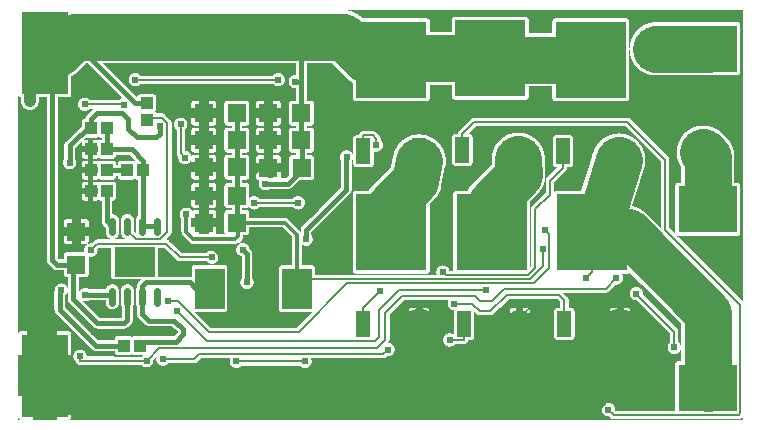
<source format=gtl>
G04 Layer: TopLayer*
G04 EasyEDA v5.9.41, Fri, 08 Feb 2019 23:39:09 GMT*
G04 113b46e1fbc2432c9b03807f1b5d6b43*
G04 Gerber Generator version 0.2*
G04 Scale: 100 percent, Rotated: No, Reflected: No *
G04 Dimensions in millimeters *
G04 leading zeros omitted , absolute positions ,3 integer and 3 decimal *
%FSLAX33Y33*%
%MOMM*%
G90*
G71D02*

%ADD11C,3.999992*%
%ADD12C,0.200000*%
%ADD13C,0.399999*%
%ADD14C,0.299999*%
%ADD15C,0.999998*%
%ADD16C,0.499999*%
%ADD17C,0.599999*%
%ADD18C,1.399997*%
%ADD19C,0.620014*%
%ADD20C,0.619760*%
%ADD21R,3.999992X7.000011*%
%ADD22R,4.999990X3.999992*%
%ADD23R,3.499866X2.499995*%
%ADD24R,1.099998X0.999998*%
%ADD25R,0.999998X1.099998*%
%ADD26R,1.600200X1.600200*%
%ADD27R,2.499995X3.499993*%
%ADD28R,1.199998X2.199996*%
%ADD29R,6.000013X6.499987*%

%LPD*%
G36*
G01X4513Y152D02*
G01X4513Y152D01*
G01X4517Y154D01*
G01X4521Y156D01*
G01X4525Y158D01*
G01X4529Y160D01*
G01X4533Y162D01*
G01X4537Y164D01*
G01X4541Y166D01*
G01X4545Y168D01*
G01X4549Y171D01*
G01X4553Y173D01*
G01X4556Y176D01*
G01X4560Y178D01*
G01X4564Y181D01*
G01X55147Y181D01*
G01X55147Y152D01*
G01X4513Y152D01*
G37*

%LPD*%
G36*
G01X4564Y181D02*
G01X4564Y181D01*
G01X4567Y184D01*
G01X4571Y186D01*
G01X4574Y189D01*
G01X4578Y192D01*
G01X4581Y195D01*
G01X4584Y198D01*
G01X4588Y201D01*
G01X4591Y204D01*
G01X4594Y207D01*
G01X4597Y211D01*
G01X4600Y214D01*
G01X4603Y217D01*
G01X4606Y221D01*
G01X4609Y224D01*
G01X4612Y228D01*
G01X4615Y231D01*
G01X4617Y235D01*
G01X4620Y238D01*
G01X4623Y242D01*
G01X4625Y246D01*
G01X4628Y250D01*
G01X4630Y253D01*
G01X4632Y257D01*
G01X4634Y261D01*
G01X4637Y265D01*
G01X4639Y269D01*
G01X4641Y273D01*
G01X4643Y277D01*
G01X4645Y281D01*
G01X4646Y285D01*
G01X4648Y289D01*
G01X4650Y294D01*
G01X4651Y298D01*
G01X4653Y302D01*
G01X4654Y306D01*
G01X4656Y311D01*
G01X4657Y315D01*
G01X4658Y319D01*
G01X4659Y323D01*
G01X4660Y328D01*
G01X4661Y332D01*
G01X4662Y337D01*
G01X4663Y341D01*
G01X4664Y345D01*
G01X4664Y350D01*
G01X4665Y354D01*
G01X4666Y359D01*
G01X4666Y363D01*
G01X4666Y368D01*
G01X4667Y372D01*
G01X4667Y377D01*
G01X4667Y381D01*
G01X4667Y386D01*
G01X4667Y446D01*
G01X50197Y446D01*
G01X50358Y285D01*
G01X50358Y285D01*
G01X50363Y280D01*
G01X50367Y276D01*
G01X50372Y272D01*
G01X50376Y268D01*
G01X50381Y264D01*
G01X50386Y260D01*
G01X50391Y256D01*
G01X50396Y252D01*
G01X50401Y249D01*
G01X50406Y245D01*
G01X50411Y242D01*
G01X50416Y238D01*
G01X50421Y235D01*
G01X50426Y232D01*
G01X50432Y228D01*
G01X50437Y225D01*
G01X50443Y222D01*
G01X50448Y220D01*
G01X50454Y217D01*
G01X50459Y214D01*
G01X50465Y212D01*
G01X50470Y209D01*
G01X50476Y207D01*
G01X50482Y204D01*
G01X50488Y202D01*
G01X50494Y200D01*
G01X50499Y198D01*
G01X50505Y196D01*
G01X50511Y195D01*
G01X50517Y193D01*
G01X50523Y191D01*
G01X50529Y190D01*
G01X50535Y189D01*
G01X50541Y187D01*
G01X50547Y186D01*
G01X50554Y185D01*
G01X50560Y184D01*
G01X50566Y184D01*
G01X50572Y183D01*
G01X50578Y182D01*
G01X50584Y182D01*
G01X50590Y181D01*
G01X50597Y181D01*
G01X50603Y181D01*
G01X50609Y181D01*
G01X4564Y181D01*
G37*

%LPD*%
G36*
G01X55147Y152D02*
G01X55147Y181D01*
G01X61498Y181D01*
G01X61498Y152D01*
G01X55147Y152D01*
G37*

%LPD*%
G36*
G01X4667Y446D02*
G01X4667Y655D01*
G01X49696Y655D01*
G01X49702Y647D01*
G01X49708Y640D01*
G01X49715Y632D01*
G01X49722Y625D01*
G01X49729Y617D01*
G01X49736Y610D01*
G01X49743Y603D01*
G01X49750Y596D01*
G01X49758Y590D01*
G01X49765Y583D01*
G01X49773Y576D01*
G01X49781Y570D01*
G01X49789Y564D01*
G01X49797Y558D01*
G01X49805Y552D01*
G01X49813Y546D01*
G01X49821Y540D01*
G01X49830Y535D01*
G01X49838Y530D01*
G01X49847Y524D01*
G01X49856Y519D01*
G01X49864Y515D01*
G01X49873Y510D01*
G01X49882Y505D01*
G01X49891Y501D01*
G01X49900Y497D01*
G01X49909Y493D01*
G01X49919Y489D01*
G01X49928Y485D01*
G01X49937Y481D01*
G01X49947Y478D01*
G01X49956Y475D01*
G01X49966Y472D01*
G01X49975Y469D01*
G01X49985Y466D01*
G01X49995Y463D01*
G01X50005Y461D01*
G01X50014Y459D01*
G01X50024Y457D01*
G01X50034Y455D01*
G01X50044Y453D01*
G01X50054Y452D01*
G01X50064Y450D01*
G01X50074Y449D01*
G01X50084Y448D01*
G01X50094Y447D01*
G01X50104Y447D01*
G01X50114Y446D01*
G01X50124Y446D01*
G01X50134Y446D01*
G01X4667Y446D01*
G37*

%LPD*%
G36*
G01X50134Y446D02*
G01X50134Y446D01*
G01X50144Y446D01*
G01X50154Y446D01*
G01X50164Y447D01*
G01X50174Y447D01*
G01X50184Y448D01*
G01X50194Y449D01*
G01X50197Y446D01*
G01X50134Y446D01*
G37*

%LPD*%
G36*
G01X61158Y181D02*
G01X61158Y181D01*
G01X61164Y181D01*
G01X61170Y181D01*
G01X61176Y181D01*
G01X61182Y182D01*
G01X61189Y182D01*
G01X61195Y183D01*
G01X61201Y184D01*
G01X61207Y184D01*
G01X61213Y185D01*
G01X61219Y186D01*
G01X61225Y187D01*
G01X61231Y189D01*
G01X61237Y190D01*
G01X61243Y191D01*
G01X61249Y193D01*
G01X61255Y195D01*
G01X61261Y196D01*
G01X61267Y198D01*
G01X61273Y200D01*
G01X61279Y202D01*
G01X61285Y204D01*
G01X61290Y207D01*
G01X61296Y209D01*
G01X61302Y212D01*
G01X61307Y214D01*
G01X61313Y217D01*
G01X61319Y220D01*
G01X61324Y222D01*
G01X61329Y225D01*
G01X61335Y228D01*
G01X61340Y232D01*
G01X61345Y235D01*
G01X61351Y238D01*
G01X61356Y242D01*
G01X61361Y245D01*
G01X61366Y249D01*
G01X61371Y252D01*
G01X61376Y256D01*
G01X61381Y260D01*
G01X61385Y264D01*
G01X61390Y268D01*
G01X61395Y272D01*
G01X61399Y276D01*
G01X61404Y280D01*
G01X61408Y285D01*
G01X61498Y374D01*
G01X61498Y181D01*
G01X61158Y181D01*
G37*

%LPD*%
G36*
G01X37367Y655D02*
G01X37367Y1575D01*
G01X50134Y1575D01*
G01X50124Y1575D01*
G01X50114Y1575D01*
G01X50104Y1574D01*
G01X50095Y1574D01*
G01X50085Y1573D01*
G01X50075Y1572D01*
G01X50065Y1571D01*
G01X50055Y1569D01*
G01X50046Y1568D01*
G01X50036Y1566D01*
G01X50026Y1565D01*
G01X50017Y1563D01*
G01X50007Y1560D01*
G01X49997Y1558D01*
G01X49988Y1556D01*
G01X49978Y1553D01*
G01X49969Y1550D01*
G01X49960Y1547D01*
G01X49950Y1544D01*
G01X49941Y1541D01*
G01X49932Y1537D01*
G01X49923Y1534D01*
G01X49913Y1530D01*
G01X49904Y1526D01*
G01X49895Y1522D01*
G01X49886Y1518D01*
G01X49878Y1513D01*
G01X49869Y1509D01*
G01X49860Y1504D01*
G01X49852Y1499D01*
G01X49843Y1494D01*
G01X49835Y1489D01*
G01X49826Y1484D01*
G01X49818Y1478D01*
G01X49810Y1473D01*
G01X49802Y1467D01*
G01X49794Y1461D01*
G01X49786Y1455D01*
G01X49779Y1449D01*
G01X49771Y1443D01*
G01X49764Y1436D01*
G01X49756Y1430D01*
G01X49749Y1423D01*
G01X49742Y1416D01*
G01X49735Y1410D01*
G01X49728Y1402D01*
G01X49721Y1395D01*
G01X49714Y1388D01*
G01X49708Y1381D01*
G01X49702Y1373D01*
G01X49695Y1366D01*
G01X49689Y1358D01*
G01X49683Y1350D01*
G01X49677Y1342D01*
G01X49672Y1334D01*
G01X49666Y1326D01*
G01X49661Y1318D01*
G01X49655Y1309D01*
G01X49650Y1301D01*
G01X49645Y1293D01*
G01X49640Y1284D01*
G01X49636Y1275D01*
G01X49631Y1267D01*
G01X49627Y1258D01*
G01X49622Y1249D01*
G01X49618Y1240D01*
G01X49614Y1231D01*
G01X49611Y1222D01*
G01X49607Y1213D01*
G01X49603Y1203D01*
G01X49600Y1194D01*
G01X49597Y1185D01*
G01X49594Y1175D01*
G01X49591Y1166D01*
G01X49589Y1156D01*
G01X49586Y1147D01*
G01X49584Y1137D01*
G01X49582Y1128D01*
G01X49580Y1118D01*
G01X49578Y1108D01*
G01X49576Y1099D01*
G01X49575Y1089D01*
G01X49574Y1079D01*
G01X49573Y1069D01*
G01X49572Y1059D01*
G01X49571Y1050D01*
G01X49570Y1040D01*
G01X49570Y1030D01*
G01X49570Y1020D01*
G01X49570Y1010D01*
G01X49570Y1000D01*
G01X49570Y991D01*
G01X49570Y981D01*
G01X49571Y971D01*
G01X49572Y961D01*
G01X49573Y951D01*
G01X49574Y941D01*
G01X49575Y932D01*
G01X49576Y922D01*
G01X49578Y912D01*
G01X49580Y902D01*
G01X49582Y893D01*
G01X49584Y883D01*
G01X49586Y874D01*
G01X49589Y864D01*
G01X49591Y855D01*
G01X49594Y845D01*
G01X49597Y836D01*
G01X49600Y826D01*
G01X49604Y817D01*
G01X49607Y808D01*
G01X49611Y799D01*
G01X49614Y790D01*
G01X49618Y781D01*
G01X49623Y772D01*
G01X49627Y763D01*
G01X49631Y754D01*
G01X49636Y745D01*
G01X49640Y736D01*
G01X49645Y728D01*
G01X49650Y719D01*
G01X49655Y711D01*
G01X49661Y703D01*
G01X49666Y695D01*
G01X49672Y686D01*
G01X49677Y678D01*
G01X49683Y670D01*
G01X49689Y663D01*
G01X49696Y655D01*
G01X37367Y655D01*
G37*

%LPD*%
G36*
G01X4667Y655D02*
G01X4667Y2136D01*
G01X19587Y2136D01*
G01X19587Y655D01*
G01X4667Y655D01*
G37*

%LPD*%
G36*
G01X19587Y655D02*
G01X19587Y4525D01*
G01X37367Y4525D01*
G01X37367Y655D01*
G01X19587Y655D01*
G37*

%LPD*%
G36*
G01X37367Y1575D02*
G01X37367Y6549D01*
G01X55147Y6549D01*
G01X55147Y6389D01*
G01X55147Y6389D01*
G01X55145Y6379D01*
G01X55143Y6369D01*
G01X55141Y6359D01*
G01X55140Y6349D01*
G01X55138Y6339D01*
G01X55137Y6329D01*
G01X55136Y6319D01*
G01X55136Y6309D01*
G01X55135Y6299D01*
G01X55135Y6288D01*
G01X55135Y6278D01*
G01X55135Y6268D01*
G01X55135Y6258D01*
G01X55135Y6248D01*
G01X55136Y6238D01*
G01X55136Y6228D01*
G01X55137Y6218D01*
G01X55138Y6208D01*
G01X55140Y6198D01*
G01X55141Y6188D01*
G01X55143Y6178D01*
G01X55145Y6168D01*
G01X55147Y6158D01*
G01X55147Y1575D01*
G01X37367Y1575D01*
G37*

%LPD*%
G36*
G01X50756Y890D02*
G01X50695Y950D01*
G01X50695Y950D01*
G01X50696Y960D01*
G01X50697Y970D01*
G01X50698Y980D01*
G01X50698Y990D01*
G01X50698Y1000D01*
G01X50699Y1010D01*
G01X50698Y1019D01*
G01X50698Y1029D01*
G01X50698Y1039D01*
G01X50697Y1049D01*
G01X50696Y1059D01*
G01X50696Y1069D01*
G01X50694Y1078D01*
G01X50693Y1088D01*
G01X50692Y1098D01*
G01X50690Y1108D01*
G01X50688Y1117D01*
G01X50686Y1127D01*
G01X50684Y1137D01*
G01X50682Y1146D01*
G01X50679Y1156D01*
G01X50677Y1165D01*
G01X50674Y1175D01*
G01X50671Y1184D01*
G01X50668Y1194D01*
G01X50665Y1203D01*
G01X50661Y1212D01*
G01X50658Y1221D01*
G01X50654Y1230D01*
G01X50650Y1239D01*
G01X50646Y1248D01*
G01X50642Y1257D01*
G01X50637Y1266D01*
G01X50633Y1275D01*
G01X50628Y1284D01*
G01X50623Y1292D01*
G01X50618Y1301D01*
G01X50613Y1309D01*
G01X50608Y1317D01*
G01X50602Y1326D01*
G01X50597Y1334D01*
G01X50591Y1342D01*
G01X50585Y1350D01*
G01X50579Y1358D01*
G01X50573Y1365D01*
G01X50567Y1373D01*
G01X50560Y1380D01*
G01X50554Y1388D01*
G01X50547Y1395D01*
G01X50540Y1402D01*
G01X50534Y1409D01*
G01X50526Y1416D01*
G01X50519Y1423D01*
G01X50512Y1430D01*
G01X50505Y1436D01*
G01X50497Y1443D01*
G01X50490Y1449D01*
G01X50482Y1455D01*
G01X50474Y1461D01*
G01X50466Y1467D01*
G01X50458Y1473D01*
G01X50450Y1478D01*
G01X50442Y1484D01*
G01X50433Y1489D01*
G01X50425Y1494D01*
G01X50417Y1499D01*
G01X50408Y1504D01*
G01X50399Y1509D01*
G01X50391Y1513D01*
G01X50382Y1518D01*
G01X50373Y1522D01*
G01X50364Y1526D01*
G01X50355Y1530D01*
G01X50346Y1534D01*
G01X50337Y1537D01*
G01X50327Y1541D01*
G01X50318Y1544D01*
G01X50309Y1547D01*
G01X50299Y1550D01*
G01X50290Y1553D01*
G01X50280Y1556D01*
G01X50271Y1558D01*
G01X50261Y1560D01*
G01X50252Y1563D01*
G01X50242Y1565D01*
G01X50232Y1566D01*
G01X50222Y1568D01*
G01X50213Y1569D01*
G01X50203Y1571D01*
G01X50193Y1572D01*
G01X50183Y1573D01*
G01X50173Y1574D01*
G01X50164Y1574D01*
G01X50154Y1575D01*
G01X50144Y1575D01*
G01X50134Y1575D01*
G01X55147Y1575D01*
G01X55147Y890D01*
G01X50756Y890D01*
G37*

%LPD*%
G36*
G01X1807Y2136D02*
G01X1807Y4525D01*
G01X19587Y4525D01*
G01X19587Y2136D01*
G01X1807Y2136D01*
G37*

%LPD*%
G36*
G01X18630Y4525D02*
G01X18640Y4525D01*
G01X18650Y4525D01*
G01X18660Y4526D01*
G01X18670Y4527D01*
G01X18680Y4527D01*
G01X18690Y4528D01*
G01X18699Y4529D01*
G01X18709Y4531D01*
G01X18719Y4532D01*
G01X18729Y4534D01*
G01X18738Y4536D01*
G01X18748Y4538D01*
G01X18758Y4540D01*
G01X18767Y4542D01*
G01X18777Y4544D01*
G01X18786Y4547D01*
G01X18796Y4550D01*
G01X18805Y4553D01*
G01X18815Y4556D01*
G01X18824Y4559D01*
G01X18833Y4563D01*
G01X18842Y4566D01*
G01X18851Y4570D01*
G01X18860Y4574D01*
G01X18869Y4578D01*
G01X18878Y4582D01*
G01X18887Y4587D01*
G01X18896Y4591D01*
G01X18905Y4596D01*
G01X18913Y4601D01*
G01X18922Y4606D01*
G01X18930Y4611D01*
G01X18938Y4617D01*
G01X18947Y4622D01*
G01X18955Y4628D01*
G01X18963Y4633D01*
G01X18971Y4639D01*
G01X18979Y4645D01*
G01X18986Y4651D01*
G01X18994Y4658D01*
G01X19001Y4664D01*
G01X19009Y4671D01*
G01X19016Y4677D01*
G01X19023Y4684D01*
G01X19030Y4691D01*
G01X19037Y4698D01*
G01X19044Y4705D01*
G01X19051Y4713D01*
G01X19057Y4720D01*
G01X19063Y4728D01*
G01X19070Y4735D01*
G01X19587Y4735D01*
G01X19587Y4525D01*
G01X18630Y4525D01*
G37*

%LPD*%
G36*
G01X19587Y4525D02*
G01X19587Y4735D01*
G01X24005Y4735D01*
G01X24011Y4728D01*
G01X24018Y4720D01*
G01X24024Y4713D01*
G01X24031Y4705D01*
G01X24038Y4698D01*
G01X24045Y4691D01*
G01X24052Y4684D01*
G01X24059Y4677D01*
G01X24066Y4671D01*
G01X24074Y4664D01*
G01X24081Y4658D01*
G01X24089Y4651D01*
G01X24096Y4645D01*
G01X24104Y4639D01*
G01X24112Y4633D01*
G01X24120Y4628D01*
G01X24128Y4622D01*
G01X24136Y4617D01*
G01X24145Y4611D01*
G01X24153Y4606D01*
G01X24162Y4601D01*
G01X24170Y4596D01*
G01X24179Y4591D01*
G01X24188Y4587D01*
G01X24197Y4582D01*
G01X24205Y4578D01*
G01X24214Y4574D01*
G01X24223Y4570D01*
G01X24233Y4566D01*
G01X24242Y4563D01*
G01X24251Y4559D01*
G01X24260Y4556D01*
G01X24270Y4553D01*
G01X24279Y4550D01*
G01X24289Y4547D01*
G01X24298Y4544D01*
G01X24308Y4542D01*
G01X24317Y4540D01*
G01X24327Y4538D01*
G01X24337Y4536D01*
G01X24346Y4534D01*
G01X24356Y4532D01*
G01X24366Y4531D01*
G01X24376Y4529D01*
G01X24385Y4528D01*
G01X24395Y4527D01*
G01X24405Y4527D01*
G01X24415Y4526D01*
G01X24425Y4525D01*
G01X24435Y4525D01*
G01X24444Y4525D01*
G01X19587Y4525D01*
G37*

%LPD*%
G36*
G01X24444Y4525D02*
G01X24454Y4525D01*
G01X24464Y4525D01*
G01X24474Y4526D01*
G01X24484Y4527D01*
G01X24494Y4527D01*
G01X24504Y4528D01*
G01X24513Y4529D01*
G01X24523Y4531D01*
G01X24533Y4532D01*
G01X24543Y4534D01*
G01X24552Y4536D01*
G01X24562Y4538D01*
G01X24572Y4540D01*
G01X24581Y4542D01*
G01X24591Y4544D01*
G01X24600Y4547D01*
G01X24610Y4550D01*
G01X24619Y4553D01*
G01X24629Y4556D01*
G01X24638Y4559D01*
G01X24647Y4563D01*
G01X24656Y4566D01*
G01X24666Y4570D01*
G01X24675Y4574D01*
G01X24684Y4578D01*
G01X24692Y4583D01*
G01X24701Y4587D01*
G01X24710Y4592D01*
G01X24719Y4596D01*
G01X24727Y4601D01*
G01X24736Y4606D01*
G01X24744Y4611D01*
G01X24753Y4617D01*
G01X24761Y4622D01*
G01X24769Y4628D01*
G01X24777Y4633D01*
G01X24785Y4639D01*
G01X24793Y4645D01*
G01X24800Y4652D01*
G01X24808Y4658D01*
G01X24816Y4664D01*
G01X24823Y4671D01*
G01X24830Y4678D01*
G01X24837Y4684D01*
G01X24844Y4691D01*
G01X24851Y4698D01*
G01X24858Y4706D01*
G01X24865Y4713D01*
G01X24871Y4720D01*
G01X24878Y4728D01*
G01X24884Y4735D01*
G01X24890Y4743D01*
G01X24896Y4751D01*
G01X24902Y4759D01*
G01X24908Y4767D01*
G01X24913Y4775D01*
G01X24919Y4783D01*
G01X24924Y4792D01*
G01X24929Y4800D01*
G01X24934Y4809D01*
G01X24939Y4817D01*
G01X24944Y4826D01*
G01X24948Y4835D01*
G01X24953Y4844D01*
G01X24957Y4853D01*
G01X24961Y4862D01*
G01X24965Y4871D01*
G01X24968Y4880D01*
G01X24972Y4889D01*
G01X24976Y4898D01*
G01X24979Y4908D01*
G01X24982Y4917D01*
G01X24985Y4926D01*
G01X24988Y4936D01*
G01X24990Y4945D01*
G01X24993Y4955D01*
G01X24995Y4965D01*
G01X24997Y4974D01*
G01X24999Y4984D01*
G01X25001Y4994D01*
G01X25002Y5003D01*
G01X25004Y5013D01*
G01X25005Y5023D01*
G01X25006Y5033D01*
G01X25007Y5043D01*
G01X25008Y5052D01*
G01X25008Y5062D01*
G01X25009Y5072D01*
G01X25009Y5082D01*
G01X25009Y5092D01*
G01X25009Y5102D01*
G01X25009Y5112D01*
G01X25008Y5121D01*
G01X25007Y5131D01*
G01X25007Y5141D01*
G01X25006Y5151D01*
G01X25004Y5161D01*
G01X25003Y5171D01*
G01X25002Y5180D01*
G01X25000Y5190D01*
G01X24998Y5200D01*
G01X24996Y5209D01*
G01X24994Y5219D01*
G01X24992Y5229D01*
G01X24989Y5238D01*
G01X24986Y5248D01*
G01X24984Y5257D01*
G01X24981Y5267D01*
G01X24977Y5276D01*
G01X24974Y5285D01*
G01X24971Y5294D01*
G01X24967Y5304D01*
G01X24963Y5313D01*
G01X24959Y5322D01*
G01X24955Y5331D01*
G01X24951Y5340D01*
G01X37367Y5340D01*
G01X37367Y4525D01*
G01X24444Y4525D01*
G37*

%LPD*%
G36*
G01X31076Y5340D02*
G01X31083Y5340D01*
G01X31089Y5340D01*
G01X31095Y5340D01*
G01X31101Y5341D01*
G01X31107Y5341D01*
G01X31113Y5342D01*
G01X31120Y5342D01*
G01X31126Y5343D01*
G01X31132Y5344D01*
G01X31138Y5345D01*
G01X31144Y5346D01*
G01X31150Y5347D01*
G01X31156Y5349D01*
G01X31162Y5350D01*
G01X31168Y5352D01*
G01X31174Y5353D01*
G01X31180Y5355D01*
G01X31186Y5357D01*
G01X31192Y5359D01*
G01X31198Y5361D01*
G01X31203Y5363D01*
G01X31209Y5365D01*
G01X31215Y5368D01*
G01X31221Y5370D01*
G01X31226Y5373D01*
G01X31232Y5376D01*
G01X31237Y5378D01*
G01X31243Y5381D01*
G01X31248Y5384D01*
G01X31254Y5387D01*
G01X31259Y5390D01*
G01X31264Y5394D01*
G01X31269Y5397D01*
G01X31275Y5400D01*
G01X31280Y5404D01*
G01X31285Y5407D01*
G01X31290Y5411D01*
G01X31295Y5415D01*
G01X31299Y5419D01*
G01X31304Y5423D01*
G01X31309Y5427D01*
G01X31314Y5431D01*
G01X31318Y5435D01*
G01X31323Y5439D01*
G01X31327Y5444D01*
G01X31412Y5528D01*
G01X37367Y5528D01*
G01X37367Y5340D01*
G01X31076Y5340D01*
G37*

%LPD*%
G36*
G01X31475Y5528D02*
G01X31485Y5529D01*
G01X31495Y5529D01*
G01X31505Y5529D01*
G01X31515Y5530D01*
G01X31525Y5531D01*
G01X31535Y5532D01*
G01X31544Y5533D01*
G01X31554Y5534D01*
G01X31564Y5535D01*
G01X31574Y5537D01*
G01X31584Y5539D01*
G01X31593Y5541D01*
G01X31603Y5543D01*
G01X31613Y5545D01*
G01X31622Y5548D01*
G01X31632Y5551D01*
G01X31641Y5553D01*
G01X31651Y5556D01*
G01X31660Y5560D01*
G01X31670Y5563D01*
G01X31679Y5566D01*
G01X31688Y5570D01*
G01X31697Y5574D01*
G01X31706Y5578D01*
G01X31715Y5582D01*
G01X31724Y5586D01*
G01X31733Y5591D01*
G01X31742Y5595D01*
G01X31751Y5600D01*
G01X31759Y5605D01*
G01X31768Y5610D01*
G01X31776Y5615D01*
G01X31785Y5621D01*
G01X31793Y5626D01*
G01X31801Y5632D01*
G01X31809Y5638D01*
G01X31817Y5644D01*
G01X31825Y5650D01*
G01X31833Y5656D01*
G01X31840Y5662D01*
G01X31848Y5669D01*
G01X31855Y5675D01*
G01X31862Y5682D01*
G01X31870Y5689D01*
G01X31877Y5696D01*
G01X31883Y5703D01*
G01X31890Y5710D01*
G01X31897Y5718D01*
G01X31903Y5725D01*
G01X31910Y5733D01*
G01X31916Y5740D01*
G01X31922Y5748D01*
G01X31928Y5756D01*
G01X31934Y5764D01*
G01X31940Y5772D01*
G01X31945Y5780D01*
G01X31951Y5789D01*
G01X31956Y5797D01*
G01X31961Y5806D01*
G01X31966Y5814D01*
G01X31971Y5823D01*
G01X31976Y5832D01*
G01X31980Y5841D01*
G01X31984Y5849D01*
G01X31989Y5858D01*
G01X31993Y5868D01*
G01X31997Y5877D01*
G01X32000Y5886D01*
G01X32004Y5895D01*
G01X32007Y5904D01*
G01X32011Y5914D01*
G01X32014Y5923D01*
G01X32016Y5933D01*
G01X32019Y5942D01*
G01X32022Y5952D01*
G01X32024Y5961D01*
G01X32026Y5971D01*
G01X32028Y5981D01*
G01X32030Y5991D01*
G01X32032Y6000D01*
G01X32034Y6010D01*
G01X32035Y6020D01*
G01X32036Y6030D01*
G01X32037Y6040D01*
G01X32038Y6050D01*
G01X32039Y6060D01*
G01X32039Y6069D01*
G01X32040Y6079D01*
G01X32040Y6089D01*
G01X32040Y6099D01*
G01X32039Y6109D01*
G01X32039Y6119D01*
G01X32039Y6129D01*
G01X32038Y6139D01*
G01X32037Y6149D01*
G01X32036Y6159D01*
G01X32035Y6168D01*
G01X32033Y6178D01*
G01X32032Y6188D01*
G01X32030Y6198D01*
G01X32028Y6208D01*
G01X32026Y6217D01*
G01X32024Y6227D01*
G01X32021Y6236D01*
G01X32019Y6246D01*
G01X32016Y6256D01*
G01X32013Y6265D01*
G01X32010Y6274D01*
G01X32006Y6284D01*
G01X32003Y6293D01*
G01X31999Y6302D01*
G01X31996Y6312D01*
G01X31992Y6321D01*
G01X31988Y6330D01*
G01X31983Y6339D01*
G01X37367Y6339D01*
G01X37367Y5528D01*
G01X31475Y5528D01*
G37*

%LPD*%
G36*
G01X36703Y6339D02*
G01X36703Y6339D01*
G01X36712Y6339D01*
G01X36722Y6339D01*
G01X36732Y6339D01*
G01X36742Y6340D01*
G01X36752Y6341D01*
G01X36762Y6342D01*
G01X36771Y6343D01*
G01X36781Y6344D01*
G01X36791Y6346D01*
G01X36801Y6347D01*
G01X36810Y6349D01*
G01X36820Y6351D01*
G01X36830Y6353D01*
G01X36839Y6356D01*
G01X36849Y6358D01*
G01X36858Y6361D01*
G01X36868Y6363D01*
G01X36877Y6366D01*
G01X36887Y6370D01*
G01X36896Y6373D01*
G01X36905Y6376D01*
G01X36914Y6380D01*
G01X36923Y6384D01*
G01X36933Y6388D01*
G01X36942Y6392D01*
G01X36950Y6396D01*
G01X36959Y6400D01*
G01X36968Y6405D01*
G01X36977Y6410D01*
G01X36985Y6415D01*
G01X36994Y6420D01*
G01X37002Y6425D01*
G01X37010Y6430D01*
G01X37019Y6436D01*
G01X37027Y6441D01*
G01X37035Y6447D01*
G01X37043Y6453D01*
G01X37051Y6459D01*
G01X37058Y6465D01*
G01X37066Y6471D01*
G01X37073Y6478D01*
G01X37081Y6484D01*
G01X37088Y6491D01*
G01X37095Y6498D01*
G01X37102Y6505D01*
G01X37109Y6512D01*
G01X37116Y6519D01*
G01X37123Y6526D01*
G01X37129Y6534D01*
G01X37136Y6541D01*
G01X37142Y6549D01*
G01X37367Y6549D01*
G01X37367Y6339D01*
G01X36703Y6339D01*
G37*

%LPD*%
G36*
G01X37896Y6549D02*
G01X37902Y6549D01*
G01X37909Y6549D01*
G01X37915Y6549D01*
G01X37921Y6550D01*
G01X37927Y6550D01*
G01X37933Y6551D01*
G01X37940Y6551D01*
G01X37946Y6552D01*
G01X37952Y6553D01*
G01X37958Y6554D01*
G01X37964Y6555D01*
G01X37970Y6556D01*
G01X37976Y6558D01*
G01X37982Y6559D01*
G01X37988Y6561D01*
G01X37994Y6562D01*
G01X38000Y6564D01*
G01X38006Y6566D01*
G01X38012Y6568D01*
G01X38018Y6570D01*
G01X38023Y6572D01*
G01X38029Y6575D01*
G01X38035Y6577D01*
G01X38040Y6579D01*
G01X38046Y6582D01*
G01X38052Y6585D01*
G01X38057Y6587D01*
G01X38063Y6590D01*
G01X38068Y6593D01*
G01X38074Y6596D01*
G01X38079Y6599D01*
G01X38084Y6603D01*
G01X38089Y6606D01*
G01X38095Y6609D01*
G01X38100Y6613D01*
G01X38105Y6616D01*
G01X38110Y6620D01*
G01X38115Y6624D01*
G01X38119Y6628D01*
G01X38124Y6632D01*
G01X38129Y6636D01*
G01X38134Y6640D01*
G01X38138Y6644D01*
G01X38143Y6648D01*
G01X38147Y6653D01*
G01X38151Y6657D01*
G01X38156Y6661D01*
G01X38160Y6666D01*
G01X38164Y6671D01*
G01X38168Y6675D01*
G01X38172Y6680D01*
G01X38176Y6685D01*
G01X38179Y6690D01*
G01X38183Y6695D01*
G01X38187Y6700D01*
G01X38190Y6705D01*
G01X38194Y6710D01*
G01X38197Y6715D01*
G01X38200Y6721D01*
G01X38203Y6726D01*
G01X38206Y6731D01*
G01X38209Y6737D01*
G01X38212Y6742D01*
G01X38215Y6748D01*
G01X38218Y6753D01*
G01X38220Y6759D01*
G01X38223Y6765D01*
G01X38225Y6770D01*
G01X38227Y6776D01*
G01X38229Y6782D01*
G01X38231Y6788D01*
G01X38233Y6794D01*
G01X38235Y6800D01*
G01X38237Y6806D01*
G01X38239Y6811D01*
G01X38240Y6817D01*
G01X38242Y6823D01*
G01X38243Y6830D01*
G01X38244Y6836D01*
G01X38245Y6842D01*
G01X38246Y6848D01*
G01X38247Y6854D01*
G01X38248Y6860D01*
G01X38249Y6866D01*
G01X38249Y6872D01*
G01X38250Y6878D01*
G01X38250Y6885D01*
G01X38251Y6891D01*
G01X38251Y6897D01*
G01X38251Y6903D01*
G01X38251Y6910D01*
G01X55147Y6910D01*
G01X55147Y6549D01*
G01X37896Y6549D01*
G37*

%LPD*%
G36*
G01X55147Y6389D02*
G01X55147Y7671D01*
G01X55345Y7473D01*
G01X55345Y6713D01*
G01X55337Y6706D01*
G01X55329Y6700D01*
G01X55322Y6693D01*
G01X55315Y6687D01*
G01X55307Y6680D01*
G01X55300Y6673D01*
G01X55293Y6666D01*
G01X55287Y6659D01*
G01X55280Y6651D01*
G01X55273Y6644D01*
G01X55267Y6636D01*
G01X55261Y6629D01*
G01X55254Y6621D01*
G01X55248Y6613D01*
G01X55242Y6605D01*
G01X55237Y6597D01*
G01X55231Y6589D01*
G01X55226Y6580D01*
G01X55220Y6572D01*
G01X55215Y6564D01*
G01X55210Y6555D01*
G01X55205Y6546D01*
G01X55200Y6538D01*
G01X55196Y6529D01*
G01X55191Y6520D01*
G01X55187Y6511D01*
G01X55183Y6502D01*
G01X55179Y6493D01*
G01X55175Y6484D01*
G01X55172Y6475D01*
G01X55168Y6465D01*
G01X55165Y6456D01*
G01X55162Y6446D01*
G01X55159Y6437D01*
G01X55156Y6427D01*
G01X55153Y6418D01*
G01X55151Y6408D01*
G01X55149Y6399D01*
G01X55147Y6389D01*
G37*

%LPD*%
G36*
G01X55147Y5709D02*
G01X55147Y6158D01*
G01X55149Y6148D01*
G01X55151Y6138D01*
G01X55153Y6129D01*
G01X55156Y6119D01*
G01X55159Y6110D01*
G01X55162Y6100D01*
G01X55165Y6091D01*
G01X55168Y6082D01*
G01X55172Y6072D01*
G01X55175Y6063D01*
G01X55179Y6054D01*
G01X55183Y6045D01*
G01X55187Y6036D01*
G01X55191Y6027D01*
G01X55196Y6018D01*
G01X55200Y6010D01*
G01X55205Y6001D01*
G01X55210Y5992D01*
G01X55215Y5984D01*
G01X55220Y5975D01*
G01X55225Y5967D01*
G01X55230Y5959D01*
G01X55236Y5951D01*
G01X55242Y5942D01*
G01X55248Y5935D01*
G01X55254Y5927D01*
G01X55260Y5919D01*
G01X55266Y5911D01*
G01X55272Y5904D01*
G01X55279Y5896D01*
G01X55286Y5889D01*
G01X55292Y5882D01*
G01X55299Y5875D01*
G01X55306Y5868D01*
G01X55313Y5861D01*
G01X55321Y5854D01*
G01X55328Y5848D01*
G01X55336Y5841D01*
G01X55343Y5835D01*
G01X55351Y5829D01*
G01X55359Y5823D01*
G01X55367Y5817D01*
G01X55375Y5811D01*
G01X55383Y5806D01*
G01X55391Y5800D01*
G01X55399Y5795D01*
G01X55408Y5790D01*
G01X55416Y5785D01*
G01X55425Y5780D01*
G01X55434Y5775D01*
G01X55442Y5771D01*
G01X55451Y5766D01*
G01X55460Y5762D01*
G01X55469Y5758D01*
G01X55478Y5754D01*
G01X55487Y5750D01*
G01X55496Y5746D01*
G01X55506Y5743D01*
G01X55515Y5740D01*
G01X55524Y5737D01*
G01X55534Y5734D01*
G01X55543Y5731D01*
G01X55553Y5728D01*
G01X55562Y5726D01*
G01X55572Y5723D01*
G01X55582Y5721D01*
G01X55591Y5719D01*
G01X55601Y5717D01*
G01X55611Y5716D01*
G01X55620Y5714D01*
G01X55630Y5713D01*
G01X55640Y5712D01*
G01X55650Y5711D01*
G01X55660Y5710D01*
G01X55670Y5710D01*
G01X55679Y5709D01*
G01X55689Y5709D01*
G01X55699Y5709D01*
G01X55147Y5709D01*
G37*

%LPD*%
G36*
G01X55147Y890D02*
G01X55147Y5124D01*
G01X56047Y5124D01*
G01X56042Y5124D01*
G01X56038Y5124D01*
G01X56033Y5124D01*
G01X56029Y5124D01*
G01X56024Y5123D01*
G01X56020Y5123D01*
G01X56015Y5122D01*
G01X56011Y5122D01*
G01X56007Y5121D01*
G01X56002Y5120D01*
G01X55998Y5120D01*
G01X55994Y5119D01*
G01X55989Y5118D01*
G01X55985Y5117D01*
G01X55981Y5116D01*
G01X55976Y5114D01*
G01X55972Y5113D01*
G01X55968Y5112D01*
G01X55964Y5110D01*
G01X55959Y5109D01*
G01X55955Y5107D01*
G01X55951Y5106D01*
G01X55947Y5104D01*
G01X55943Y5102D01*
G01X55939Y5100D01*
G01X55935Y5098D01*
G01X55931Y5096D01*
G01X55927Y5094D01*
G01X55923Y5092D01*
G01X55919Y5090D01*
G01X55915Y5088D01*
G01X55912Y5086D01*
G01X55908Y5083D01*
G01X55904Y5081D01*
G01X55901Y5078D01*
G01X55897Y5076D01*
G01X55893Y5073D01*
G01X55890Y5070D01*
G01X55886Y5067D01*
G01X55883Y5065D01*
G01X55880Y5062D01*
G01X55876Y5059D01*
G01X55873Y5056D01*
G01X55870Y5053D01*
G01X55867Y5050D01*
G01X55863Y5046D01*
G01X55860Y5043D01*
G01X55857Y5040D01*
G01X55854Y5037D01*
G01X55852Y5033D01*
G01X55849Y5030D01*
G01X55846Y5026D01*
G01X55843Y5023D01*
G01X55841Y5019D01*
G01X55838Y5016D01*
G01X55836Y5012D01*
G01X55833Y5008D01*
G01X55831Y5005D01*
G01X55828Y5001D01*
G01X55826Y4997D01*
G01X55824Y4993D01*
G01X55822Y4989D01*
G01X55820Y4985D01*
G01X55818Y4981D01*
G01X55816Y4977D01*
G01X55814Y4973D01*
G01X55812Y4969D01*
G01X55811Y4965D01*
G01X55809Y4961D01*
G01X55807Y4957D01*
G01X55806Y4953D01*
G01X55804Y4948D01*
G01X55803Y4944D01*
G01X55802Y4940D01*
G01X55801Y4936D01*
G01X55800Y4931D01*
G01X55799Y4927D01*
G01X55798Y4923D01*
G01X55797Y4918D01*
G01X55796Y4914D01*
G01X55795Y4910D01*
G01X55794Y4905D01*
G01X55794Y4901D01*
G01X55793Y4896D01*
G01X55793Y4892D01*
G01X55793Y4887D01*
G01X55792Y4883D01*
G01X55792Y4879D01*
G01X55792Y4874D01*
G01X55792Y4870D01*
G01X55792Y890D01*
G01X55147Y890D01*
G37*

%LPD*%
G36*
G01X55147Y5124D02*
G01X55147Y5709D01*
G01X56292Y5709D01*
G01X56292Y5124D01*
G01X55147Y5124D01*
G37*

%LPD*%
G36*
G01X1413Y655D02*
G01X1413Y2136D01*
G01X1807Y2136D01*
G01X1807Y655D01*
G01X1413Y655D01*
G37*

%LPD*%
G36*
G01X1807Y655D02*
G01X1807Y2136D01*
G01X3412Y2136D01*
G01X3412Y655D01*
G01X1807Y655D01*
G37*

%LPD*%
G36*
G01X152Y2136D02*
G01X152Y5636D01*
G01X1807Y5636D01*
G01X1807Y2136D01*
G01X152Y2136D01*
G37*

%LPD*%
G36*
G01X1807Y4525D02*
G01X1807Y4576D01*
G01X18396Y4576D01*
G01X18396Y4576D01*
G01X18406Y4572D01*
G01X18415Y4568D01*
G01X18424Y4564D01*
G01X18434Y4561D01*
G01X18443Y4557D01*
G01X18452Y4554D01*
G01X18462Y4551D01*
G01X18472Y4548D01*
G01X18481Y4545D01*
G01X18491Y4543D01*
G01X18501Y4540D01*
G01X18511Y4538D01*
G01X18521Y4536D01*
G01X18530Y4534D01*
G01X18540Y4532D01*
G01X18550Y4531D01*
G01X18560Y4530D01*
G01X18570Y4528D01*
G01X18580Y4527D01*
G01X18590Y4527D01*
G01X18600Y4526D01*
G01X18610Y4526D01*
G01X18620Y4525D01*
G01X18630Y4525D01*
G01X1807Y4525D01*
G37*

%LPD*%
G36*
G01X31412Y5528D02*
G01X31415Y5532D01*
G01X31425Y5531D01*
G01X31435Y5530D01*
G01X31445Y5529D01*
G01X31455Y5529D01*
G01X31465Y5529D01*
G01X31475Y5528D01*
G01X31412Y5528D01*
G37*

%LPD*%
G36*
G01X31983Y6339D02*
G01X31979Y6348D01*
G01X31974Y6356D01*
G01X31970Y6365D01*
G01X31965Y6374D01*
G01X31960Y6382D01*
G01X31955Y6391D01*
G01X31950Y6399D01*
G01X31944Y6407D01*
G01X31939Y6415D01*
G01X31933Y6423D01*
G01X31927Y6431D01*
G01X31921Y6439D01*
G01X31915Y6447D01*
G01X31909Y6455D01*
G01X31902Y6462D01*
G01X31896Y6470D01*
G01X31889Y6477D01*
G01X31882Y6484D01*
G01X31875Y6491D01*
G01X31868Y6498D01*
G01X31861Y6505D01*
G01X31854Y6512D01*
G01X31846Y6518D01*
G01X31839Y6525D01*
G01X31831Y6531D01*
G01X31824Y6537D01*
G01X31816Y6543D01*
G01X31808Y6549D01*
G01X31800Y6555D01*
G01X31792Y6560D01*
G01X31783Y6566D01*
G01X31775Y6571D01*
G01X31767Y6576D01*
G01X31758Y6581D01*
G01X31750Y6586D01*
G01X31741Y6591D01*
G01X31732Y6596D01*
G01X31723Y6600D01*
G01X31714Y6604D01*
G01X31705Y6608D01*
G01X31696Y6612D01*
G01X31687Y6616D01*
G01X31678Y6620D01*
G01X31669Y6623D01*
G01X31660Y6627D01*
G01X31650Y6630D01*
G01X31641Y6633D01*
G01X31631Y6635D01*
G01X31622Y6638D01*
G01X31612Y6641D01*
G01X31603Y6643D01*
G01X31593Y6645D01*
G01X31583Y6647D01*
G01X31574Y6649D01*
G01X31564Y6650D01*
G01X31554Y6652D01*
G01X31544Y6653D01*
G01X31534Y6654D01*
G01X31525Y6655D01*
G01X31515Y6656D01*
G01X31505Y6657D01*
G01X31495Y6657D01*
G01X31485Y6657D01*
G01X31475Y6657D01*
G01X36194Y6657D01*
G01X36199Y6649D01*
G01X36203Y6640D01*
G01X36208Y6631D01*
G01X36213Y6623D01*
G01X36218Y6614D01*
G01X36223Y6606D01*
G01X36228Y6597D01*
G01X36234Y6589D01*
G01X36239Y6581D01*
G01X36245Y6573D01*
G01X36251Y6565D01*
G01X36257Y6557D01*
G01X36263Y6549D01*
G01X36269Y6542D01*
G01X36275Y6534D01*
G01X36282Y6527D01*
G01X36289Y6519D01*
G01X36295Y6512D01*
G01X36302Y6505D01*
G01X36309Y6498D01*
G01X36317Y6491D01*
G01X36324Y6485D01*
G01X36331Y6478D01*
G01X36339Y6472D01*
G01X36346Y6465D01*
G01X36354Y6459D01*
G01X36362Y6453D01*
G01X36370Y6447D01*
G01X36378Y6441D01*
G01X36386Y6436D01*
G01X36394Y6430D01*
G01X36403Y6425D01*
G01X36411Y6420D01*
G01X36419Y6415D01*
G01X36428Y6410D01*
G01X36437Y6405D01*
G01X36445Y6401D01*
G01X36454Y6396D01*
G01X36463Y6392D01*
G01X36472Y6388D01*
G01X36481Y6384D01*
G01X36490Y6380D01*
G01X36500Y6376D01*
G01X36509Y6373D01*
G01X36518Y6370D01*
G01X36528Y6367D01*
G01X36537Y6364D01*
G01X36546Y6361D01*
G01X36556Y6358D01*
G01X36566Y6356D01*
G01X36575Y6353D01*
G01X36585Y6351D01*
G01X36594Y6349D01*
G01X36604Y6347D01*
G01X36614Y6346D01*
G01X36624Y6344D01*
G01X36633Y6343D01*
G01X36643Y6342D01*
G01X36653Y6341D01*
G01X36663Y6340D01*
G01X36673Y6339D01*
G01X36683Y6339D01*
G01X36693Y6339D01*
G01X36703Y6339D01*
G01X31983Y6339D01*
G37*

%LPD*%
G36*
G01X38496Y6910D02*
G01X38496Y6910D01*
G01X38501Y6910D01*
G01X38506Y6910D01*
G01X38510Y6910D01*
G01X38515Y6911D01*
G01X38519Y6911D01*
G01X38524Y6912D01*
G01X38529Y6912D01*
G01X38533Y6913D01*
G01X38538Y6913D01*
G01X38542Y6914D01*
G01X38547Y6915D01*
G01X45755Y6915D01*
G01X45755Y6915D01*
G01X45759Y6914D01*
G01X45764Y6913D01*
G01X45768Y6913D01*
G01X45773Y6912D01*
G01X45778Y6912D01*
G01X45782Y6911D01*
G01X45787Y6911D01*
G01X45791Y6910D01*
G01X45796Y6910D01*
G01X45801Y6910D01*
G01X45805Y6910D01*
G01X45805Y6910D01*
G01X38496Y6910D01*
G37*

%LPD*%
G36*
G01X47005Y6910D02*
G01X47005Y6910D01*
G01X47010Y6910D01*
G01X47015Y6910D01*
G01X47019Y6910D01*
G01X47024Y6911D01*
G01X47028Y6911D01*
G01X47033Y6912D01*
G01X47038Y6912D01*
G01X47042Y6913D01*
G01X47047Y6913D01*
G01X47051Y6914D01*
G01X47056Y6915D01*
G01X55147Y6915D01*
G01X55147Y6910D01*
G01X47005Y6910D01*
G37*

%LPD*%
G36*
G01X51730Y6915D02*
G01X51730Y6915D01*
G01X51734Y6915D01*
G01X51739Y6915D01*
G01X51743Y6916D01*
G01X51748Y6916D01*
G01X51752Y6916D01*
G01X51757Y6917D01*
G01X51761Y6917D01*
G01X51765Y6918D01*
G01X51770Y6918D01*
G01X51774Y6919D01*
G01X51779Y6920D01*
G01X51783Y6921D01*
G01X51788Y6922D01*
G01X51792Y6923D01*
G01X51796Y6924D01*
G01X51801Y6925D01*
G01X51805Y6927D01*
G01X51809Y6928D01*
G01X51813Y6929D01*
G01X51818Y6931D01*
G01X51822Y6932D01*
G01X51826Y6934D01*
G01X51830Y6936D01*
G01X51834Y6938D01*
G01X51838Y6940D01*
G01X51842Y6941D01*
G01X51846Y6944D01*
G01X51850Y6946D01*
G01X51854Y6948D01*
G01X51858Y6950D01*
G01X51862Y6952D01*
G01X51866Y6955D01*
G01X51870Y6957D01*
G01X51873Y6960D01*
G01X51877Y6962D01*
G01X51881Y6965D01*
G01X51884Y6968D01*
G01X51888Y6970D01*
G01X51891Y6973D01*
G01X51895Y6976D01*
G01X51898Y6979D01*
G01X51901Y6982D01*
G01X51905Y6985D01*
G01X51908Y6988D01*
G01X51911Y6991D01*
G01X51914Y6995D01*
G01X51917Y6998D01*
G01X51920Y7001D01*
G01X51923Y7005D01*
G01X51926Y7008D01*
G01X51929Y7011D01*
G01X51932Y7015D01*
G01X51934Y7019D01*
G01X51937Y7022D01*
G01X51940Y7026D01*
G01X51942Y7030D01*
G01X51945Y7033D01*
G01X51947Y7037D01*
G01X51949Y7041D01*
G01X51952Y7045D01*
G01X51954Y7049D01*
G01X51956Y7053D01*
G01X51958Y7057D01*
G01X51960Y7061D01*
G01X51962Y7065D01*
G01X51963Y7069D01*
G01X51965Y7073D01*
G01X51967Y7077D01*
G01X51968Y7082D01*
G01X51970Y7086D01*
G01X51971Y7090D01*
G01X51973Y7094D01*
G01X51974Y7099D01*
G01X51975Y7103D01*
G01X51976Y7107D01*
G01X51977Y7112D01*
G01X51978Y7116D01*
G01X51979Y7121D01*
G01X51980Y7125D01*
G01X51981Y7129D01*
G01X51982Y7134D01*
G01X51982Y7138D01*
G01X51983Y7143D01*
G01X51983Y7147D01*
G01X51984Y7152D01*
G01X51984Y7156D01*
G01X51984Y7161D01*
G01X51984Y7165D01*
G01X51984Y7170D01*
G01X51984Y7720D01*
G01X55098Y7720D01*
G01X55147Y7671D01*
G01X55147Y6915D01*
G01X51730Y6915D01*
G37*

%LPD*%
G36*
G01X55699Y5709D02*
G01X55709Y5709D01*
G01X55719Y5709D01*
G01X55729Y5710D01*
G01X55739Y5710D01*
G01X55748Y5711D01*
G01X55758Y5712D01*
G01X55768Y5713D01*
G01X55778Y5714D01*
G01X55788Y5716D01*
G01X55797Y5717D01*
G01X55807Y5719D01*
G01X55817Y5721D01*
G01X55826Y5723D01*
G01X55836Y5726D01*
G01X55845Y5728D01*
G01X55855Y5731D01*
G01X55864Y5733D01*
G01X55874Y5736D01*
G01X55883Y5740D01*
G01X55892Y5743D01*
G01X55902Y5746D01*
G01X55911Y5750D01*
G01X55920Y5754D01*
G01X55929Y5758D01*
G01X55938Y5762D01*
G01X55947Y5766D01*
G01X55956Y5770D01*
G01X55964Y5775D01*
G01X55973Y5780D01*
G01X55982Y5785D01*
G01X55990Y5790D01*
G01X55998Y5795D01*
G01X56007Y5800D01*
G01X56015Y5805D01*
G01X56023Y5811D01*
G01X56031Y5817D01*
G01X56039Y5823D01*
G01X56047Y5829D01*
G01X56055Y5835D01*
G01X56062Y5841D01*
G01X56070Y5847D01*
G01X56077Y5854D01*
G01X56084Y5861D01*
G01X56092Y5867D01*
G01X56099Y5874D01*
G01X56105Y5881D01*
G01X56112Y5889D01*
G01X56119Y5896D01*
G01X56125Y5903D01*
G01X56132Y5911D01*
G01X56138Y5918D01*
G01X56144Y5926D01*
G01X56150Y5934D01*
G01X56156Y5942D01*
G01X56162Y5950D01*
G01X56167Y5958D01*
G01X56173Y5966D01*
G01X56178Y5974D01*
G01X56183Y5983D01*
G01X56188Y5991D01*
G01X56193Y6000D01*
G01X56198Y6009D01*
G01X56202Y6017D01*
G01X56207Y6026D01*
G01X56211Y6035D01*
G01X56215Y6044D01*
G01X56219Y6053D01*
G01X56223Y6062D01*
G01X56226Y6071D01*
G01X56230Y6081D01*
G01X56233Y6090D01*
G01X56236Y6099D01*
G01X56239Y6109D01*
G01X56242Y6118D01*
G01X56245Y6128D01*
G01X56247Y6137D01*
G01X56249Y6147D01*
G01X56251Y6156D01*
G01X56253Y6166D01*
G01X56255Y6176D01*
G01X56257Y6186D01*
G01X56258Y6195D01*
G01X56260Y6205D01*
G01X56261Y6215D01*
G01X56262Y6225D01*
G01X56262Y6235D01*
G01X56263Y6244D01*
G01X56263Y6254D01*
G01X56264Y6264D01*
G01X56264Y6274D01*
G01X56264Y6284D01*
G01X56263Y6294D01*
G01X56263Y6303D01*
G01X56262Y6313D01*
G01X56261Y6323D01*
G01X56261Y6333D01*
G01X56259Y6343D01*
G01X56258Y6353D01*
G01X56257Y6362D01*
G01X56255Y6372D01*
G01X56253Y6382D01*
G01X56251Y6391D01*
G01X56249Y6401D01*
G01X56247Y6411D01*
G01X56244Y6420D01*
G01X56242Y6430D01*
G01X56239Y6439D01*
G01X56236Y6448D01*
G01X56233Y6458D01*
G01X56229Y6467D01*
G01X56226Y6476D01*
G01X56222Y6485D01*
G01X56218Y6495D01*
G01X56215Y6504D01*
G01X56210Y6513D01*
G01X56206Y6521D01*
G01X56202Y6530D01*
G01X56197Y6539D01*
G01X56192Y6548D01*
G01X56188Y6556D01*
G01X56183Y6565D01*
G01X56177Y6573D01*
G01X56172Y6581D01*
G01X56167Y6590D01*
G01X56161Y6598D01*
G01X56155Y6606D01*
G01X56149Y6614D01*
G01X56143Y6622D01*
G01X56137Y6629D01*
G01X56131Y6637D01*
G01X56125Y6644D01*
G01X56118Y6652D01*
G01X56111Y6659D01*
G01X56105Y6666D01*
G01X56098Y6673D01*
G01X56091Y6680D01*
G01X56083Y6687D01*
G01X56076Y6693D01*
G01X56069Y6700D01*
G01X56061Y6706D01*
G01X56054Y6713D01*
G01X56054Y7620D01*
G01X56054Y7620D01*
G01X56054Y7626D01*
G01X56053Y7632D01*
G01X56053Y7638D01*
G01X56053Y7645D01*
G01X56052Y7651D01*
G01X56052Y7657D01*
G01X56051Y7664D01*
G01X56050Y7670D01*
G01X56049Y7676D01*
G01X56048Y7682D01*
G01X56047Y7689D01*
G01X56046Y7695D01*
G01X56044Y7701D01*
G01X56043Y7707D01*
G01X56041Y7713D01*
G01X56039Y7719D01*
G01X56037Y7725D01*
G01X56036Y7731D01*
G01X56033Y7737D01*
G01X56031Y7743D01*
G01X56029Y7749D01*
G01X56027Y7755D01*
G01X56024Y7761D01*
G01X56022Y7767D01*
G01X56019Y7772D01*
G01X56016Y7778D01*
G01X56013Y7784D01*
G01X56010Y7789D01*
G01X56007Y7795D01*
G01X56004Y7800D01*
G01X56001Y7806D01*
G01X55997Y7811D01*
G01X55994Y7816D01*
G01X55990Y7822D01*
G01X55987Y7827D01*
G01X55983Y7832D01*
G01X55979Y7837D01*
G01X55975Y7842D01*
G01X55971Y7847D01*
G01X55967Y7852D01*
G01X55963Y7856D01*
G01X55959Y7861D01*
G01X55954Y7866D01*
G01X55950Y7870D01*
G01X55950Y7870D01*
G01X55147Y8674D01*
G01X55147Y9431D01*
G01X56292Y8286D01*
G01X56292Y5709D01*
G01X55699Y5709D01*
G37*

%LPD*%
G36*
G01X1413Y152D02*
G01X1413Y655D01*
G01X3412Y655D01*
G01X3412Y152D01*
G01X1413Y152D01*
G37*

%LPD*%
G36*
G01X1807Y4801D02*
G01X1807Y5636D01*
G01X4837Y5636D01*
G01X4837Y5636D01*
G01X4835Y5626D01*
G01X4833Y5616D01*
G01X4831Y5606D01*
G01X4830Y5596D01*
G01X4829Y5586D01*
G01X4828Y5576D01*
G01X4827Y5566D01*
G01X4826Y5556D01*
G01X4825Y5546D01*
G01X4825Y5536D01*
G01X4825Y5526D01*
G01X4825Y5516D01*
G01X4825Y5506D01*
G01X4825Y5496D01*
G01X4826Y5486D01*
G01X4827Y5476D01*
G01X4828Y5466D01*
G01X4829Y5457D01*
G01X4830Y5447D01*
G01X4831Y5437D01*
G01X4833Y5427D01*
G01X4835Y5417D01*
G01X4837Y5407D01*
G01X4839Y5397D01*
G01X4841Y5388D01*
G01X4843Y5378D01*
G01X4846Y5368D01*
G01X4849Y5359D01*
G01X4852Y5349D01*
G01X4855Y5340D01*
G01X4858Y5330D01*
G01X4862Y5321D01*
G01X4865Y5311D01*
G01X4869Y5302D01*
G01X4873Y5293D01*
G01X4877Y5284D01*
G01X4882Y5275D01*
G01X4886Y5266D01*
G01X4891Y5257D01*
G01X4895Y5248D01*
G01X4900Y5239D01*
G01X4905Y5231D01*
G01X4911Y5222D01*
G01X4916Y5214D01*
G01X4922Y5206D01*
G01X4927Y5197D01*
G01X4933Y5189D01*
G01X4939Y5181D01*
G01X4945Y5173D01*
G01X4951Y5165D01*
G01X4958Y5158D01*
G01X4964Y5150D01*
G01X4971Y5143D01*
G01X4978Y5135D01*
G01X4985Y5128D01*
G01X4992Y5121D01*
G01X4999Y5114D01*
G01X5006Y5107D01*
G01X5013Y5100D01*
G01X5021Y5094D01*
G01X5029Y5087D01*
G01X5036Y5081D01*
G01X5044Y5075D01*
G01X5044Y5075D01*
G01X5046Y5069D01*
G01X5047Y5063D01*
G01X5049Y5057D01*
G01X5051Y5051D01*
G01X5053Y5045D01*
G01X5055Y5039D01*
G01X5057Y5033D01*
G01X5059Y5027D01*
G01X5061Y5021D01*
G01X5064Y5016D01*
G01X5066Y5010D01*
G01X5069Y5004D01*
G01X5072Y4999D01*
G01X5074Y4993D01*
G01X5077Y4987D01*
G01X5080Y4982D01*
G01X5083Y4977D01*
G01X5087Y4971D01*
G01X5090Y4966D01*
G01X5093Y4961D01*
G01X5097Y4956D01*
G01X5100Y4950D01*
G01X5104Y4945D01*
G01X5108Y4940D01*
G01X5112Y4935D01*
G01X5116Y4931D01*
G01X5120Y4926D01*
G01X5124Y4921D01*
G01X5128Y4916D01*
G01X5132Y4912D01*
G01X5136Y4907D01*
G01X5141Y4903D01*
G01X5145Y4899D01*
G01X5150Y4894D01*
G01X5154Y4890D01*
G01X5159Y4886D01*
G01X5164Y4882D01*
G01X5169Y4878D01*
G01X5174Y4874D01*
G01X5179Y4871D01*
G01X5184Y4867D01*
G01X5189Y4863D01*
G01X5194Y4860D01*
G01X5199Y4856D01*
G01X5205Y4853D01*
G01X5210Y4850D01*
G01X5215Y4847D01*
G01X5221Y4844D01*
G01X5226Y4841D01*
G01X5232Y4838D01*
G01X5238Y4835D01*
G01X5243Y4833D01*
G01X5249Y4830D01*
G01X5255Y4828D01*
G01X5260Y4825D01*
G01X5266Y4823D01*
G01X5272Y4821D01*
G01X5278Y4819D01*
G01X5284Y4817D01*
G01X5290Y4815D01*
G01X5296Y4814D01*
G01X5302Y4812D01*
G01X5308Y4811D01*
G01X5314Y4809D01*
G01X5320Y4808D01*
G01X5326Y4807D01*
G01X5333Y4806D01*
G01X5339Y4805D01*
G01X5345Y4804D01*
G01X5351Y4803D01*
G01X5357Y4803D01*
G01X5363Y4802D01*
G01X5370Y4802D01*
G01X5376Y4801D01*
G01X5382Y4801D01*
G01X5388Y4801D01*
G01X1807Y4801D01*
G37*

%LPD*%
G36*
G01X1807Y5636D02*
G01X1807Y7640D01*
G01X3412Y7640D01*
G01X3412Y5636D01*
G01X1807Y5636D01*
G37*

%LPD*%
G36*
G01X1413Y5636D02*
G01X1413Y7640D01*
G01X1807Y7640D01*
G01X1807Y5636D01*
G01X1413Y5636D01*
G37*

%LPD*%
G36*
G01X152Y5636D02*
G01X152Y7640D01*
G01X413Y7640D01*
G01X413Y7640D01*
G01X408Y7640D01*
G01X404Y7640D01*
G01X399Y7640D01*
G01X395Y7640D01*
G01X390Y7639D01*
G01X386Y7639D01*
G01X381Y7638D01*
G01X377Y7638D01*
G01X373Y7637D01*
G01X368Y7636D01*
G01X364Y7636D01*
G01X360Y7635D01*
G01X355Y7634D01*
G01X351Y7633D01*
G01X347Y7632D01*
G01X342Y7630D01*
G01X338Y7629D01*
G01X334Y7628D01*
G01X330Y7626D01*
G01X325Y7625D01*
G01X321Y7623D01*
G01X317Y7622D01*
G01X313Y7620D01*
G01X309Y7618D01*
G01X305Y7616D01*
G01X301Y7614D01*
G01X297Y7612D01*
G01X293Y7610D01*
G01X289Y7608D01*
G01X285Y7606D01*
G01X281Y7604D01*
G01X278Y7602D01*
G01X274Y7599D01*
G01X270Y7597D01*
G01X267Y7594D01*
G01X263Y7592D01*
G01X259Y7589D01*
G01X256Y7586D01*
G01X252Y7583D01*
G01X249Y7581D01*
G01X246Y7578D01*
G01X242Y7575D01*
G01X239Y7572D01*
G01X236Y7569D01*
G01X233Y7566D01*
G01X229Y7562D01*
G01X226Y7559D01*
G01X223Y7556D01*
G01X220Y7553D01*
G01X218Y7549D01*
G01X215Y7546D01*
G01X212Y7542D01*
G01X209Y7539D01*
G01X207Y7535D01*
G01X204Y7532D01*
G01X202Y7528D01*
G01X199Y7524D01*
G01X197Y7521D01*
G01X194Y7517D01*
G01X192Y7513D01*
G01X190Y7509D01*
G01X188Y7505D01*
G01X186Y7501D01*
G01X184Y7497D01*
G01X182Y7493D01*
G01X180Y7489D01*
G01X178Y7485D01*
G01X177Y7481D01*
G01X175Y7477D01*
G01X173Y7473D01*
G01X172Y7469D01*
G01X170Y7464D01*
G01X169Y7460D01*
G01X168Y7456D01*
G01X167Y7452D01*
G01X166Y7447D01*
G01X165Y7443D01*
G01X164Y7439D01*
G01X163Y7434D01*
G01X162Y7430D01*
G01X161Y7426D01*
G01X160Y7421D01*
G01X160Y7417D01*
G01X159Y7412D01*
G01X159Y7408D01*
G01X159Y7403D01*
G01X158Y7399D01*
G01X158Y7395D01*
G01X158Y7390D01*
G01X158Y7386D01*
G01X158Y7386D01*
G01X158Y5636D01*
G01X152Y5636D01*
G37*

%LPD*%
G36*
G01X152Y152D02*
G01X152Y2136D01*
G01X158Y2136D01*
G01X158Y386D01*
G01X158Y386D01*
G01X158Y381D01*
G01X158Y377D01*
G01X158Y372D01*
G01X159Y368D01*
G01X159Y363D01*
G01X159Y359D01*
G01X160Y354D01*
G01X161Y350D01*
G01X161Y345D01*
G01X162Y341D01*
G01X163Y337D01*
G01X164Y332D01*
G01X165Y328D01*
G01X166Y323D01*
G01X167Y319D01*
G01X168Y315D01*
G01X169Y310D01*
G01X171Y306D01*
G01X172Y302D01*
G01X174Y298D01*
G01X175Y294D01*
G01X177Y289D01*
G01X179Y285D01*
G01X180Y281D01*
G01X182Y277D01*
G01X184Y273D01*
G01X186Y269D01*
G01X188Y265D01*
G01X191Y261D01*
G01X193Y257D01*
G01X195Y253D01*
G01X198Y250D01*
G01X200Y246D01*
G01X202Y242D01*
G01X205Y238D01*
G01X208Y235D01*
G01X210Y231D01*
G01X213Y228D01*
G01X216Y224D01*
G01X219Y221D01*
G01X222Y217D01*
G01X225Y214D01*
G01X228Y211D01*
G01X231Y207D01*
G01X234Y204D01*
G01X237Y201D01*
G01X241Y198D01*
G01X244Y195D01*
G01X247Y192D01*
G01X251Y189D01*
G01X254Y186D01*
G01X258Y184D01*
G01X261Y181D01*
G01X265Y178D01*
G01X269Y176D01*
G01X272Y173D01*
G01X276Y171D01*
G01X280Y168D01*
G01X284Y166D01*
G01X288Y164D01*
G01X292Y162D01*
G01X296Y160D01*
G01X300Y158D01*
G01X304Y156D01*
G01X308Y154D01*
G01X312Y152D01*
G01X152Y152D01*
G37*

%LPD*%
G36*
G01X1807Y4576D02*
G01X1807Y4801D01*
G01X5388Y4801D01*
G01X10593Y4787D01*
G01X10599Y4779D01*
G01X10606Y4772D01*
G01X10612Y4764D01*
G01X10619Y4757D01*
G01X10626Y4750D01*
G01X10633Y4743D01*
G01X10640Y4736D01*
G01X10647Y4729D01*
G01X10654Y4722D01*
G01X10661Y4716D01*
G01X10669Y4709D01*
G01X10677Y4703D01*
G01X10684Y4697D01*
G01X10692Y4691D01*
G01X10700Y4685D01*
G01X10708Y4679D01*
G01X10716Y4673D01*
G01X10724Y4668D01*
G01X10733Y4663D01*
G01X10741Y4657D01*
G01X10750Y4652D01*
G01X10758Y4647D01*
G01X10767Y4643D01*
G01X10776Y4638D01*
G01X10785Y4634D01*
G01X10794Y4629D01*
G01X10803Y4625D01*
G01X10812Y4621D01*
G01X10821Y4617D01*
G01X10830Y4614D01*
G01X10839Y4610D01*
G01X10849Y4607D01*
G01X10858Y4604D01*
G01X10867Y4601D01*
G01X10877Y4598D01*
G01X10886Y4595D01*
G01X10896Y4593D01*
G01X10906Y4591D01*
G01X10915Y4588D01*
G01X10925Y4586D01*
G01X10935Y4585D01*
G01X10945Y4583D01*
G01X10954Y4581D01*
G01X10964Y4580D01*
G01X10974Y4579D01*
G01X10984Y4578D01*
G01X10994Y4577D01*
G01X11004Y4577D01*
G01X11013Y4576D01*
G01X11023Y4576D01*
G01X11033Y4576D01*
G01X1807Y4576D01*
G37*

%LPD*%
G36*
G01X11033Y4576D02*
G01X11043Y4576D01*
G01X11053Y4576D01*
G01X11063Y4577D01*
G01X11073Y4577D01*
G01X11084Y4578D01*
G01X11094Y4579D01*
G01X11104Y4580D01*
G01X11114Y4582D01*
G01X11123Y4583D01*
G01X11133Y4585D01*
G01X11143Y4587D01*
G01X11153Y4589D01*
G01X11163Y4591D01*
G01X11173Y4593D01*
G01X11182Y4596D01*
G01X11192Y4599D01*
G01X11202Y4602D01*
G01X11211Y4605D01*
G01X11221Y4608D01*
G01X11230Y4611D01*
G01X11240Y4615D01*
G01X11249Y4619D01*
G01X11258Y4623D01*
G01X11268Y4627D01*
G01X11277Y4631D01*
G01X11286Y4636D01*
G01X11295Y4640D01*
G01X11304Y4645D01*
G01X11312Y4650D01*
G01X11321Y4655D01*
G01X11330Y4660D01*
G01X11338Y4665D01*
G01X11347Y4671D01*
G01X11355Y4677D01*
G01X11363Y4682D01*
G01X11371Y4688D01*
G01X11379Y4694D01*
G01X11387Y4701D01*
G01X11395Y4707D01*
G01X11403Y4714D01*
G01X11410Y4720D01*
G01X18204Y4720D01*
G01X18210Y4713D01*
G01X18217Y4705D01*
G01X18224Y4698D01*
G01X18231Y4691D01*
G01X18238Y4684D01*
G01X18246Y4677D01*
G01X18253Y4670D01*
G01X18261Y4663D01*
G01X18268Y4657D01*
G01X18276Y4650D01*
G01X18284Y4644D01*
G01X18292Y4638D01*
G01X18300Y4632D01*
G01X18309Y4626D01*
G01X18317Y4620D01*
G01X18325Y4615D01*
G01X18334Y4609D01*
G01X18343Y4604D01*
G01X18351Y4599D01*
G01X18360Y4594D01*
G01X18369Y4589D01*
G01X18378Y4585D01*
G01X18387Y4580D01*
G01X18396Y4576D01*
G01X11033Y4576D01*
G37*

%LPD*%
G36*
G01X31467Y6657D02*
G01X31467Y6657D01*
G01X31475Y6657D01*
G01X31467Y6657D01*
G37*

%LPD*%
G36*
G01X31467Y6657D02*
G01X31492Y6683D01*
G01X36183Y6683D01*
G01X36188Y6670D01*
G01X36194Y6657D01*
G01X31467Y6657D01*
G37*

%LPD*%
G36*
G01X43221Y6915D02*
G01X43221Y6915D01*
G01X43225Y6915D01*
G01X43230Y6915D01*
G01X43234Y6916D01*
G01X43239Y6916D01*
G01X43243Y6916D01*
G01X43248Y6917D01*
G01X43252Y6917D01*
G01X43256Y6918D01*
G01X43261Y6918D01*
G01X43265Y6919D01*
G01X43270Y6920D01*
G01X43274Y6921D01*
G01X43279Y6922D01*
G01X43283Y6923D01*
G01X43287Y6924D01*
G01X43292Y6925D01*
G01X43296Y6927D01*
G01X43300Y6928D01*
G01X43304Y6929D01*
G01X43309Y6931D01*
G01X43313Y6932D01*
G01X43317Y6934D01*
G01X43321Y6936D01*
G01X43325Y6938D01*
G01X43329Y6940D01*
G01X43333Y6941D01*
G01X43337Y6944D01*
G01X43341Y6946D01*
G01X43345Y6948D01*
G01X43349Y6950D01*
G01X43353Y6952D01*
G01X43357Y6955D01*
G01X43361Y6957D01*
G01X43364Y6960D01*
G01X43368Y6962D01*
G01X43372Y6965D01*
G01X43375Y6968D01*
G01X43379Y6970D01*
G01X43382Y6973D01*
G01X43386Y6976D01*
G01X43389Y6979D01*
G01X43392Y6982D01*
G01X43396Y6985D01*
G01X43399Y6988D01*
G01X43402Y6991D01*
G01X43405Y6995D01*
G01X43408Y6998D01*
G01X43411Y7001D01*
G01X43414Y7005D01*
G01X43417Y7008D01*
G01X43420Y7011D01*
G01X43423Y7015D01*
G01X43425Y7019D01*
G01X43428Y7022D01*
G01X43431Y7026D01*
G01X43433Y7030D01*
G01X43436Y7033D01*
G01X43438Y7037D01*
G01X43440Y7041D01*
G01X43443Y7045D01*
G01X43445Y7049D01*
G01X43447Y7053D01*
G01X43449Y7057D01*
G01X43451Y7061D01*
G01X43453Y7065D01*
G01X43454Y7069D01*
G01X43456Y7073D01*
G01X43458Y7077D01*
G01X43459Y7082D01*
G01X43461Y7086D01*
G01X43462Y7090D01*
G01X43464Y7094D01*
G01X43465Y7099D01*
G01X43466Y7103D01*
G01X43467Y7107D01*
G01X43468Y7112D01*
G01X43469Y7116D01*
G01X43470Y7121D01*
G01X43471Y7125D01*
G01X43472Y7129D01*
G01X43473Y7134D01*
G01X43473Y7138D01*
G01X43474Y7143D01*
G01X43474Y7147D01*
G01X43475Y7152D01*
G01X43475Y7156D01*
G01X43475Y7161D01*
G01X43475Y7165D01*
G01X43475Y7170D01*
G01X43475Y7720D01*
G01X45551Y7720D01*
G01X45551Y7165D01*
G01X45551Y7165D01*
G01X45551Y7160D01*
G01X45551Y7156D01*
G01X45551Y7151D01*
G01X45551Y7147D01*
G01X45552Y7142D01*
G01X45552Y7138D01*
G01X45553Y7133D01*
G01X45553Y7129D01*
G01X45554Y7125D01*
G01X45555Y7120D01*
G01X45556Y7116D01*
G01X45556Y7111D01*
G01X45557Y7107D01*
G01X45559Y7103D01*
G01X45560Y7098D01*
G01X45561Y7094D01*
G01X45562Y7090D01*
G01X45563Y7085D01*
G01X45565Y7081D01*
G01X45566Y7077D01*
G01X45568Y7073D01*
G01X45570Y7069D01*
G01X45571Y7064D01*
G01X45573Y7060D01*
G01X45575Y7056D01*
G01X45577Y7052D01*
G01X45579Y7048D01*
G01X45581Y7044D01*
G01X45583Y7040D01*
G01X45585Y7037D01*
G01X45588Y7033D01*
G01X45590Y7029D01*
G01X45592Y7025D01*
G01X45595Y7021D01*
G01X45597Y7018D01*
G01X45600Y7014D01*
G01X45603Y7011D01*
G01X45606Y7007D01*
G01X45608Y7004D01*
G01X45611Y7000D01*
G01X45614Y6997D01*
G01X45617Y6993D01*
G01X45620Y6990D01*
G01X45623Y6987D01*
G01X45626Y6984D01*
G01X45630Y6981D01*
G01X45633Y6977D01*
G01X45636Y6974D01*
G01X45640Y6972D01*
G01X45643Y6969D01*
G01X45646Y6966D01*
G01X45650Y6963D01*
G01X45653Y6960D01*
G01X45657Y6958D01*
G01X45661Y6955D01*
G01X45664Y6953D01*
G01X45668Y6950D01*
G01X45672Y6948D01*
G01X45676Y6946D01*
G01X45680Y6943D01*
G01X45684Y6941D01*
G01X45688Y6939D01*
G01X45692Y6937D01*
G01X45696Y6935D01*
G01X45700Y6933D01*
G01X45704Y6931D01*
G01X45708Y6930D01*
G01X45712Y6928D01*
G01X45716Y6926D01*
G01X45720Y6925D01*
G01X45725Y6923D01*
G01X45729Y6922D01*
G01X45733Y6921D01*
G01X45737Y6919D01*
G01X45742Y6918D01*
G01X45746Y6917D01*
G01X45750Y6916D01*
G01X45755Y6915D01*
G01X43221Y6915D01*
G37*

%LPD*%
G36*
G01X38547Y6915D02*
G01X38547Y6915D01*
G01X38551Y6916D01*
G01X38556Y6917D01*
G01X38560Y6918D01*
G01X38564Y6919D01*
G01X38569Y6921D01*
G01X38573Y6922D01*
G01X38577Y6923D01*
G01X38581Y6925D01*
G01X38585Y6926D01*
G01X38590Y6928D01*
G01X38594Y6930D01*
G01X38598Y6931D01*
G01X38602Y6933D01*
G01X38606Y6935D01*
G01X38610Y6937D01*
G01X38614Y6939D01*
G01X38618Y6941D01*
G01X38622Y6943D01*
G01X38626Y6946D01*
G01X38630Y6948D01*
G01X38633Y6950D01*
G01X38637Y6953D01*
G01X38641Y6955D01*
G01X38645Y6958D01*
G01X38648Y6960D01*
G01X38652Y6963D01*
G01X38655Y6966D01*
G01X38659Y6969D01*
G01X38662Y6972D01*
G01X38665Y6974D01*
G01X38669Y6977D01*
G01X38672Y6981D01*
G01X38675Y6984D01*
G01X38678Y6987D01*
G01X38681Y6990D01*
G01X38685Y6993D01*
G01X38688Y6997D01*
G01X38690Y7000D01*
G01X38693Y7004D01*
G01X38696Y7007D01*
G01X38699Y7011D01*
G01X38702Y7014D01*
G01X38704Y7018D01*
G01X38707Y7021D01*
G01X38709Y7025D01*
G01X38712Y7029D01*
G01X38714Y7033D01*
G01X38716Y7037D01*
G01X38718Y7040D01*
G01X38721Y7044D01*
G01X38723Y7048D01*
G01X38725Y7052D01*
G01X38727Y7056D01*
G01X38728Y7060D01*
G01X38730Y7064D01*
G01X38732Y7069D01*
G01X38734Y7073D01*
G01X38735Y7077D01*
G01X38737Y7081D01*
G01X38738Y7085D01*
G01X38739Y7090D01*
G01X38741Y7094D01*
G01X38742Y7098D01*
G01X38743Y7103D01*
G01X38744Y7107D01*
G01X38745Y7111D01*
G01X38746Y7116D01*
G01X38747Y7120D01*
G01X38748Y7125D01*
G01X38748Y7129D01*
G01X38749Y7133D01*
G01X38749Y7138D01*
G01X38750Y7142D01*
G01X38750Y7147D01*
G01X38750Y7151D01*
G01X38751Y7156D01*
G01X38751Y7160D01*
G01X38751Y7165D01*
G01X38751Y7720D01*
G01X41766Y7720D01*
G01X41766Y7170D01*
G01X41766Y7165D01*
G01X41766Y7161D01*
G01X41767Y7156D01*
G01X41767Y7152D01*
G01X41767Y7147D01*
G01X41768Y7143D01*
G01X41768Y7139D01*
G01X41769Y7134D01*
G01X41769Y7130D01*
G01X41770Y7125D01*
G01X41771Y7121D01*
G01X41772Y7117D01*
G01X41773Y7112D01*
G01X41774Y7108D01*
G01X41775Y7104D01*
G01X41776Y7100D01*
G01X41777Y7095D01*
G01X41779Y7091D01*
G01X41780Y7087D01*
G01X41782Y7083D01*
G01X41783Y7078D01*
G01X41785Y7074D01*
G01X41786Y7070D01*
G01X41788Y7066D01*
G01X41790Y7062D01*
G01X41792Y7058D01*
G01X41794Y7054D01*
G01X41796Y7050D01*
G01X41798Y7046D01*
G01X41800Y7042D01*
G01X41803Y7039D01*
G01X41805Y7035D01*
G01X41807Y7031D01*
G01X41810Y7027D01*
G01X41812Y7024D01*
G01X41815Y7020D01*
G01X41817Y7016D01*
G01X41820Y7013D01*
G01X41823Y7009D01*
G01X41826Y7006D01*
G01X41829Y7003D01*
G01X41832Y6999D01*
G01X41835Y6996D01*
G01X41838Y6993D01*
G01X41841Y6990D01*
G01X41844Y6987D01*
G01X41847Y6984D01*
G01X41850Y6981D01*
G01X41854Y6978D01*
G01X41857Y6975D01*
G01X41861Y6972D01*
G01X41864Y6969D01*
G01X41868Y6966D01*
G01X41871Y6964D01*
G01X41875Y6961D01*
G01X41878Y6959D01*
G01X41882Y6956D01*
G01X41886Y6954D01*
G01X41890Y6952D01*
G01X41893Y6949D01*
G01X41897Y6947D01*
G01X41901Y6945D01*
G01X41905Y6943D01*
G01X41909Y6941D01*
G01X41913Y6939D01*
G01X41917Y6937D01*
G01X41921Y6935D01*
G01X41925Y6934D01*
G01X41930Y6932D01*
G01X41934Y6931D01*
G01X41938Y6929D01*
G01X41942Y6928D01*
G01X41946Y6926D01*
G01X41951Y6925D01*
G01X41955Y6924D01*
G01X41959Y6923D01*
G01X41964Y6922D01*
G01X41968Y6921D01*
G01X41972Y6920D01*
G01X41977Y6919D01*
G01X41981Y6918D01*
G01X41985Y6918D01*
G01X41990Y6917D01*
G01X41994Y6917D01*
G01X41999Y6916D01*
G01X42003Y6916D01*
G01X42007Y6916D01*
G01X42012Y6915D01*
G01X42016Y6915D01*
G01X42021Y6915D01*
G01X38547Y6915D01*
G37*

%LPD*%
G36*
G01X42321Y6915D02*
G01X42321Y7720D01*
G01X42921Y7720D01*
G01X42921Y6915D01*
G01X42321Y6915D01*
G37*

%LPD*%
G36*
G01X47056Y6915D02*
G01X47056Y6915D01*
G01X47060Y6916D01*
G01X47065Y6917D01*
G01X47069Y6918D01*
G01X47073Y6919D01*
G01X47078Y6921D01*
G01X47082Y6922D01*
G01X47086Y6923D01*
G01X47090Y6925D01*
G01X47094Y6926D01*
G01X47099Y6928D01*
G01X47103Y6930D01*
G01X47107Y6931D01*
G01X47111Y6933D01*
G01X47115Y6935D01*
G01X47119Y6937D01*
G01X47123Y6939D01*
G01X47127Y6941D01*
G01X47131Y6943D01*
G01X47135Y6946D01*
G01X47139Y6948D01*
G01X47142Y6950D01*
G01X47146Y6953D01*
G01X47150Y6955D01*
G01X47154Y6958D01*
G01X47157Y6960D01*
G01X47161Y6963D01*
G01X47164Y6966D01*
G01X47168Y6969D01*
G01X47171Y6972D01*
G01X47174Y6974D01*
G01X47178Y6977D01*
G01X47181Y6981D01*
G01X47184Y6984D01*
G01X47187Y6987D01*
G01X47190Y6990D01*
G01X47194Y6993D01*
G01X47197Y6997D01*
G01X47199Y7000D01*
G01X47202Y7004D01*
G01X47205Y7007D01*
G01X47208Y7011D01*
G01X47211Y7014D01*
G01X47213Y7018D01*
G01X47216Y7021D01*
G01X47218Y7025D01*
G01X47221Y7029D01*
G01X47223Y7033D01*
G01X47225Y7037D01*
G01X47227Y7040D01*
G01X47230Y7044D01*
G01X47232Y7048D01*
G01X47234Y7052D01*
G01X47236Y7056D01*
G01X47237Y7060D01*
G01X47239Y7064D01*
G01X47241Y7069D01*
G01X47243Y7073D01*
G01X47244Y7077D01*
G01X47246Y7081D01*
G01X47247Y7085D01*
G01X47248Y7090D01*
G01X47250Y7094D01*
G01X47251Y7098D01*
G01X47252Y7103D01*
G01X47253Y7107D01*
G01X47254Y7111D01*
G01X47255Y7116D01*
G01X47256Y7120D01*
G01X47257Y7125D01*
G01X47257Y7129D01*
G01X47258Y7133D01*
G01X47258Y7138D01*
G01X47259Y7142D01*
G01X47259Y7147D01*
G01X47259Y7151D01*
G01X47260Y7156D01*
G01X47260Y7160D01*
G01X47260Y7165D01*
G01X47260Y7720D01*
G01X50275Y7720D01*
G01X50275Y7170D01*
G01X50275Y7165D01*
G01X50275Y7161D01*
G01X50276Y7156D01*
G01X50276Y7152D01*
G01X50276Y7147D01*
G01X50277Y7143D01*
G01X50277Y7139D01*
G01X50278Y7134D01*
G01X50278Y7130D01*
G01X50279Y7125D01*
G01X50280Y7121D01*
G01X50281Y7117D01*
G01X50282Y7112D01*
G01X50283Y7108D01*
G01X50284Y7104D01*
G01X50285Y7100D01*
G01X50286Y7095D01*
G01X50288Y7091D01*
G01X50289Y7087D01*
G01X50291Y7083D01*
G01X50292Y7078D01*
G01X50294Y7074D01*
G01X50295Y7070D01*
G01X50297Y7066D01*
G01X50299Y7062D01*
G01X50301Y7058D01*
G01X50303Y7054D01*
G01X50305Y7050D01*
G01X50307Y7046D01*
G01X50309Y7042D01*
G01X50312Y7039D01*
G01X50314Y7035D01*
G01X50316Y7031D01*
G01X50319Y7027D01*
G01X50321Y7024D01*
G01X50324Y7020D01*
G01X50326Y7016D01*
G01X50329Y7013D01*
G01X50332Y7009D01*
G01X50335Y7006D01*
G01X50338Y7003D01*
G01X50341Y6999D01*
G01X50344Y6996D01*
G01X50347Y6993D01*
G01X50350Y6990D01*
G01X50353Y6987D01*
G01X50356Y6984D01*
G01X50359Y6981D01*
G01X50363Y6978D01*
G01X50366Y6975D01*
G01X50370Y6972D01*
G01X50373Y6969D01*
G01X50377Y6966D01*
G01X50380Y6964D01*
G01X50384Y6961D01*
G01X50387Y6959D01*
G01X50391Y6956D01*
G01X50395Y6954D01*
G01X50399Y6952D01*
G01X50402Y6949D01*
G01X50406Y6947D01*
G01X50410Y6945D01*
G01X50414Y6943D01*
G01X50418Y6941D01*
G01X50422Y6939D01*
G01X50426Y6937D01*
G01X50430Y6935D01*
G01X50434Y6934D01*
G01X50439Y6932D01*
G01X50443Y6931D01*
G01X50447Y6929D01*
G01X50451Y6928D01*
G01X50455Y6926D01*
G01X50460Y6925D01*
G01X50464Y6924D01*
G01X50468Y6923D01*
G01X50473Y6922D01*
G01X50477Y6921D01*
G01X50481Y6920D01*
G01X50486Y6919D01*
G01X50490Y6918D01*
G01X50494Y6918D01*
G01X50499Y6917D01*
G01X50503Y6917D01*
G01X50508Y6916D01*
G01X50512Y6916D01*
G01X50516Y6916D01*
G01X50521Y6915D01*
G01X50525Y6915D01*
G01X50530Y6915D01*
G01X47056Y6915D01*
G37*

%LPD*%
G36*
G01X50830Y6915D02*
G01X50830Y7720D01*
G01X51430Y7720D01*
G01X51430Y6915D01*
G01X50830Y6915D01*
G37*

%LPD*%
G36*
G01X47260Y7720D02*
G01X47260Y8820D01*
G01X53999Y8820D01*
G01X55098Y7720D01*
G01X47260Y7720D01*
G37*

%LPD*%
G36*
G01X55147Y8674D02*
G01X53063Y10760D01*
G01X53064Y10770D01*
G01X53064Y10779D01*
G01X53065Y10789D01*
G01X53065Y10799D01*
G01X53066Y10809D01*
G01X53066Y10819D01*
G01X53066Y10829D01*
G01X53066Y10839D01*
G01X53065Y10848D01*
G01X53065Y10858D01*
G01X53064Y10868D01*
G01X53063Y10878D01*
G01X53062Y10888D01*
G01X53060Y10897D01*
G01X53059Y10907D01*
G01X53057Y10917D01*
G01X53056Y10927D01*
G01X53054Y10936D01*
G01X53052Y10946D01*
G01X53049Y10956D01*
G01X53047Y10965D01*
G01X53044Y10975D01*
G01X53041Y10984D01*
G01X53038Y10993D01*
G01X53035Y11003D01*
G01X53032Y11012D01*
G01X53029Y11021D01*
G01X53025Y11031D01*
G01X53021Y11040D01*
G01X53017Y11049D01*
G01X53013Y11058D01*
G01X53009Y11067D01*
G01X53005Y11075D01*
G01X53000Y11084D01*
G01X52995Y11093D01*
G01X52991Y11102D01*
G01X52986Y11110D01*
G01X52980Y11118D01*
G01X52975Y11127D01*
G01X52970Y11135D01*
G01X52964Y11143D01*
G01X52958Y11151D01*
G01X52953Y11159D01*
G01X52947Y11167D01*
G01X52940Y11175D01*
G01X52934Y11182D01*
G01X52928Y11190D01*
G01X52921Y11197D01*
G01X52915Y11204D01*
G01X52908Y11212D01*
G01X52901Y11219D01*
G01X52894Y11226D01*
G01X52887Y11232D01*
G01X52879Y11239D01*
G01X52872Y11246D01*
G01X52865Y11252D01*
G01X52857Y11258D01*
G01X52849Y11264D01*
G01X52841Y11270D01*
G01X52833Y11276D01*
G01X52825Y11282D01*
G01X52817Y11288D01*
G01X52809Y11293D01*
G01X52801Y11298D01*
G01X52792Y11304D01*
G01X52784Y11309D01*
G01X52775Y11313D01*
G01X52767Y11318D01*
G01X52758Y11323D01*
G01X52749Y11327D01*
G01X52740Y11331D01*
G01X52731Y11335D01*
G01X52722Y11339D01*
G01X52713Y11343D01*
G01X52704Y11347D01*
G01X52695Y11350D01*
G01X52685Y11354D01*
G01X52676Y11357D01*
G01X52667Y11360D01*
G01X52657Y11362D01*
G01X52648Y11365D01*
G01X52638Y11368D01*
G01X52628Y11370D01*
G01X52619Y11372D01*
G01X52609Y11374D01*
G01X52599Y11376D01*
G01X52590Y11377D01*
G01X52580Y11379D01*
G01X52570Y11380D01*
G01X52560Y11381D01*
G01X52551Y11382D01*
G01X52541Y11383D01*
G01X52531Y11384D01*
G01X52521Y11384D01*
G01X52511Y11384D01*
G01X52501Y11384D01*
G01X53193Y11384D01*
G01X55147Y9431D01*
G01X55147Y8674D01*
G37*

%LPD*%
G36*
G01X4667Y5636D02*
G01X4667Y6086D01*
G01X5389Y6086D01*
G01X5379Y6086D01*
G01X5370Y6086D01*
G01X5360Y6085D01*
G01X5350Y6085D01*
G01X5340Y6084D01*
G01X5330Y6083D01*
G01X5320Y6082D01*
G01X5310Y6080D01*
G01X5301Y6079D01*
G01X5291Y6077D01*
G01X5281Y6076D01*
G01X5272Y6074D01*
G01X5262Y6071D01*
G01X5252Y6069D01*
G01X5243Y6067D01*
G01X5233Y6064D01*
G01X5224Y6061D01*
G01X5214Y6058D01*
G01X5205Y6055D01*
G01X5196Y6052D01*
G01X5186Y6048D01*
G01X5177Y6045D01*
G01X5168Y6041D01*
G01X5159Y6037D01*
G01X5150Y6033D01*
G01X5141Y6028D01*
G01X5132Y6024D01*
G01X5123Y6019D01*
G01X5115Y6015D01*
G01X5106Y6010D01*
G01X5098Y6005D01*
G01X5089Y5999D01*
G01X5081Y5994D01*
G01X5073Y5989D01*
G01X5064Y5983D01*
G01X5056Y5977D01*
G01X5048Y5971D01*
G01X5041Y5965D01*
G01X5033Y5959D01*
G01X5025Y5953D01*
G01X5018Y5946D01*
G01X5010Y5940D01*
G01X5003Y5933D01*
G01X4996Y5926D01*
G01X4989Y5919D01*
G01X4982Y5912D01*
G01X4975Y5905D01*
G01X4969Y5898D01*
G01X4962Y5890D01*
G01X4956Y5883D01*
G01X4949Y5875D01*
G01X4943Y5867D01*
G01X4937Y5859D01*
G01X4931Y5851D01*
G01X4926Y5843D01*
G01X4920Y5835D01*
G01X4915Y5827D01*
G01X4909Y5819D01*
G01X4904Y5810D01*
G01X4899Y5802D01*
G01X4894Y5793D01*
G01X4890Y5784D01*
G01X4885Y5775D01*
G01X4881Y5767D01*
G01X4877Y5758D01*
G01X4873Y5749D01*
G01X4869Y5740D01*
G01X4865Y5730D01*
G01X4861Y5721D01*
G01X4858Y5712D01*
G01X4855Y5702D01*
G01X4852Y5693D01*
G01X4849Y5684D01*
G01X4846Y5674D01*
G01X4843Y5665D01*
G01X4841Y5655D01*
G01X4839Y5645D01*
G01X4837Y5636D01*
G01X4667Y5636D01*
G37*

%LPD*%
G36*
G01X152Y7640D02*
G01X152Y26372D01*
G01X1807Y26372D01*
G01X1807Y7640D01*
G01X152Y7640D01*
G37*

%LPD*%
G36*
G01X1807Y7640D02*
G01X1807Y9152D01*
G01X3361Y9152D01*
G01X4873Y7640D01*
G01X1807Y7640D01*
G37*

%LPD*%
G36*
G01X12416Y4720D02*
G01X12426Y4720D01*
G01X12436Y4721D01*
G01X12446Y4721D01*
G01X12456Y4722D01*
G01X12466Y4722D01*
G01X12476Y4723D01*
G01X12485Y4725D01*
G01X12495Y4726D01*
G01X12505Y4727D01*
G01X12515Y4729D01*
G01X12525Y4731D01*
G01X12534Y4733D01*
G01X12544Y4735D01*
G01X12553Y4737D01*
G01X12563Y4740D01*
G01X12573Y4742D01*
G01X12582Y4745D01*
G01X12591Y4748D01*
G01X12601Y4751D01*
G01X12610Y4755D01*
G01X12619Y4758D01*
G01X12629Y4762D01*
G01X12638Y4765D01*
G01X12647Y4769D01*
G01X12656Y4773D01*
G01X12665Y4778D01*
G01X12673Y4782D01*
G01X12682Y4787D01*
G01X12691Y4791D01*
G01X12700Y4796D01*
G01X12708Y4801D01*
G01X12716Y4807D01*
G01X12725Y4812D01*
G01X12733Y4817D01*
G01X12741Y4823D01*
G01X12749Y4829D01*
G01X12757Y4835D01*
G01X12765Y4841D01*
G01X12773Y4847D01*
G01X12780Y4853D01*
G01X12788Y4860D01*
G01X12795Y4866D01*
G01X12802Y4873D01*
G01X12810Y4880D01*
G01X12817Y4887D01*
G01X12824Y4894D01*
G01X12830Y4901D01*
G01X12837Y4908D01*
G01X12843Y4916D01*
G01X12850Y4923D01*
G01X12856Y4931D01*
G01X18089Y4931D01*
G01X18092Y4921D01*
G01X18095Y4912D01*
G01X18098Y4902D01*
G01X18101Y4893D01*
G01X18105Y4883D01*
G01X18109Y4874D01*
G01X18113Y4865D01*
G01X18117Y4855D01*
G01X18121Y4846D01*
G01X18125Y4837D01*
G01X18130Y4828D01*
G01X18135Y4819D01*
G01X18140Y4811D01*
G01X18145Y4802D01*
G01X18150Y4793D01*
G01X18155Y4785D01*
G01X18161Y4776D01*
G01X18167Y4768D01*
G01X18172Y4760D01*
G01X18178Y4752D01*
G01X18184Y4744D01*
G01X18191Y4736D01*
G01X18197Y4728D01*
G01X18204Y4720D01*
G01X12416Y4720D01*
G37*

%LPD*%
G36*
G01X11410Y4720D02*
G01X11410Y4720D01*
G01X11418Y4727D01*
G01X11425Y4734D01*
G01X11432Y4741D01*
G01X11439Y4748D01*
G01X11446Y4755D01*
G01X11453Y4762D01*
G01X11459Y4770D01*
G01X11466Y4778D01*
G01X11472Y4785D01*
G01X11478Y4793D01*
G01X11484Y4801D01*
G01X11490Y4809D01*
G01X11496Y4817D01*
G01X11502Y4825D01*
G01X11507Y4834D01*
G01X11512Y4842D01*
G01X11518Y4850D01*
G01X11523Y4859D01*
G01X11528Y4868D01*
G01X11532Y4877D01*
G01X11537Y4885D01*
G01X11541Y4894D01*
G01X11546Y4903D01*
G01X11550Y4912D01*
G01X11554Y4922D01*
G01X11557Y4931D01*
G01X11561Y4940D01*
G01X11564Y4949D01*
G01X11568Y4959D01*
G01X11571Y4968D01*
G01X11574Y4978D01*
G01X11577Y4987D01*
G01X11579Y4997D01*
G01X11582Y5007D01*
G01X11584Y5016D01*
G01X11586Y5026D01*
G01X11588Y5036D01*
G01X11590Y5046D01*
G01X11591Y5055D01*
G01X11593Y5065D01*
G01X11594Y5075D01*
G01X11595Y5085D01*
G01X11596Y5095D01*
G01X11597Y5105D01*
G01X11597Y5115D01*
G01X11598Y5125D01*
G01X11598Y5135D01*
G01X11598Y5145D01*
G01X11598Y5155D01*
G01X11597Y5165D01*
G01X11597Y5175D01*
G01X11879Y5457D01*
G01X11876Y5447D01*
G01X11873Y5438D01*
G01X11870Y5428D01*
G01X11868Y5418D01*
G01X11866Y5409D01*
G01X11864Y5399D01*
G01X11862Y5389D01*
G01X11860Y5380D01*
G01X11858Y5370D01*
G01X11857Y5360D01*
G01X11856Y5350D01*
G01X11855Y5340D01*
G01X11854Y5330D01*
G01X11853Y5321D01*
G01X11853Y5311D01*
G01X11852Y5301D01*
G01X11852Y5291D01*
G01X11852Y5281D01*
G01X11852Y5271D01*
G01X11852Y5261D01*
G01X11853Y5251D01*
G01X11854Y5241D01*
G01X11854Y5231D01*
G01X11856Y5222D01*
G01X11857Y5212D01*
G01X11858Y5202D01*
G01X11860Y5192D01*
G01X11861Y5182D01*
G01X11863Y5173D01*
G01X11865Y5163D01*
G01X11868Y5153D01*
G01X11870Y5144D01*
G01X11872Y5134D01*
G01X11875Y5124D01*
G01X11878Y5115D01*
G01X11881Y5105D01*
G01X11884Y5096D01*
G01X11888Y5087D01*
G01X11891Y5078D01*
G01X11895Y5068D01*
G01X11899Y5059D01*
G01X11903Y5050D01*
G01X11907Y5041D01*
G01X11912Y5032D01*
G01X11916Y5023D01*
G01X11921Y5015D01*
G01X11926Y5006D01*
G01X11931Y4997D01*
G01X11936Y4989D01*
G01X11941Y4981D01*
G01X11946Y4972D01*
G01X11952Y4964D01*
G01X11958Y4956D01*
G01X11964Y4948D01*
G01X11969Y4940D01*
G01X11976Y4932D01*
G01X11982Y4924D01*
G01X11988Y4917D01*
G01X11995Y4909D01*
G01X12001Y4902D01*
G01X12008Y4895D01*
G01X12015Y4888D01*
G01X12022Y4881D01*
G01X12029Y4874D01*
G01X12037Y4867D01*
G01X12044Y4861D01*
G01X12052Y4854D01*
G01X12059Y4848D01*
G01X12067Y4842D01*
G01X12075Y4835D01*
G01X12083Y4830D01*
G01X12091Y4824D01*
G01X12099Y4818D01*
G01X12107Y4813D01*
G01X12116Y4807D01*
G01X12124Y4802D01*
G01X12132Y4797D01*
G01X12141Y4792D01*
G01X12150Y4787D01*
G01X12159Y4783D01*
G01X12167Y4778D01*
G01X12176Y4774D01*
G01X12185Y4770D01*
G01X12194Y4766D01*
G01X12204Y4762D01*
G01X12213Y4758D01*
G01X12222Y4755D01*
G01X12231Y4751D01*
G01X12241Y4748D01*
G01X12250Y4745D01*
G01X12260Y4742D01*
G01X12269Y4740D01*
G01X12279Y4737D01*
G01X12289Y4735D01*
G01X12298Y4733D01*
G01X12308Y4731D01*
G01X12318Y4729D01*
G01X12328Y4727D01*
G01X12337Y4726D01*
G01X12347Y4725D01*
G01X12357Y4723D01*
G01X12367Y4722D01*
G01X12377Y4722D01*
G01X12387Y4721D01*
G01X12397Y4721D01*
G01X12407Y4720D01*
G01X12416Y4720D01*
G01X11410Y4720D01*
G37*

%LPD*%
G36*
G01X31492Y6683D02*
G01X31497Y6687D01*
G01X31501Y6692D01*
G01X31505Y6696D01*
G01X31509Y6701D01*
G01X31513Y6706D01*
G01X31517Y6711D01*
G01X31521Y6715D01*
G01X31525Y6720D01*
G01X31528Y6725D01*
G01X31532Y6730D01*
G01X31535Y6735D01*
G01X31539Y6741D01*
G01X31542Y6746D01*
G01X31545Y6751D01*
G01X31549Y6756D01*
G01X31552Y6762D01*
G01X31555Y6767D01*
G01X31557Y6773D01*
G01X31560Y6778D01*
G01X31563Y6784D01*
G01X31565Y6790D01*
G01X31568Y6795D01*
G01X31570Y6801D01*
G01X31572Y6807D01*
G01X31575Y6812D01*
G01X31577Y6818D01*
G01X31579Y6824D01*
G01X31581Y6830D01*
G01X31582Y6836D01*
G01X31584Y6842D01*
G01X31585Y6848D01*
G01X31587Y6854D01*
G01X31588Y6860D01*
G01X31589Y6866D01*
G01X31591Y6872D01*
G01X31592Y6878D01*
G01X31593Y6884D01*
G01X31593Y6891D01*
G01X31594Y6897D01*
G01X31595Y6903D01*
G01X31595Y6909D01*
G01X31596Y6915D01*
G01X36138Y6915D01*
G01X36138Y6905D01*
G01X36138Y6895D01*
G01X36138Y6885D01*
G01X36139Y6875D01*
G01X36139Y6866D01*
G01X36140Y6856D01*
G01X36141Y6846D01*
G01X36142Y6836D01*
G01X36143Y6826D01*
G01X36145Y6816D01*
G01X36146Y6806D01*
G01X36148Y6797D01*
G01X36150Y6787D01*
G01X36152Y6777D01*
G01X36155Y6768D01*
G01X36157Y6758D01*
G01X36160Y6748D01*
G01X36162Y6739D01*
G01X36165Y6729D01*
G01X36169Y6720D01*
G01X36172Y6711D01*
G01X36175Y6701D01*
G01X36179Y6692D01*
G01X36183Y6683D01*
G01X31492Y6683D01*
G37*

%LPD*%
G36*
G01X38751Y7720D02*
G01X38751Y8820D01*
G01X45551Y8820D01*
G01X45551Y7720D01*
G01X38751Y7720D01*
G37*

%LPD*%
G36*
G01X47260Y8820D02*
G01X47260Y9365D01*
G01X47260Y9369D01*
G01X47260Y9374D01*
G01X47259Y9378D01*
G01X47259Y9382D01*
G01X47259Y9387D01*
G01X47258Y9391D01*
G01X47258Y9396D01*
G01X47257Y9400D01*
G01X47257Y9405D01*
G01X47256Y9409D01*
G01X47255Y9413D01*
G01X47254Y9418D01*
G01X47253Y9422D01*
G01X47252Y9426D01*
G01X47251Y9431D01*
G01X47250Y9435D01*
G01X47249Y9439D01*
G01X47247Y9443D01*
G01X47246Y9448D01*
G01X47244Y9452D01*
G01X47243Y9456D01*
G01X47241Y9460D01*
G01X47240Y9464D01*
G01X47238Y9468D01*
G01X47236Y9472D01*
G01X47234Y9476D01*
G01X47232Y9480D01*
G01X47230Y9484D01*
G01X47228Y9488D01*
G01X47226Y9492D01*
G01X47223Y9496D01*
G01X47221Y9500D01*
G01X47219Y9503D01*
G01X47216Y9507D01*
G01X47214Y9511D01*
G01X47211Y9514D01*
G01X47209Y9518D01*
G01X47206Y9521D01*
G01X47203Y9525D01*
G01X47200Y9528D01*
G01X47197Y9532D01*
G01X47194Y9535D01*
G01X47191Y9538D01*
G01X47188Y9542D01*
G01X47185Y9545D01*
G01X47182Y9548D01*
G01X47179Y9551D01*
G01X47176Y9554D01*
G01X47172Y9557D01*
G01X47169Y9560D01*
G01X47165Y9563D01*
G01X47162Y9565D01*
G01X47158Y9568D01*
G01X47155Y9571D01*
G01X47151Y9573D01*
G01X47148Y9576D01*
G01X47144Y9578D01*
G01X47140Y9581D01*
G01X47136Y9583D01*
G01X47133Y9585D01*
G01X47129Y9587D01*
G01X47125Y9589D01*
G01X47121Y9592D01*
G01X47117Y9593D01*
G01X47113Y9595D01*
G01X47109Y9597D01*
G01X47105Y9599D01*
G01X47101Y9601D01*
G01X47096Y9602D01*
G01X47092Y9604D01*
G01X47088Y9605D01*
G01X47084Y9607D01*
G01X47080Y9608D01*
G01X47075Y9609D01*
G01X47071Y9611D01*
G01X47067Y9612D01*
G01X47062Y9613D01*
G01X47058Y9614D01*
G01X47054Y9615D01*
G01X47049Y9615D01*
G01X47045Y9616D01*
G01X47041Y9617D01*
G01X47036Y9617D01*
G01X47032Y9618D01*
G01X47027Y9618D01*
G01X47023Y9619D01*
G01X47019Y9619D01*
G01X47014Y9619D01*
G01X47010Y9619D01*
G01X47005Y9619D01*
G01X50479Y9619D01*
G01X50479Y9619D01*
G01X50475Y9618D01*
G01X50470Y9617D01*
G01X50466Y9616D01*
G01X50462Y9615D01*
G01X50457Y9614D01*
G01X50453Y9613D01*
G01X50449Y9611D01*
G01X50445Y9610D01*
G01X50441Y9608D01*
G01X50436Y9607D01*
G01X50432Y9605D01*
G01X50428Y9603D01*
G01X50424Y9601D01*
G01X50420Y9599D01*
G01X50416Y9597D01*
G01X50412Y9595D01*
G01X50408Y9593D01*
G01X50404Y9591D01*
G01X50400Y9589D01*
G01X50396Y9587D01*
G01X50393Y9584D01*
G01X50389Y9582D01*
G01X50385Y9579D01*
G01X50381Y9577D01*
G01X50378Y9574D01*
G01X50374Y9571D01*
G01X50371Y9569D01*
G01X50367Y9566D01*
G01X50364Y9563D01*
G01X50361Y9560D01*
G01X50357Y9557D01*
G01X50354Y9554D01*
G01X50351Y9551D01*
G01X50348Y9548D01*
G01X50345Y9544D01*
G01X50341Y9541D01*
G01X50338Y9538D01*
G01X50336Y9534D01*
G01X50333Y9531D01*
G01X50330Y9527D01*
G01X50327Y9524D01*
G01X50324Y9520D01*
G01X50322Y9517D01*
G01X50319Y9513D01*
G01X50317Y9509D01*
G01X50314Y9506D01*
G01X50312Y9502D01*
G01X50310Y9498D01*
G01X50308Y9494D01*
G01X50305Y9490D01*
G01X50303Y9486D01*
G01X50301Y9482D01*
G01X50299Y9478D01*
G01X50298Y9474D01*
G01X50296Y9470D01*
G01X50294Y9466D01*
G01X50292Y9462D01*
G01X50291Y9457D01*
G01X50289Y9453D01*
G01X50288Y9449D01*
G01X50287Y9445D01*
G01X50285Y9440D01*
G01X50284Y9436D01*
G01X50283Y9432D01*
G01X50282Y9427D01*
G01X50281Y9423D01*
G01X50280Y9419D01*
G01X50279Y9414D01*
G01X50278Y9410D01*
G01X50278Y9405D01*
G01X50277Y9401D01*
G01X50277Y9397D01*
G01X50276Y9392D01*
G01X50276Y9388D01*
G01X50276Y9383D01*
G01X50275Y9379D01*
G01X50275Y9374D01*
G01X50275Y9370D01*
G01X50275Y8820D01*
G01X47260Y8820D01*
G37*

%LPD*%
G36*
G01X50830Y8820D02*
G01X50830Y9624D01*
G01X51430Y9624D01*
G01X51430Y8820D01*
G01X50830Y8820D01*
G37*

%LPD*%
G36*
G01X51984Y8820D02*
G01X51984Y9370D01*
G01X51984Y9370D01*
G01X51984Y9374D01*
G01X51984Y9379D01*
G01X51984Y9383D01*
G01X51984Y9388D01*
G01X51983Y9392D01*
G01X51983Y9397D01*
G01X51982Y9401D01*
G01X51982Y9406D01*
G01X51981Y9410D01*
G01X51980Y9415D01*
G01X51979Y9419D01*
G01X51978Y9423D01*
G01X51977Y9428D01*
G01X51976Y9432D01*
G01X51975Y9436D01*
G01X51974Y9441D01*
G01X51973Y9445D01*
G01X51971Y9449D01*
G01X51970Y9454D01*
G01X51968Y9458D01*
G01X51967Y9462D01*
G01X51965Y9466D01*
G01X51963Y9470D01*
G01X51962Y9474D01*
G01X51960Y9479D01*
G01X51958Y9483D01*
G01X51956Y9487D01*
G01X51954Y9491D01*
G01X51952Y9494D01*
G01X51949Y9498D01*
G01X51947Y9502D01*
G01X51945Y9506D01*
G01X51942Y9510D01*
G01X51940Y9514D01*
G01X51937Y9517D01*
G01X51934Y9521D01*
G01X51932Y9524D01*
G01X51929Y9528D01*
G01X51926Y9531D01*
G01X51923Y9535D01*
G01X51920Y9538D01*
G01X51917Y9542D01*
G01X51914Y9545D01*
G01X51911Y9548D01*
G01X51908Y9551D01*
G01X51905Y9554D01*
G01X51901Y9558D01*
G01X51898Y9561D01*
G01X51895Y9563D01*
G01X51891Y9566D01*
G01X51888Y9569D01*
G01X51884Y9572D01*
G01X51881Y9575D01*
G01X51877Y9577D01*
G01X51873Y9580D01*
G01X51870Y9582D01*
G01X51866Y9585D01*
G01X51862Y9587D01*
G01X51858Y9589D01*
G01X51854Y9592D01*
G01X51850Y9594D01*
G01X51846Y9596D01*
G01X51842Y9598D01*
G01X51838Y9600D01*
G01X51834Y9602D01*
G01X51830Y9604D01*
G01X51826Y9605D01*
G01X51822Y9607D01*
G01X51818Y9609D01*
G01X51813Y9610D01*
G01X51809Y9612D01*
G01X51805Y9613D01*
G01X51801Y9614D01*
G01X51796Y9615D01*
G01X51792Y9617D01*
G01X51788Y9618D01*
G01X51783Y9619D01*
G01X51779Y9620D01*
G01X51774Y9620D01*
G01X51770Y9621D01*
G01X51765Y9622D01*
G01X51761Y9622D01*
G01X51757Y9623D01*
G01X51752Y9623D01*
G01X51748Y9624D01*
G01X51743Y9624D01*
G01X51739Y9624D01*
G01X51734Y9624D01*
G01X51730Y9624D01*
G01X51730Y9624D01*
G01X53195Y9624D01*
G01X53999Y8820D01*
G01X51984Y8820D01*
G37*

%LPD*%
G36*
G01X49903Y10897D02*
G01X49909Y10897D01*
G01X49915Y10897D01*
G01X49921Y10898D01*
G01X49928Y10898D01*
G01X49934Y10899D01*
G01X49940Y10899D01*
G01X49946Y10900D01*
G01X49952Y10901D01*
G01X49958Y10902D01*
G01X49964Y10903D01*
G01X49971Y10904D01*
G01X49977Y10905D01*
G01X49983Y10906D01*
G01X49989Y10908D01*
G01X49995Y10909D01*
G01X50001Y10911D01*
G01X50007Y10913D01*
G01X50012Y10915D01*
G01X50018Y10917D01*
G01X50024Y10919D01*
G01X50030Y10921D01*
G01X50036Y10923D01*
G01X50041Y10925D01*
G01X50047Y10928D01*
G01X50053Y10930D01*
G01X50058Y10933D01*
G01X50064Y10936D01*
G01X50069Y10939D01*
G01X50075Y10942D01*
G01X50080Y10945D01*
G01X50085Y10948D01*
G01X50091Y10951D01*
G01X50096Y10954D01*
G01X50101Y10958D01*
G01X50106Y10961D01*
G01X50111Y10965D01*
G01X50116Y10969D01*
G01X50121Y10972D01*
G01X50126Y10976D01*
G01X50131Y10980D01*
G01X50135Y10984D01*
G01X50140Y10988D01*
G01X50145Y10992D01*
G01X50149Y10997D01*
G01X50154Y11001D01*
G01X50537Y11384D01*
G01X52501Y11384D01*
G01X52491Y11384D01*
G01X52482Y11384D01*
G01X52472Y11384D01*
G01X52462Y11383D01*
G01X52452Y11382D01*
G01X52442Y11381D01*
G01X52432Y11380D01*
G01X52423Y11379D01*
G01X52413Y11377D01*
G01X52403Y11376D01*
G01X52393Y11374D01*
G01X52384Y11372D01*
G01X52374Y11370D01*
G01X52365Y11368D01*
G01X52355Y11365D01*
G01X52345Y11362D01*
G01X52336Y11360D01*
G01X52327Y11357D01*
G01X52317Y11354D01*
G01X52308Y11350D01*
G01X52299Y11347D01*
G01X52290Y11343D01*
G01X52280Y11339D01*
G01X52271Y11335D01*
G01X52262Y11331D01*
G01X52253Y11327D01*
G01X52245Y11323D01*
G01X52236Y11318D01*
G01X52227Y11313D01*
G01X52219Y11309D01*
G01X52210Y11304D01*
G01X52202Y11298D01*
G01X52193Y11293D01*
G01X52185Y11288D01*
G01X52177Y11282D01*
G01X52169Y11276D01*
G01X52161Y11270D01*
G01X52153Y11264D01*
G01X52146Y11258D01*
G01X52138Y11252D01*
G01X52130Y11246D01*
G01X52123Y11239D01*
G01X52116Y11232D01*
G01X52109Y11225D01*
G01X52102Y11219D01*
G01X52095Y11212D01*
G01X52088Y11204D01*
G01X52081Y11197D01*
G01X52075Y11190D01*
G01X52068Y11182D01*
G01X52062Y11175D01*
G01X52056Y11167D01*
G01X52050Y11159D01*
G01X52044Y11151D01*
G01X52038Y11143D01*
G01X52033Y11135D01*
G01X52027Y11127D01*
G01X52022Y11118D01*
G01X52017Y11110D01*
G01X52012Y11101D01*
G01X52007Y11093D01*
G01X52002Y11084D01*
G01X51998Y11075D01*
G01X51993Y11066D01*
G01X51989Y11058D01*
G01X51985Y11049D01*
G01X51981Y11040D01*
G01X51977Y11030D01*
G01X51974Y11021D01*
G01X51970Y11012D01*
G01X51967Y11003D01*
G01X51964Y10993D01*
G01X51961Y10984D01*
G01X51958Y10974D01*
G01X51956Y10965D01*
G01X51953Y10955D01*
G01X51951Y10946D01*
G01X51949Y10936D01*
G01X51947Y10926D01*
G01X51945Y10917D01*
G01X51944Y10907D01*
G01X51942Y10897D01*
G01X49903Y10897D01*
G37*

%LPD*%
G36*
G01X50537Y11384D02*
G01X50749Y11597D01*
G01X52981Y11597D01*
G01X53193Y11384D01*
G01X50537Y11384D01*
G37*

%LPD*%
G36*
G01X5731Y5971D02*
G01X5723Y5977D01*
G01X5715Y5983D01*
G01X5706Y5989D01*
G01X5698Y5994D01*
G01X5690Y5999D01*
G01X5681Y6005D01*
G01X5673Y6010D01*
G01X5664Y6014D01*
G01X5656Y6019D01*
G01X5647Y6024D01*
G01X5638Y6028D01*
G01X5629Y6033D01*
G01X5620Y6037D01*
G01X5611Y6041D01*
G01X5602Y6044D01*
G01X5593Y6048D01*
G01X5583Y6052D01*
G01X5574Y6055D01*
G01X5565Y6058D01*
G01X5555Y6061D01*
G01X5546Y6064D01*
G01X5536Y6067D01*
G01X5527Y6069D01*
G01X5517Y6071D01*
G01X5507Y6074D01*
G01X5498Y6075D01*
G01X5488Y6077D01*
G01X5478Y6079D01*
G01X5468Y6080D01*
G01X5459Y6082D01*
G01X5449Y6083D01*
G01X5439Y6084D01*
G01X5429Y6085D01*
G01X5419Y6085D01*
G01X5409Y6086D01*
G01X5399Y6086D01*
G01X5389Y6086D01*
G01X6429Y6086D01*
G01X6435Y6081D01*
G01X6441Y6075D01*
G01X6447Y6070D01*
G01X6453Y6065D01*
G01X6460Y6061D01*
G01X6466Y6056D01*
G01X6473Y6051D01*
G01X6480Y6047D01*
G01X6486Y6042D01*
G01X6493Y6038D01*
G01X6500Y6034D01*
G01X6507Y6030D01*
G01X6514Y6026D01*
G01X6521Y6022D01*
G01X6528Y6019D01*
G01X6536Y6015D01*
G01X6543Y6012D01*
G01X6550Y6008D01*
G01X6558Y6005D01*
G01X6565Y6002D01*
G01X6573Y5999D01*
G01X6580Y5997D01*
G01X6588Y5994D01*
G01X6596Y5992D01*
G01X6603Y5989D01*
G01X6611Y5987D01*
G01X6619Y5985D01*
G01X6627Y5983D01*
G01X6635Y5981D01*
G01X6642Y5980D01*
G01X6650Y5978D01*
G01X6658Y5977D01*
G01X6666Y5976D01*
G01X6674Y5975D01*
G01X6682Y5974D01*
G01X6690Y5973D01*
G01X6698Y5972D01*
G01X6706Y5972D01*
G01X6714Y5971D01*
G01X6722Y5971D01*
G01X6731Y5971D01*
G01X5731Y5971D01*
G37*

%LPD*%
G36*
G01X4667Y6086D02*
G01X4667Y7386D01*
G01X4667Y7386D01*
G01X4667Y7390D01*
G01X4667Y7395D01*
G01X4667Y7399D01*
G01X4666Y7403D01*
G01X4666Y7408D01*
G01X4666Y7412D01*
G01X4665Y7417D01*
G01X4665Y7421D01*
G01X4664Y7426D01*
G01X4663Y7430D01*
G01X4662Y7434D01*
G01X4661Y7439D01*
G01X4660Y7443D01*
G01X4659Y7447D01*
G01X4658Y7452D01*
G01X4657Y7456D01*
G01X4656Y7460D01*
G01X4655Y7464D01*
G01X4653Y7469D01*
G01X4652Y7473D01*
G01X4650Y7477D01*
G01X4648Y7481D01*
G01X4647Y7485D01*
G01X4645Y7489D01*
G01X4643Y7493D01*
G01X4641Y7497D01*
G01X4639Y7501D01*
G01X4637Y7505D01*
G01X4635Y7509D01*
G01X4633Y7513D01*
G01X4631Y7517D01*
G01X4628Y7521D01*
G01X4626Y7524D01*
G01X4623Y7528D01*
G01X4621Y7532D01*
G01X4618Y7535D01*
G01X4616Y7539D01*
G01X4613Y7542D01*
G01X4610Y7546D01*
G01X4607Y7549D01*
G01X4605Y7553D01*
G01X4602Y7556D01*
G01X4599Y7559D01*
G01X4596Y7562D01*
G01X4592Y7566D01*
G01X4589Y7569D01*
G01X4586Y7572D01*
G01X4583Y7575D01*
G01X4579Y7578D01*
G01X4576Y7581D01*
G01X4573Y7583D01*
G01X4569Y7586D01*
G01X4566Y7589D01*
G01X4562Y7592D01*
G01X4558Y7594D01*
G01X4555Y7597D01*
G01X4551Y7599D01*
G01X4547Y7602D01*
G01X4544Y7604D01*
G01X4540Y7606D01*
G01X4536Y7608D01*
G01X4532Y7610D01*
G01X4528Y7612D01*
G01X4524Y7614D01*
G01X4520Y7616D01*
G01X4516Y7618D01*
G01X4512Y7620D01*
G01X4508Y7622D01*
G01X4504Y7623D01*
G01X4500Y7625D01*
G01X4495Y7626D01*
G01X4491Y7628D01*
G01X4487Y7629D01*
G01X4483Y7630D01*
G01X4478Y7632D01*
G01X4474Y7633D01*
G01X4470Y7634D01*
G01X4465Y7635D01*
G01X4461Y7636D01*
G01X4457Y7636D01*
G01X4452Y7637D01*
G01X4448Y7638D01*
G01X4444Y7638D01*
G01X4439Y7639D01*
G01X4435Y7639D01*
G01X4430Y7640D01*
G01X4426Y7640D01*
G01X4421Y7640D01*
G01X4417Y7640D01*
G01X4412Y7640D01*
G01X4412Y7640D01*
G01X4873Y7640D01*
G01X6409Y6104D01*
G01X6415Y6098D01*
G01X6422Y6092D01*
G01X6429Y6086D01*
G01X4667Y6086D01*
G37*

%LPD*%
G36*
G01X1143Y26372D02*
G01X1156Y26372D01*
G01X1169Y26373D01*
G01X1182Y26373D01*
G01X1196Y26374D01*
G01X1209Y26375D01*
G01X1222Y26376D01*
G01X1235Y26378D01*
G01X1249Y26380D01*
G01X1262Y26382D01*
G01X1275Y26384D01*
G01X1288Y26386D01*
G01X1301Y26389D01*
G01X1314Y26392D01*
G01X1327Y26395D01*
G01X1340Y26398D01*
G01X1353Y26402D01*
G01X1365Y26406D01*
G01X1378Y26410D01*
G01X1391Y26414D01*
G01X1403Y26419D01*
G01X1416Y26423D01*
G01X1428Y26428D01*
G01X1440Y26433D01*
G01X1453Y26439D01*
G01X1465Y26444D01*
G01X1477Y26450D01*
G01X1488Y26456D01*
G01X1500Y26462D01*
G01X1512Y26469D01*
G01X1523Y26475D01*
G01X1535Y26482D01*
G01X1546Y26489D01*
G01X1557Y26497D01*
G01X1568Y26504D01*
G01X1579Y26512D01*
G01X1590Y26519D01*
G01X1601Y26527D01*
G01X1611Y26536D01*
G01X1622Y26544D01*
G01X1632Y26552D01*
G01X1642Y26561D01*
G01X1652Y26570D01*
G01X1662Y26579D01*
G01X1671Y26588D01*
G01X1681Y26598D01*
G01X1690Y26607D01*
G01X1699Y26617D01*
G01X1708Y26627D01*
G01X1717Y26637D01*
G01X1725Y26647D01*
G01X1733Y26658D01*
G01X1742Y26668D01*
G01X1750Y26679D01*
G01X1757Y26690D01*
G01X1765Y26700D01*
G01X1772Y26711D01*
G01X1780Y26723D01*
G01X1787Y26734D01*
G01X1794Y26745D01*
G01X1800Y26757D01*
G01X1807Y26769D01*
G01X1807Y26372D01*
G01X1143Y26372D01*
G37*

%LPD*%
G36*
G01X1807Y11689D02*
G01X1807Y12224D01*
G01X4371Y12224D01*
G01X4371Y11689D01*
G01X1807Y11689D01*
G37*

%LPD*%
G36*
G01X1807Y12224D02*
G01X1807Y12479D01*
G01X4025Y12479D01*
G01X4025Y12479D01*
G01X4025Y12474D01*
G01X4025Y12470D01*
G01X4025Y12465D01*
G01X4026Y12461D01*
G01X4026Y12456D01*
G01X4026Y12452D01*
G01X4027Y12447D01*
G01X4027Y12443D01*
G01X4028Y12438D01*
G01X4029Y12434D01*
G01X4030Y12429D01*
G01X4031Y12425D01*
G01X4032Y12421D01*
G01X4033Y12416D01*
G01X4034Y12412D01*
G01X4035Y12408D01*
G01X4036Y12403D01*
G01X4038Y12399D01*
G01X4039Y12395D01*
G01X4041Y12391D01*
G01X4042Y12386D01*
G01X4044Y12382D01*
G01X4046Y12378D01*
G01X4047Y12374D01*
G01X4049Y12370D01*
G01X4051Y12366D01*
G01X4053Y12362D01*
G01X4055Y12358D01*
G01X4058Y12354D01*
G01X4060Y12350D01*
G01X4062Y12346D01*
G01X4064Y12342D01*
G01X4067Y12339D01*
G01X4069Y12335D01*
G01X4072Y12331D01*
G01X4075Y12327D01*
G01X4077Y12324D01*
G01X4080Y12320D01*
G01X4083Y12317D01*
G01X4086Y12313D01*
G01X4089Y12310D01*
G01X4092Y12307D01*
G01X4095Y12303D01*
G01X4098Y12300D01*
G01X4101Y12297D01*
G01X4104Y12294D01*
G01X4108Y12291D01*
G01X4111Y12288D01*
G01X4114Y12285D01*
G01X4118Y12282D01*
G01X4121Y12279D01*
G01X4125Y12276D01*
G01X4128Y12274D01*
G01X4132Y12271D01*
G01X4136Y12268D01*
G01X4139Y12266D01*
G01X4143Y12264D01*
G01X4147Y12261D01*
G01X4151Y12259D01*
G01X4155Y12257D01*
G01X4159Y12254D01*
G01X4163Y12252D01*
G01X4167Y12250D01*
G01X4171Y12248D01*
G01X4175Y12247D01*
G01X4179Y12245D01*
G01X4183Y12243D01*
G01X4187Y12241D01*
G01X4191Y12240D01*
G01X4196Y12238D01*
G01X4200Y12237D01*
G01X4204Y12235D01*
G01X4208Y12234D01*
G01X4213Y12233D01*
G01X4217Y12232D01*
G01X4222Y12231D01*
G01X4226Y12230D01*
G01X4230Y12229D01*
G01X4235Y12228D01*
G01X4239Y12227D01*
G01X4244Y12227D01*
G01X4248Y12226D01*
G01X4252Y12225D01*
G01X4257Y12225D01*
G01X4261Y12225D01*
G01X4266Y12224D01*
G01X4270Y12224D01*
G01X4275Y12224D01*
G01X4279Y12224D01*
G01X1807Y12224D01*
G37*

%LPD*%
G36*
G01X1807Y12479D02*
G01X1807Y12824D01*
G01X4025Y12824D01*
G01X4025Y12479D01*
G01X1807Y12479D01*
G37*

%LPD*%
G36*
G01X1807Y12824D02*
G01X1807Y26769D01*
G01X1807Y26769D01*
G01X1813Y26780D01*
G01X1819Y26792D01*
G01X1825Y26804D01*
G01X1830Y26816D01*
G01X1836Y26829D01*
G01X1841Y26841D01*
G01X1846Y26853D01*
G01X1850Y26866D01*
G01X1855Y26878D01*
G01X1859Y26891D01*
G01X1863Y26904D01*
G01X1867Y26916D01*
G01X1871Y26929D01*
G01X1874Y26942D01*
G01X1877Y26955D01*
G01X1880Y26968D01*
G01X1883Y26981D01*
G01X1885Y26994D01*
G01X1887Y27007D01*
G01X1889Y27020D01*
G01X1891Y27034D01*
G01X1893Y27047D01*
G01X1894Y27060D01*
G01X1895Y27073D01*
G01X1896Y27087D01*
G01X1897Y27100D01*
G01X1897Y27113D01*
G01X1897Y27127D01*
G01X1897Y27436D01*
G01X2593Y27436D01*
G01X2593Y13665D01*
G01X2593Y13665D01*
G01X2593Y13657D01*
G01X2593Y13649D01*
G01X2594Y13641D01*
G01X2594Y13633D01*
G01X2595Y13625D01*
G01X2595Y13617D01*
G01X2596Y13609D01*
G01X2597Y13601D01*
G01X2599Y13594D01*
G01X2600Y13586D01*
G01X2601Y13578D01*
G01X2603Y13570D01*
G01X2605Y13562D01*
G01X2606Y13555D01*
G01X2608Y13547D01*
G01X2611Y13539D01*
G01X2613Y13532D01*
G01X2615Y13524D01*
G01X2618Y13517D01*
G01X2620Y13509D01*
G01X2623Y13502D01*
G01X2626Y13494D01*
G01X2629Y13487D01*
G01X2632Y13480D01*
G01X2636Y13473D01*
G01X2639Y13465D01*
G01X2643Y13458D01*
G01X2646Y13451D01*
G01X2650Y13444D01*
G01X2654Y13437D01*
G01X2658Y13431D01*
G01X2662Y13424D01*
G01X2666Y13417D01*
G01X2671Y13411D01*
G01X2675Y13404D01*
G01X2680Y13398D01*
G01X2685Y13391D01*
G01X2689Y13385D01*
G01X2694Y13379D01*
G01X2699Y13373D01*
G01X2704Y13367D01*
G01X2710Y13361D01*
G01X2715Y13355D01*
G01X2721Y13349D01*
G01X2726Y13343D01*
G01X3112Y12957D01*
G01X3118Y12952D01*
G01X3124Y12946D01*
G01X3129Y12941D01*
G01X3135Y12936D01*
G01X3141Y12930D01*
G01X3148Y12925D01*
G01X3154Y12920D01*
G01X3160Y12916D01*
G01X3166Y12911D01*
G01X3173Y12906D01*
G01X3179Y12902D01*
G01X3186Y12897D01*
G01X3193Y12893D01*
G01X3199Y12889D01*
G01X3206Y12885D01*
G01X3213Y12881D01*
G01X3220Y12877D01*
G01X3227Y12874D01*
G01X3234Y12870D01*
G01X3241Y12867D01*
G01X3249Y12863D01*
G01X3256Y12860D01*
G01X3263Y12857D01*
G01X3271Y12854D01*
G01X3278Y12852D01*
G01X3286Y12849D01*
G01X3293Y12846D01*
G01X3301Y12844D01*
G01X3308Y12842D01*
G01X3316Y12840D01*
G01X3324Y12838D01*
G01X3331Y12836D01*
G01X3339Y12834D01*
G01X3347Y12832D01*
G01X3355Y12831D01*
G01X3362Y12830D01*
G01X3370Y12829D01*
G01X3378Y12828D01*
G01X3386Y12827D01*
G01X3394Y12826D01*
G01X3402Y12825D01*
G01X3410Y12825D01*
G01X3418Y12824D01*
G01X3426Y12824D01*
G01X3434Y12824D01*
G01X1807Y12824D01*
G37*

%LPD*%
G36*
G01X1807Y9152D02*
G01X1807Y11689D01*
G01X3810Y11689D01*
G01X3810Y11689D01*
G01X3800Y11689D01*
G01X3790Y11689D01*
G01X3780Y11688D01*
G01X3770Y11688D01*
G01X3760Y11687D01*
G01X3750Y11686D01*
G01X3740Y11685D01*
G01X3731Y11684D01*
G01X3721Y11682D01*
G01X3711Y11681D01*
G01X3701Y11679D01*
G01X3692Y11677D01*
G01X3682Y11675D01*
G01X3672Y11672D01*
G01X3663Y11670D01*
G01X3653Y11667D01*
G01X3644Y11664D01*
G01X3634Y11661D01*
G01X3625Y11658D01*
G01X3616Y11655D01*
G01X3606Y11651D01*
G01X3597Y11648D01*
G01X3588Y11644D01*
G01X3579Y11640D01*
G01X3570Y11636D01*
G01X3561Y11632D01*
G01X3552Y11627D01*
G01X3543Y11623D01*
G01X3535Y11618D01*
G01X3526Y11613D01*
G01X3518Y11608D01*
G01X3509Y11603D01*
G01X3501Y11597D01*
G01X3493Y11592D01*
G01X3484Y11586D01*
G01X3476Y11580D01*
G01X3469Y11575D01*
G01X3461Y11569D01*
G01X3453Y11562D01*
G01X3445Y11556D01*
G01X3438Y11550D01*
G01X3430Y11543D01*
G01X3423Y11536D01*
G01X3416Y11529D01*
G01X3409Y11523D01*
G01X3402Y11515D01*
G01X3395Y11508D01*
G01X3389Y11501D01*
G01X3382Y11493D01*
G01X3376Y11486D01*
G01X3369Y11478D01*
G01X3363Y11471D01*
G01X3357Y11463D01*
G01X3351Y11455D01*
G01X3346Y11447D01*
G01X3340Y11438D01*
G01X3335Y11430D01*
G01X3329Y11422D01*
G01X3324Y11413D01*
G01X3319Y11405D01*
G01X3315Y11396D01*
G01X3310Y11387D01*
G01X3305Y11379D01*
G01X3301Y11370D01*
G01X3297Y11361D01*
G01X3293Y11352D01*
G01X3289Y11343D01*
G01X3285Y11333D01*
G01X3281Y11324D01*
G01X3278Y11315D01*
G01X3275Y11306D01*
G01X3272Y11296D01*
G01X3269Y11287D01*
G01X3266Y11277D01*
G01X3263Y11268D01*
G01X3261Y11258D01*
G01X3259Y11248D01*
G01X3257Y11239D01*
G01X3255Y11229D01*
G01X3253Y11219D01*
G01X3251Y11210D01*
G01X3250Y11200D01*
G01X3249Y11190D01*
G01X3248Y11180D01*
G01X3247Y11170D01*
G01X3246Y11160D01*
G01X3246Y11151D01*
G01X3245Y11141D01*
G01X3245Y11131D01*
G01X3245Y11121D01*
G01X3245Y11121D01*
G01X3245Y11121D01*
G01X3243Y11113D01*
G01X3241Y11105D01*
G01X3239Y11097D01*
G01X3237Y11089D01*
G01X3236Y11080D01*
G01X3234Y11072D01*
G01X3233Y11064D01*
G01X3232Y11056D01*
G01X3231Y11047D01*
G01X3230Y11039D01*
G01X3229Y11031D01*
G01X3229Y11023D01*
G01X3228Y11014D01*
G01X3228Y11006D01*
G01X3228Y10998D01*
G01X3228Y9474D01*
G01X3228Y9474D01*
G01X3228Y9466D01*
G01X3228Y9458D01*
G01X3229Y9450D01*
G01X3229Y9442D01*
G01X3230Y9434D01*
G01X3230Y9426D01*
G01X3231Y9418D01*
G01X3232Y9410D01*
G01X3234Y9403D01*
G01X3235Y9395D01*
G01X3236Y9387D01*
G01X3238Y9379D01*
G01X3240Y9371D01*
G01X3241Y9364D01*
G01X3243Y9356D01*
G01X3246Y9348D01*
G01X3248Y9341D01*
G01X3250Y9333D01*
G01X3253Y9326D01*
G01X3255Y9318D01*
G01X3258Y9311D01*
G01X3261Y9303D01*
G01X3264Y9296D01*
G01X3267Y9289D01*
G01X3271Y9282D01*
G01X3274Y9274D01*
G01X3278Y9267D01*
G01X3281Y9260D01*
G01X3285Y9253D01*
G01X3289Y9246D01*
G01X3293Y9240D01*
G01X3297Y9233D01*
G01X3301Y9226D01*
G01X3306Y9220D01*
G01X3310Y9213D01*
G01X3315Y9207D01*
G01X3320Y9200D01*
G01X3324Y9194D01*
G01X3329Y9188D01*
G01X3334Y9182D01*
G01X3339Y9176D01*
G01X3345Y9170D01*
G01X3350Y9164D01*
G01X3356Y9158D01*
G01X3361Y9152D01*
G01X1807Y9152D01*
G37*

%LPD*%
G36*
G01X152Y26372D02*
G01X152Y34848D01*
G01X213Y34848D01*
G01X213Y34848D01*
G01X210Y34845D01*
G01X207Y34841D01*
G01X205Y34838D01*
G01X202Y34834D01*
G01X200Y34830D01*
G01X197Y34826D01*
G01X195Y34823D01*
G01X193Y34819D01*
G01X190Y34815D01*
G01X188Y34811D01*
G01X186Y34807D01*
G01X184Y34803D01*
G01X182Y34799D01*
G01X180Y34795D01*
G01X179Y34791D01*
G01X177Y34787D01*
G01X175Y34783D01*
G01X174Y34778D01*
G01X172Y34774D01*
G01X171Y34770D01*
G01X169Y34766D01*
G01X168Y34761D01*
G01X167Y34757D01*
G01X166Y34753D01*
G01X165Y34748D01*
G01X164Y34744D01*
G01X163Y34740D01*
G01X162Y34735D01*
G01X161Y34731D01*
G01X161Y34726D01*
G01X160Y34722D01*
G01X159Y34717D01*
G01X159Y34713D01*
G01X159Y34709D01*
G01X158Y34704D01*
G01X158Y34700D01*
G01X158Y34695D01*
G01X158Y34691D01*
G01X158Y27691D01*
G01X158Y27691D01*
G01X158Y27686D01*
G01X158Y27682D01*
G01X158Y27677D01*
G01X159Y27673D01*
G01X159Y27668D01*
G01X159Y27664D01*
G01X160Y27660D01*
G01X161Y27655D01*
G01X161Y27651D01*
G01X162Y27646D01*
G01X163Y27642D01*
G01X164Y27637D01*
G01X165Y27633D01*
G01X166Y27629D01*
G01X167Y27624D01*
G01X168Y27620D01*
G01X169Y27616D01*
G01X171Y27612D01*
G01X172Y27607D01*
G01X174Y27603D01*
G01X175Y27599D01*
G01X177Y27595D01*
G01X178Y27591D01*
G01X180Y27587D01*
G01X182Y27583D01*
G01X184Y27579D01*
G01X186Y27575D01*
G01X188Y27571D01*
G01X190Y27567D01*
G01X192Y27563D01*
G01X195Y27559D01*
G01X197Y27555D01*
G01X200Y27551D01*
G01X202Y27548D01*
G01X205Y27544D01*
G01X207Y27540D01*
G01X210Y27537D01*
G01X213Y27533D01*
G01X215Y27530D01*
G01X218Y27526D01*
G01X221Y27523D01*
G01X224Y27520D01*
G01X227Y27516D01*
G01X230Y27513D01*
G01X233Y27510D01*
G01X237Y27507D01*
G01X240Y27504D01*
G01X243Y27501D01*
G01X246Y27498D01*
G01X250Y27495D01*
G01X253Y27492D01*
G01X257Y27489D01*
G01X260Y27487D01*
G01X264Y27484D01*
G01X268Y27481D01*
G01X271Y27479D01*
G01X275Y27476D01*
G01X279Y27474D01*
G01X283Y27472D01*
G01X287Y27470D01*
G01X290Y27467D01*
G01X294Y27465D01*
G01X298Y27463D01*
G01X302Y27461D01*
G01X306Y27459D01*
G01X310Y27458D01*
G01X315Y27456D01*
G01X319Y27454D01*
G01X323Y27452D01*
G01X327Y27451D01*
G01X331Y27449D01*
G01X336Y27448D01*
G01X340Y27447D01*
G01X344Y27446D01*
G01X348Y27444D01*
G01X353Y27443D01*
G01X357Y27442D01*
G01X362Y27441D01*
G01X366Y27441D01*
G01X370Y27440D01*
G01X375Y27439D01*
G01X379Y27438D01*
G01X384Y27438D01*
G01X388Y27437D01*
G01X388Y27437D01*
G01X388Y27127D01*
G01X388Y27127D01*
G01X388Y27113D01*
G01X388Y27100D01*
G01X389Y27087D01*
G01X390Y27073D01*
G01X391Y27060D01*
G01X392Y27047D01*
G01X394Y27034D01*
G01X396Y27021D01*
G01X397Y27007D01*
G01X400Y26994D01*
G01X402Y26981D01*
G01X405Y26968D01*
G01X408Y26955D01*
G01X411Y26942D01*
G01X414Y26929D01*
G01X418Y26916D01*
G01X422Y26904D01*
G01X426Y26891D01*
G01X430Y26878D01*
G01X435Y26866D01*
G01X439Y26853D01*
G01X444Y26841D01*
G01X449Y26829D01*
G01X455Y26817D01*
G01X460Y26804D01*
G01X466Y26792D01*
G01X472Y26781D01*
G01X478Y26769D01*
G01X485Y26757D01*
G01X491Y26746D01*
G01X498Y26734D01*
G01X505Y26723D01*
G01X512Y26712D01*
G01X520Y26701D01*
G01X527Y26690D01*
G01X535Y26679D01*
G01X543Y26668D01*
G01X551Y26658D01*
G01X560Y26647D01*
G01X568Y26637D01*
G01X577Y26627D01*
G01X586Y26617D01*
G01X595Y26607D01*
G01X604Y26598D01*
G01X614Y26588D01*
G01X623Y26579D01*
G01X633Y26570D01*
G01X643Y26561D01*
G01X653Y26553D01*
G01X663Y26544D01*
G01X674Y26536D01*
G01X684Y26527D01*
G01X695Y26519D01*
G01X706Y26512D01*
G01X716Y26504D01*
G01X727Y26497D01*
G01X739Y26489D01*
G01X750Y26482D01*
G01X761Y26476D01*
G01X773Y26469D01*
G01X785Y26462D01*
G01X796Y26456D01*
G01X808Y26450D01*
G01X820Y26444D01*
G01X832Y26439D01*
G01X845Y26434D01*
G01X857Y26428D01*
G01X869Y26423D01*
G01X882Y26419D01*
G01X894Y26414D01*
G01X907Y26410D01*
G01X919Y26406D01*
G01X932Y26402D01*
G01X945Y26398D01*
G01X958Y26395D01*
G01X971Y26392D01*
G01X984Y26389D01*
G01X997Y26386D01*
G01X1010Y26384D01*
G01X1023Y26382D01*
G01X1036Y26380D01*
G01X1050Y26378D01*
G01X1063Y26376D01*
G01X1076Y26375D01*
G01X1089Y26374D01*
G01X1103Y26373D01*
G01X1116Y26373D01*
G01X1129Y26372D01*
G01X1143Y26372D01*
G01X152Y26372D01*
G37*

%LPD*%
G36*
G01X15077Y4931D02*
G01X15083Y4931D01*
G01X15089Y4931D01*
G01X15095Y4931D01*
G01X15102Y4932D01*
G01X15108Y4932D01*
G01X15114Y4933D01*
G01X15120Y4933D01*
G01X15126Y4934D01*
G01X15132Y4935D01*
G01X15138Y4936D01*
G01X15145Y4937D01*
G01X15151Y4938D01*
G01X15157Y4940D01*
G01X15163Y4941D01*
G01X15169Y4943D01*
G01X15175Y4944D01*
G01X15181Y4946D01*
G01X15186Y4948D01*
G01X15192Y4950D01*
G01X15198Y4952D01*
G01X15204Y4954D01*
G01X15210Y4957D01*
G01X15215Y4959D01*
G01X15221Y4961D01*
G01X15227Y4964D01*
G01X15232Y4967D01*
G01X15238Y4969D01*
G01X15243Y4972D01*
G01X15249Y4975D01*
G01X15254Y4978D01*
G01X15260Y4981D01*
G01X15265Y4985D01*
G01X15270Y4988D01*
G01X15275Y4991D01*
G01X15280Y4995D01*
G01X15285Y4998D01*
G01X15290Y5002D01*
G01X15295Y5006D01*
G01X15300Y5010D01*
G01X15305Y5014D01*
G01X15310Y5018D01*
G01X15314Y5022D01*
G01X15319Y5026D01*
G01X15323Y5030D01*
G01X15328Y5035D01*
G01X15633Y5340D01*
G01X18124Y5340D01*
G01X18120Y5331D01*
G01X18116Y5322D01*
G01X18112Y5312D01*
G01X18108Y5303D01*
G01X18104Y5294D01*
G01X18101Y5285D01*
G01X18097Y5275D01*
G01X18094Y5266D01*
G01X18091Y5256D01*
G01X18088Y5247D01*
G01X18085Y5237D01*
G01X18083Y5227D01*
G01X18081Y5218D01*
G01X18078Y5208D01*
G01X18076Y5198D01*
G01X18075Y5188D01*
G01X18073Y5178D01*
G01X18071Y5168D01*
G01X18070Y5158D01*
G01X18069Y5149D01*
G01X18068Y5139D01*
G01X18067Y5129D01*
G01X18067Y5119D01*
G01X18066Y5109D01*
G01X18066Y5099D01*
G01X18066Y5089D01*
G01X18066Y5079D01*
G01X18066Y5069D01*
G01X18067Y5059D01*
G01X18067Y5049D01*
G01X18068Y5039D01*
G01X18069Y5029D01*
G01X18070Y5019D01*
G01X18072Y5009D01*
G01X18073Y4999D01*
G01X18075Y4989D01*
G01X18077Y4979D01*
G01X18079Y4969D01*
G01X18081Y4960D01*
G01X18083Y4950D01*
G01X18086Y4940D01*
G01X18089Y4931D01*
G01X15077Y4931D01*
G37*

%LPD*%
G36*
G01X34712Y6915D02*
G01X34712Y6915D01*
G01X34716Y6915D01*
G01X34721Y6915D01*
G01X34725Y6916D01*
G01X34730Y6916D01*
G01X34734Y6916D01*
G01X34739Y6917D01*
G01X34743Y6917D01*
G01X34747Y6918D01*
G01X34752Y6918D01*
G01X34756Y6919D01*
G01X34761Y6920D01*
G01X34765Y6921D01*
G01X34770Y6922D01*
G01X34774Y6923D01*
G01X34778Y6924D01*
G01X34783Y6925D01*
G01X34787Y6927D01*
G01X34791Y6928D01*
G01X34795Y6929D01*
G01X34800Y6931D01*
G01X34804Y6932D01*
G01X34808Y6934D01*
G01X34812Y6936D01*
G01X34816Y6938D01*
G01X34820Y6940D01*
G01X34824Y6941D01*
G01X34828Y6944D01*
G01X34832Y6946D01*
G01X34836Y6948D01*
G01X34840Y6950D01*
G01X34844Y6952D01*
G01X34848Y6955D01*
G01X34852Y6957D01*
G01X34855Y6960D01*
G01X34859Y6962D01*
G01X34863Y6965D01*
G01X34866Y6968D01*
G01X34870Y6970D01*
G01X34873Y6973D01*
G01X34877Y6976D01*
G01X34880Y6979D01*
G01X34883Y6982D01*
G01X34887Y6985D01*
G01X34890Y6988D01*
G01X34893Y6991D01*
G01X34896Y6995D01*
G01X34899Y6998D01*
G01X34902Y7001D01*
G01X34905Y7005D01*
G01X34908Y7008D01*
G01X34911Y7011D01*
G01X34914Y7015D01*
G01X34916Y7019D01*
G01X34919Y7022D01*
G01X34922Y7026D01*
G01X34924Y7030D01*
G01X34927Y7033D01*
G01X34929Y7037D01*
G01X34931Y7041D01*
G01X34934Y7045D01*
G01X34936Y7049D01*
G01X34938Y7053D01*
G01X34940Y7057D01*
G01X34942Y7061D01*
G01X34944Y7065D01*
G01X34945Y7069D01*
G01X34947Y7073D01*
G01X34949Y7077D01*
G01X34950Y7082D01*
G01X34952Y7086D01*
G01X34953Y7090D01*
G01X34955Y7094D01*
G01X34956Y7099D01*
G01X34957Y7103D01*
G01X34958Y7107D01*
G01X34959Y7112D01*
G01X34960Y7116D01*
G01X34961Y7121D01*
G01X34962Y7125D01*
G01X34963Y7129D01*
G01X34964Y7134D01*
G01X34964Y7138D01*
G01X34965Y7143D01*
G01X34965Y7147D01*
G01X34966Y7152D01*
G01X34966Y7156D01*
G01X34966Y7161D01*
G01X34966Y7165D01*
G01X34966Y7170D01*
G01X34966Y7468D01*
G01X36703Y7468D01*
G01X36703Y7468D01*
G01X36693Y7468D01*
G01X36683Y7467D01*
G01X36673Y7467D01*
G01X36663Y7466D01*
G01X36653Y7466D01*
G01X36643Y7465D01*
G01X36633Y7463D01*
G01X36623Y7462D01*
G01X36613Y7461D01*
G01X36604Y7459D01*
G01X36594Y7457D01*
G01X36584Y7455D01*
G01X36574Y7453D01*
G01X36565Y7451D01*
G01X36555Y7448D01*
G01X36546Y7445D01*
G01X36536Y7443D01*
G01X36527Y7440D01*
G01X36517Y7436D01*
G01X36508Y7433D01*
G01X36498Y7430D01*
G01X36489Y7426D01*
G01X36480Y7422D01*
G01X36471Y7418D01*
G01X36462Y7414D01*
G01X36453Y7410D01*
G01X36444Y7405D01*
G01X36435Y7400D01*
G01X36427Y7396D01*
G01X36418Y7391D01*
G01X36409Y7386D01*
G01X36401Y7380D01*
G01X36393Y7375D01*
G01X36384Y7370D01*
G01X36376Y7364D01*
G01X36368Y7358D01*
G01X36360Y7352D01*
G01X36352Y7346D01*
G01X36345Y7340D01*
G01X36337Y7333D01*
G01X36329Y7327D01*
G01X36322Y7320D01*
G01X36315Y7313D01*
G01X36308Y7307D01*
G01X36301Y7300D01*
G01X36294Y7292D01*
G01X36287Y7285D01*
G01X36280Y7278D01*
G01X36274Y7270D01*
G01X36267Y7263D01*
G01X36261Y7255D01*
G01X36255Y7247D01*
G01X36249Y7239D01*
G01X36243Y7231D01*
G01X36237Y7223D01*
G01X36232Y7215D01*
G01X36226Y7206D01*
G01X36221Y7198D01*
G01X36216Y7189D01*
G01X36211Y7181D01*
G01X36206Y7172D01*
G01X36202Y7163D01*
G01X36197Y7155D01*
G01X36193Y7146D01*
G01X36188Y7137D01*
G01X36184Y7127D01*
G01X36181Y7118D01*
G01X36177Y7109D01*
G01X36173Y7100D01*
G01X36170Y7090D01*
G01X36167Y7081D01*
G01X36164Y7072D01*
G01X36161Y7062D01*
G01X36158Y7053D01*
G01X36156Y7043D01*
G01X36153Y7033D01*
G01X36151Y7024D01*
G01X36149Y7014D01*
G01X36147Y7004D01*
G01X36145Y6994D01*
G01X36144Y6984D01*
G01X36143Y6975D01*
G01X36141Y6965D01*
G01X36140Y6955D01*
G01X36140Y6945D01*
G01X36139Y6935D01*
G01X36138Y6925D01*
G01X36138Y6915D01*
G01X34712Y6915D01*
G37*

%LPD*%
G36*
G01X31596Y6915D02*
G01X31596Y6924D01*
G01X31596Y6934D01*
G01X31596Y7720D01*
G01X33257Y7720D01*
G01X33257Y7170D01*
G01X33257Y7165D01*
G01X33257Y7161D01*
G01X33258Y7156D01*
G01X33258Y7152D01*
G01X33258Y7147D01*
G01X33259Y7143D01*
G01X33259Y7139D01*
G01X33260Y7134D01*
G01X33260Y7130D01*
G01X33261Y7125D01*
G01X33262Y7121D01*
G01X33263Y7117D01*
G01X33264Y7112D01*
G01X33265Y7108D01*
G01X33266Y7104D01*
G01X33267Y7100D01*
G01X33268Y7095D01*
G01X33270Y7091D01*
G01X33271Y7087D01*
G01X33273Y7083D01*
G01X33274Y7078D01*
G01X33276Y7074D01*
G01X33277Y7070D01*
G01X33279Y7066D01*
G01X33281Y7062D01*
G01X33283Y7058D01*
G01X33285Y7054D01*
G01X33287Y7050D01*
G01X33289Y7046D01*
G01X33291Y7042D01*
G01X33294Y7039D01*
G01X33296Y7035D01*
G01X33298Y7031D01*
G01X33301Y7027D01*
G01X33303Y7024D01*
G01X33306Y7020D01*
G01X33308Y7016D01*
G01X33311Y7013D01*
G01X33314Y7009D01*
G01X33317Y7006D01*
G01X33320Y7003D01*
G01X33323Y6999D01*
G01X33326Y6996D01*
G01X33329Y6993D01*
G01X33332Y6990D01*
G01X33335Y6987D01*
G01X33338Y6984D01*
G01X33341Y6981D01*
G01X33345Y6978D01*
G01X33348Y6975D01*
G01X33352Y6972D01*
G01X33355Y6969D01*
G01X33359Y6966D01*
G01X33362Y6964D01*
G01X33366Y6961D01*
G01X33369Y6959D01*
G01X33373Y6956D01*
G01X33377Y6954D01*
G01X33381Y6952D01*
G01X33384Y6949D01*
G01X33388Y6947D01*
G01X33392Y6945D01*
G01X33396Y6943D01*
G01X33400Y6941D01*
G01X33404Y6939D01*
G01X33408Y6937D01*
G01X33412Y6935D01*
G01X33416Y6934D01*
G01X33421Y6932D01*
G01X33425Y6931D01*
G01X33429Y6929D01*
G01X33433Y6928D01*
G01X33437Y6926D01*
G01X33442Y6925D01*
G01X33446Y6924D01*
G01X33450Y6923D01*
G01X33455Y6922D01*
G01X33459Y6921D01*
G01X33463Y6920D01*
G01X33468Y6919D01*
G01X33472Y6918D01*
G01X33476Y6918D01*
G01X33481Y6917D01*
G01X33485Y6917D01*
G01X33490Y6916D01*
G01X33494Y6916D01*
G01X33498Y6916D01*
G01X33503Y6915D01*
G01X33507Y6915D01*
G01X33512Y6915D01*
G01X31596Y6915D01*
G37*

%LPD*%
G36*
G01X33812Y6915D02*
G01X33812Y7720D01*
G01X34412Y7720D01*
G01X34412Y6915D01*
G01X33812Y6915D01*
G37*

%LPD*%
G36*
G01X38751Y8820D02*
G01X38751Y8992D01*
G01X41766Y8992D01*
G01X41766Y8820D01*
G01X38751Y8820D01*
G37*

%LPD*%
G36*
G01X43475Y8820D02*
G01X43475Y9370D01*
G01X43475Y9370D01*
G01X43475Y9374D01*
G01X43475Y9379D01*
G01X43475Y9383D01*
G01X43475Y9388D01*
G01X43474Y9392D01*
G01X43474Y9397D01*
G01X43473Y9401D01*
G01X43473Y9405D01*
G01X43472Y9410D01*
G01X43471Y9414D01*
G01X43470Y9419D01*
G01X43470Y9423D01*
G01X43469Y9427D01*
G01X43467Y9432D01*
G01X43466Y9436D01*
G01X43465Y9440D01*
G01X43464Y9445D01*
G01X43463Y9449D01*
G01X43461Y9453D01*
G01X43460Y9457D01*
G01X43458Y9462D01*
G01X43456Y9466D01*
G01X43455Y9470D01*
G01X43453Y9474D01*
G01X43451Y9478D01*
G01X43449Y9482D01*
G01X43447Y9486D01*
G01X43445Y9490D01*
G01X43443Y9494D01*
G01X43441Y9498D01*
G01X43438Y9502D01*
G01X43436Y9506D01*
G01X43434Y9509D01*
G01X43431Y9513D01*
G01X43429Y9517D01*
G01X43426Y9520D01*
G01X43423Y9524D01*
G01X43420Y9527D01*
G01X43418Y9531D01*
G01X43415Y9534D01*
G01X43412Y9538D01*
G01X43409Y9541D01*
G01X43406Y9544D01*
G01X43403Y9548D01*
G01X43400Y9551D01*
G01X43396Y9554D01*
G01X43393Y9557D01*
G01X43390Y9560D01*
G01X43386Y9563D01*
G01X43383Y9566D01*
G01X43380Y9569D01*
G01X43376Y9571D01*
G01X43373Y9574D01*
G01X43369Y9577D01*
G01X43365Y9579D01*
G01X43362Y9582D01*
G01X43358Y9584D01*
G01X43354Y9587D01*
G01X43350Y9589D01*
G01X43346Y9591D01*
G01X43342Y9593D01*
G01X43338Y9595D01*
G01X43334Y9597D01*
G01X43330Y9599D01*
G01X43326Y9601D01*
G01X43322Y9603D01*
G01X43318Y9605D01*
G01X43314Y9607D01*
G01X43310Y9608D01*
G01X43306Y9610D01*
G01X43301Y9611D01*
G01X43297Y9613D01*
G01X43293Y9614D01*
G01X43289Y9615D01*
G01X43284Y9616D01*
G01X43280Y9617D01*
G01X43276Y9618D01*
G01X43271Y9619D01*
G01X45805Y9619D01*
G01X45805Y9619D01*
G01X45801Y9619D01*
G01X45796Y9619D01*
G01X45792Y9619D01*
G01X45787Y9619D01*
G01X45783Y9618D01*
G01X45778Y9618D01*
G01X45774Y9617D01*
G01X45770Y9617D01*
G01X45765Y9616D01*
G01X45761Y9615D01*
G01X45756Y9614D01*
G01X45752Y9614D01*
G01X45747Y9613D01*
G01X45743Y9612D01*
G01X45739Y9610D01*
G01X45734Y9609D01*
G01X45730Y9608D01*
G01X45726Y9607D01*
G01X45722Y9605D01*
G01X45717Y9604D01*
G01X45713Y9602D01*
G01X45709Y9600D01*
G01X45705Y9599D01*
G01X45701Y9597D01*
G01X45697Y9595D01*
G01X45693Y9593D01*
G01X45689Y9591D01*
G01X45685Y9589D01*
G01X45681Y9587D01*
G01X45677Y9584D01*
G01X45673Y9582D01*
G01X45669Y9580D01*
G01X45665Y9577D01*
G01X45662Y9575D01*
G01X45658Y9572D01*
G01X45654Y9570D01*
G01X45651Y9567D01*
G01X45647Y9564D01*
G01X45644Y9561D01*
G01X45640Y9558D01*
G01X45637Y9555D01*
G01X45634Y9552D01*
G01X45630Y9549D01*
G01X45627Y9546D01*
G01X45624Y9543D01*
G01X45621Y9540D01*
G01X45618Y9537D01*
G01X45615Y9533D01*
G01X45612Y9530D01*
G01X45609Y9526D01*
G01X45606Y9523D01*
G01X45603Y9519D01*
G01X45601Y9516D01*
G01X45598Y9512D01*
G01X45595Y9508D01*
G01X45593Y9505D01*
G01X45590Y9501D01*
G01X45588Y9497D01*
G01X45586Y9493D01*
G01X45583Y9489D01*
G01X45581Y9485D01*
G01X45579Y9481D01*
G01X45577Y9477D01*
G01X45575Y9473D01*
G01X45573Y9469D01*
G01X45572Y9465D01*
G01X45570Y9461D01*
G01X45568Y9457D01*
G01X45567Y9453D01*
G01X45565Y9448D01*
G01X45564Y9444D01*
G01X45562Y9440D01*
G01X45561Y9436D01*
G01X45560Y9431D01*
G01X45559Y9427D01*
G01X45558Y9423D01*
G01X45557Y9418D01*
G01X45556Y9414D01*
G01X45555Y9409D01*
G01X45554Y9405D01*
G01X45553Y9401D01*
G01X45553Y9396D01*
G01X45552Y9392D01*
G01X45552Y9387D01*
G01X45551Y9383D01*
G01X45551Y9378D01*
G01X45551Y9374D01*
G01X45551Y9369D01*
G01X45551Y9365D01*
G01X45551Y8820D01*
G01X43475Y8820D01*
G37*

%LPD*%
G36*
G01X42321Y8820D02*
G01X42321Y9624D01*
G01X42921Y9624D01*
G01X42921Y8820D01*
G01X42321Y8820D01*
G37*

%LPD*%
G36*
G01X46760Y9619D02*
G01X46760Y9624D01*
G01X50530Y9624D01*
G01X50530Y9624D01*
G01X50525Y9624D01*
G01X50520Y9624D01*
G01X50516Y9624D01*
G01X50511Y9624D01*
G01X50507Y9623D01*
G01X50502Y9623D01*
G01X50497Y9622D01*
G01X50493Y9622D01*
G01X50488Y9621D01*
G01X50484Y9620D01*
G01X50479Y9619D01*
G01X46760Y9619D01*
G37*

%LPD*%
G36*
G01X46760Y9624D02*
G01X46760Y10255D01*
G01X52564Y10255D01*
G01X53195Y9624D01*
G01X46760Y9624D01*
G37*

%LPD*%
G36*
G01X46760Y10255D02*
G01X46760Y10312D01*
G01X46760Y10312D01*
G01X46760Y10318D01*
G01X46760Y10324D01*
G01X46759Y10330D01*
G01X46759Y10337D01*
G01X46758Y10343D01*
G01X46758Y10349D01*
G01X46757Y10355D01*
G01X46756Y10361D01*
G01X46755Y10367D01*
G01X46754Y10373D01*
G01X46753Y10380D01*
G01X46752Y10386D01*
G01X46751Y10392D01*
G01X46749Y10398D01*
G01X46748Y10404D01*
G01X46746Y10410D01*
G01X46744Y10416D01*
G01X46742Y10421D01*
G01X46740Y10427D01*
G01X46738Y10433D01*
G01X46736Y10439D01*
G01X46734Y10445D01*
G01X46732Y10450D01*
G01X46729Y10456D01*
G01X46727Y10462D01*
G01X46724Y10467D01*
G01X46721Y10473D01*
G01X46718Y10478D01*
G01X46715Y10484D01*
G01X46712Y10489D01*
G01X46709Y10494D01*
G01X46706Y10500D01*
G01X46703Y10505D01*
G01X46699Y10510D01*
G01X46696Y10515D01*
G01X46692Y10520D01*
G01X46688Y10525D01*
G01X46685Y10530D01*
G01X46681Y10535D01*
G01X46677Y10540D01*
G01X46673Y10544D01*
G01X46669Y10549D01*
G01X46665Y10554D01*
G01X46660Y10558D01*
G01X46656Y10563D01*
G01X46321Y10897D01*
G01X51942Y10897D01*
G01X51942Y10897D01*
G01X51941Y10887D01*
G01X51940Y10877D01*
G01X51939Y10868D01*
G01X51938Y10858D01*
G01X51937Y10848D01*
G01X51937Y10838D01*
G01X51937Y10828D01*
G01X51937Y10818D01*
G01X51937Y10808D01*
G01X51937Y10798D01*
G01X51938Y10788D01*
G01X51938Y10778D01*
G01X51939Y10768D01*
G01X51940Y10758D01*
G01X51941Y10749D01*
G01X51943Y10739D01*
G01X51944Y10729D01*
G01X51946Y10719D01*
G01X51948Y10709D01*
G01X51950Y10700D01*
G01X51952Y10690D01*
G01X51954Y10680D01*
G01X51957Y10671D01*
G01X51960Y10661D01*
G01X51962Y10652D01*
G01X51966Y10642D01*
G01X51969Y10633D01*
G01X51972Y10623D01*
G01X51976Y10614D01*
G01X51979Y10605D01*
G01X51983Y10596D01*
G01X51987Y10587D01*
G01X51991Y10578D01*
G01X51996Y10569D01*
G01X52000Y10560D01*
G01X52005Y10551D01*
G01X52010Y10542D01*
G01X52015Y10534D01*
G01X52020Y10525D01*
G01X52025Y10517D01*
G01X52031Y10508D01*
G01X52036Y10500D01*
G01X52042Y10492D01*
G01X52048Y10484D01*
G01X52054Y10476D01*
G01X52060Y10468D01*
G01X52066Y10460D01*
G01X52072Y10453D01*
G01X52079Y10445D01*
G01X52086Y10438D01*
G01X52092Y10431D01*
G01X52099Y10424D01*
G01X52106Y10417D01*
G01X52114Y10410D01*
G01X52121Y10403D01*
G01X52128Y10396D01*
G01X52136Y10390D01*
G01X52143Y10383D01*
G01X52151Y10377D01*
G01X52159Y10371D01*
G01X52167Y10365D01*
G01X52175Y10359D01*
G01X52183Y10354D01*
G01X52191Y10348D01*
G01X52200Y10343D01*
G01X52208Y10337D01*
G01X52217Y10332D01*
G01X52225Y10327D01*
G01X52234Y10323D01*
G01X52243Y10318D01*
G01X52252Y10314D01*
G01X52261Y10309D01*
G01X52270Y10305D01*
G01X52279Y10301D01*
G01X52288Y10297D01*
G01X52297Y10294D01*
G01X52307Y10290D01*
G01X52316Y10287D01*
G01X52325Y10284D01*
G01X52335Y10280D01*
G01X52344Y10278D01*
G01X52354Y10275D01*
G01X52364Y10272D01*
G01X52373Y10270D01*
G01X52383Y10268D01*
G01X52393Y10266D01*
G01X52402Y10264D01*
G01X52412Y10262D01*
G01X52422Y10261D01*
G01X52432Y10260D01*
G01X52442Y10259D01*
G01X52452Y10258D01*
G01X52462Y10257D01*
G01X52471Y10256D01*
G01X52481Y10256D01*
G01X52491Y10255D01*
G01X52501Y10255D01*
G01X46760Y10255D01*
G37*

%LPD*%
G36*
G01X50749Y11597D02*
G01X50752Y11600D01*
G01X50762Y11599D01*
G01X50772Y11598D01*
G01X50782Y11597D01*
G01X50792Y11597D01*
G01X50802Y11597D01*
G01X50812Y11597D01*
G01X50749Y11597D01*
G37*

%LPD*%
G36*
G01X50812Y11597D02*
G01X50822Y11597D01*
G01X50832Y11597D01*
G01X50842Y11597D01*
G01X50852Y11598D01*
G01X50862Y11599D01*
G01X50871Y11600D01*
G01X50881Y11601D01*
G01X50891Y11602D01*
G01X50901Y11604D01*
G01X50911Y11605D01*
G01X50920Y11607D01*
G01X50930Y11609D01*
G01X50940Y11611D01*
G01X50949Y11613D01*
G01X50959Y11616D01*
G01X50968Y11619D01*
G01X50978Y11621D01*
G01X50987Y11624D01*
G01X50997Y11627D01*
G01X51006Y11631D01*
G01X51015Y11634D01*
G01X51024Y11638D01*
G01X51034Y11642D01*
G01X51043Y11646D01*
G01X51052Y11650D01*
G01X51061Y11654D01*
G01X51069Y11658D01*
G01X51078Y11663D01*
G01X51087Y11668D01*
G01X51095Y11673D01*
G01X51104Y11678D01*
G01X51112Y11683D01*
G01X51121Y11688D01*
G01X51129Y11694D01*
G01X51137Y11699D01*
G01X51145Y11705D01*
G01X51153Y11711D01*
G01X51161Y11717D01*
G01X51169Y11723D01*
G01X51176Y11730D01*
G01X51184Y11736D01*
G01X51191Y11743D01*
G01X51198Y11749D01*
G01X51206Y11756D01*
G01X51213Y11763D01*
G01X51219Y11770D01*
G01X51226Y11777D01*
G01X51233Y11785D01*
G01X51239Y11792D01*
G01X51246Y11800D01*
G01X51252Y11807D01*
G01X51258Y11815D01*
G01X51264Y11823D01*
G01X51270Y11831D01*
G01X51276Y11839D01*
G01X51281Y11847D01*
G01X51287Y11855D01*
G01X51292Y11864D01*
G01X51297Y11872D01*
G01X51302Y11881D01*
G01X51307Y11889D01*
G01X51312Y11898D01*
G01X51316Y11907D01*
G01X51321Y11916D01*
G01X51325Y11925D01*
G01X51329Y11934D01*
G01X51333Y11943D01*
G01X51337Y11952D01*
G01X51340Y11961D01*
G01X51344Y11970D01*
G01X51347Y11980D01*
G01X51350Y11989D01*
G01X51353Y11999D01*
G01X51356Y12008D01*
G01X51358Y12018D01*
G01X51361Y12027D01*
G01X51363Y12037D01*
G01X51365Y12046D01*
G01X51367Y12056D01*
G01X51369Y12066D01*
G01X51370Y12076D01*
G01X51372Y12085D01*
G01X51373Y12095D01*
G01X51374Y12105D01*
G01X51375Y12115D01*
G01X51376Y12125D01*
G01X51376Y12135D01*
G01X51376Y12145D01*
G01X51377Y12154D01*
G01X51377Y12164D01*
G01X51377Y12174D01*
G01X51376Y12184D01*
G01X51376Y12194D01*
G01X51375Y12204D01*
G01X51374Y12214D01*
G01X51373Y12224D01*
G01X51372Y12233D01*
G01X51371Y12243D01*
G01X51369Y12253D01*
G01X51367Y12263D01*
G01X51366Y12272D01*
G01X51364Y12282D01*
G01X51361Y12292D01*
G01X51359Y12301D01*
G01X51356Y12311D01*
G01X51354Y12320D01*
G01X51351Y12330D01*
G01X51348Y12339D01*
G01X51345Y12349D01*
G01X51341Y12358D01*
G01X51338Y12367D01*
G01X51334Y12376D01*
G01X51330Y12385D01*
G01X51326Y12394D01*
G01X51322Y12403D01*
G01X51318Y12412D01*
G01X51313Y12421D01*
G01X51309Y12430D01*
G01X51304Y12439D01*
G01X51299Y12447D01*
G01X51294Y12456D01*
G01X51289Y12464D01*
G01X51283Y12472D01*
G01X51278Y12480D01*
G01X51272Y12489D01*
G01X51266Y12497D01*
G01X51260Y12505D01*
G01X51254Y12512D01*
G01X52066Y12512D01*
G01X52981Y11597D01*
G01X50812Y11597D01*
G37*

%LPD*%
G36*
G01X5945Y5621D02*
G01X5943Y5631D01*
G01X5941Y5641D01*
G01X5939Y5651D01*
G01X5937Y5660D01*
G01X5934Y5670D01*
G01X5931Y5680D01*
G01X5928Y5689D01*
G01X5925Y5699D01*
G01X5922Y5708D01*
G01X5919Y5718D01*
G01X5915Y5727D01*
G01X5911Y5736D01*
G01X5908Y5745D01*
G01X5904Y5755D01*
G01X5899Y5764D01*
G01X5895Y5773D01*
G01X5890Y5782D01*
G01X5886Y5790D01*
G01X5881Y5799D01*
G01X5876Y5808D01*
G01X5871Y5816D01*
G01X5865Y5825D01*
G01X5860Y5833D01*
G01X5854Y5842D01*
G01X5849Y5850D01*
G01X5843Y5858D01*
G01X5837Y5866D01*
G01X5831Y5874D01*
G01X5824Y5881D01*
G01X5818Y5889D01*
G01X5811Y5897D01*
G01X5805Y5904D01*
G01X5798Y5911D01*
G01X5791Y5918D01*
G01X5784Y5926D01*
G01X5776Y5932D01*
G01X5769Y5939D01*
G01X5762Y5946D01*
G01X5754Y5952D01*
G01X5746Y5959D01*
G01X5738Y5965D01*
G01X5731Y5971D01*
G01X8324Y5971D01*
G01X8324Y5876D01*
G01X8324Y5876D01*
G01X8324Y5871D01*
G01X8324Y5867D01*
G01X8324Y5862D01*
G01X8325Y5858D01*
G01X8325Y5853D01*
G01X8326Y5849D01*
G01X8326Y5844D01*
G01X8327Y5840D01*
G01X8327Y5835D01*
G01X8328Y5831D01*
G01X8329Y5827D01*
G01X8330Y5822D01*
G01X8331Y5818D01*
G01X8332Y5813D01*
G01X8333Y5809D01*
G01X8334Y5805D01*
G01X8335Y5800D01*
G01X8337Y5796D01*
G01X8338Y5792D01*
G01X8340Y5788D01*
G01X8341Y5784D01*
G01X8343Y5779D01*
G01X8345Y5775D01*
G01X8347Y5771D01*
G01X8348Y5767D01*
G01X8350Y5763D01*
G01X8352Y5759D01*
G01X8355Y5755D01*
G01X8357Y5751D01*
G01X8359Y5747D01*
G01X8361Y5743D01*
G01X8364Y5739D01*
G01X8366Y5736D01*
G01X8369Y5732D01*
G01X8371Y5728D01*
G01X8374Y5725D01*
G01X8376Y5721D01*
G01X8379Y5718D01*
G01X8382Y5714D01*
G01X8385Y5711D01*
G01X8388Y5707D01*
G01X8391Y5704D01*
G01X8394Y5701D01*
G01X8397Y5697D01*
G01X8400Y5694D01*
G01X8403Y5691D01*
G01X8407Y5688D01*
G01X8410Y5685D01*
G01X8413Y5682D01*
G01X8417Y5679D01*
G01X8420Y5676D01*
G01X8424Y5674D01*
G01X8428Y5671D01*
G01X8431Y5668D01*
G01X8435Y5666D01*
G01X8439Y5663D01*
G01X8442Y5661D01*
G01X8446Y5658D01*
G01X8450Y5656D01*
G01X8454Y5654D01*
G01X8458Y5652D01*
G01X8462Y5650D01*
G01X8466Y5648D01*
G01X8470Y5646D01*
G01X8474Y5644D01*
G01X8478Y5642D01*
G01X8482Y5640D01*
G01X8486Y5638D01*
G01X8491Y5637D01*
G01X8495Y5635D01*
G01X8499Y5634D01*
G01X8503Y5633D01*
G01X8508Y5631D01*
G01X8512Y5630D01*
G01X8516Y5629D01*
G01X8521Y5628D01*
G01X8525Y5627D01*
G01X8530Y5626D01*
G01X8534Y5625D01*
G01X8538Y5624D01*
G01X8543Y5624D01*
G01X8547Y5623D01*
G01X8552Y5623D01*
G01X8556Y5622D01*
G01X8561Y5622D01*
G01X8565Y5622D01*
G01X8570Y5621D01*
G01X8574Y5621D01*
G01X8579Y5621D01*
G01X8579Y5621D01*
G01X5945Y5621D01*
G37*

%LPD*%
G36*
G01X4371Y11183D02*
G01X4370Y11193D01*
G01X4369Y11203D01*
G01X4367Y11212D01*
G01X4366Y11222D01*
G01X4364Y11232D01*
G01X4362Y11241D01*
G01X4360Y11251D01*
G01X4357Y11261D01*
G01X4355Y11270D01*
G01X4352Y11280D01*
G01X4350Y11289D01*
G01X4347Y11299D01*
G01X4343Y11308D01*
G01X4340Y11317D01*
G01X4337Y11326D01*
G01X4333Y11336D01*
G01X4329Y11345D01*
G01X4325Y11354D01*
G01X4321Y11363D01*
G01X4317Y11372D01*
G01X4313Y11381D01*
G01X4308Y11389D01*
G01X4303Y11398D01*
G01X4299Y11407D01*
G01X4294Y11415D01*
G01X4288Y11423D01*
G01X4283Y11432D01*
G01X4278Y11440D01*
G01X4272Y11448D01*
G01X4266Y11456D01*
G01X4261Y11464D01*
G01X4255Y11472D01*
G01X4248Y11480D01*
G01X4242Y11487D01*
G01X4236Y11495D01*
G01X4229Y11502D01*
G01X4223Y11509D01*
G01X4216Y11517D01*
G01X4209Y11524D01*
G01X4202Y11531D01*
G01X4195Y11537D01*
G01X4187Y11544D01*
G01X4180Y11551D01*
G01X4173Y11557D01*
G01X4165Y11563D01*
G01X4157Y11569D01*
G01X4149Y11575D01*
G01X4142Y11581D01*
G01X4134Y11587D01*
G01X4125Y11593D01*
G01X4117Y11598D01*
G01X4109Y11603D01*
G01X4100Y11608D01*
G01X4092Y11613D01*
G01X4083Y11618D01*
G01X4075Y11623D01*
G01X4066Y11628D01*
G01X4057Y11632D01*
G01X4048Y11636D01*
G01X4039Y11640D01*
G01X4030Y11644D01*
G01X4021Y11648D01*
G01X4012Y11652D01*
G01X4003Y11655D01*
G01X3993Y11658D01*
G01X3984Y11662D01*
G01X3975Y11665D01*
G01X3965Y11667D01*
G01X3956Y11670D01*
G01X3946Y11672D01*
G01X3937Y11675D01*
G01X3927Y11677D01*
G01X3917Y11679D01*
G01X3908Y11681D01*
G01X3898Y11682D01*
G01X3888Y11684D01*
G01X3878Y11685D01*
G01X3869Y11686D01*
G01X3859Y11687D01*
G01X3849Y11688D01*
G01X3839Y11688D01*
G01X3829Y11689D01*
G01X3819Y11689D01*
G01X3810Y11689D01*
G01X4371Y11689D01*
G01X4371Y11183D01*
G37*

%LPD*%
G36*
G01X37042Y7354D02*
G01X37042Y7354D01*
G01X37034Y7360D01*
G01X37025Y7366D01*
G01X37017Y7372D01*
G01X37009Y7377D01*
G01X37000Y7383D01*
G01X36991Y7388D01*
G01X36983Y7393D01*
G01X36974Y7398D01*
G01X36965Y7403D01*
G01X36956Y7408D01*
G01X36947Y7412D01*
G01X36938Y7416D01*
G01X36929Y7420D01*
G01X36919Y7424D01*
G01X36910Y7428D01*
G01X36900Y7432D01*
G01X36891Y7435D01*
G01X36881Y7439D01*
G01X36872Y7442D01*
G01X36862Y7445D01*
G01X36852Y7447D01*
G01X36843Y7450D01*
G01X36833Y7452D01*
G01X36823Y7455D01*
G01X36813Y7457D01*
G01X36803Y7459D01*
G01X36793Y7460D01*
G01X36783Y7462D01*
G01X36773Y7463D01*
G01X36763Y7464D01*
G01X36753Y7465D01*
G01X36743Y7466D01*
G01X36733Y7467D01*
G01X36723Y7467D01*
G01X36713Y7468D01*
G01X36702Y7468D01*
G01X37042Y7468D01*
G01X37042Y7354D01*
G37*

%LPD*%
G36*
G01X34966Y7468D02*
G01X34966Y7720D01*
G01X37042Y7720D01*
G01X37042Y7468D01*
G01X34966Y7468D01*
G37*

%LPD*%
G36*
G01X31596Y7720D02*
G01X31596Y8820D01*
G01X37042Y8820D01*
G01X37042Y7720D01*
G01X31596Y7720D01*
G37*

%LPD*%
G36*
G01X38751Y8992D02*
G01X38751Y9096D01*
G01X38992Y9096D01*
G01X38996Y9092D01*
G01X39001Y9087D01*
G01X39005Y9083D01*
G01X39010Y9079D01*
G01X39015Y9075D01*
G01X39019Y9071D01*
G01X39024Y9067D01*
G01X39029Y9064D01*
G01X39034Y9060D01*
G01X39039Y9056D01*
G01X39044Y9053D01*
G01X39049Y9049D01*
G01X39055Y9046D01*
G01X39060Y9043D01*
G01X39065Y9040D01*
G01X39071Y9037D01*
G01X39076Y9034D01*
G01X39082Y9031D01*
G01X39087Y9028D01*
G01X39093Y9025D01*
G01X39098Y9023D01*
G01X39104Y9020D01*
G01X39110Y9018D01*
G01X39115Y9016D01*
G01X39121Y9014D01*
G01X39127Y9012D01*
G01X39133Y9010D01*
G01X39139Y9008D01*
G01X39145Y9006D01*
G01X39151Y9004D01*
G01X39157Y9003D01*
G01X39163Y9001D01*
G01X39169Y9000D01*
G01X39175Y8999D01*
G01X39181Y8998D01*
G01X39187Y8997D01*
G01X39193Y8996D01*
G01X39199Y8995D01*
G01X39205Y8994D01*
G01X39212Y8994D01*
G01X39218Y8993D01*
G01X39224Y8993D01*
G01X39230Y8992D01*
G01X39236Y8992D01*
G01X39243Y8992D01*
G01X38751Y8992D01*
G37*

%LPD*%
G36*
G01X40132Y8992D02*
G01X40138Y8992D01*
G01X40144Y8992D01*
G01X40150Y8993D01*
G01X40156Y8993D01*
G01X40162Y8994D01*
G01X40169Y8994D01*
G01X40175Y8995D01*
G01X40181Y8996D01*
G01X40187Y8997D01*
G01X40193Y8998D01*
G01X40199Y8999D01*
G01X40205Y9000D01*
G01X40211Y9001D01*
G01X40217Y9003D01*
G01X40223Y9004D01*
G01X40229Y9006D01*
G01X40235Y9008D01*
G01X40241Y9010D01*
G01X40247Y9012D01*
G01X40253Y9014D01*
G01X40259Y9016D01*
G01X40264Y9018D01*
G01X40270Y9020D01*
G01X40276Y9023D01*
G01X40281Y9025D01*
G01X40287Y9028D01*
G01X40292Y9031D01*
G01X40298Y9034D01*
G01X40303Y9037D01*
G01X40309Y9040D01*
G01X40314Y9043D01*
G01X40319Y9046D01*
G01X40325Y9049D01*
G01X40330Y9053D01*
G01X40335Y9056D01*
G01X40340Y9060D01*
G01X40345Y9064D01*
G01X40350Y9067D01*
G01X40355Y9071D01*
G01X40359Y9075D01*
G01X40364Y9079D01*
G01X40369Y9083D01*
G01X40373Y9087D01*
G01X40378Y9092D01*
G01X40382Y9096D01*
G01X40910Y9624D01*
G01X42021Y9624D01*
G01X42021Y9624D01*
G01X42016Y9624D01*
G01X42012Y9624D01*
G01X42007Y9624D01*
G01X42003Y9624D01*
G01X41999Y9623D01*
G01X41994Y9623D01*
G01X41990Y9622D01*
G01X41985Y9622D01*
G01X41981Y9621D01*
G01X41977Y9620D01*
G01X41972Y9620D01*
G01X41968Y9619D01*
G01X41964Y9618D01*
G01X41959Y9617D01*
G01X41955Y9616D01*
G01X41951Y9614D01*
G01X41946Y9613D01*
G01X41942Y9612D01*
G01X41938Y9610D01*
G01X41934Y9609D01*
G01X41930Y9607D01*
G01X41925Y9606D01*
G01X41921Y9604D01*
G01X41917Y9602D01*
G01X41913Y9600D01*
G01X41909Y9599D01*
G01X41905Y9597D01*
G01X41901Y9595D01*
G01X41897Y9592D01*
G01X41893Y9590D01*
G01X41890Y9588D01*
G01X41886Y9586D01*
G01X41882Y9583D01*
G01X41878Y9581D01*
G01X41875Y9578D01*
G01X41871Y9576D01*
G01X41868Y9573D01*
G01X41864Y9570D01*
G01X41861Y9568D01*
G01X41857Y9565D01*
G01X41854Y9562D01*
G01X41850Y9559D01*
G01X41847Y9556D01*
G01X41844Y9553D01*
G01X41841Y9550D01*
G01X41838Y9547D01*
G01X41835Y9543D01*
G01X41832Y9540D01*
G01X41829Y9537D01*
G01X41826Y9533D01*
G01X41823Y9530D01*
G01X41820Y9527D01*
G01X41817Y9523D01*
G01X41815Y9519D01*
G01X41812Y9516D01*
G01X41810Y9512D01*
G01X41807Y9508D01*
G01X41805Y9505D01*
G01X41803Y9501D01*
G01X41800Y9497D01*
G01X41798Y9493D01*
G01X41796Y9489D01*
G01X41794Y9485D01*
G01X41792Y9481D01*
G01X41790Y9477D01*
G01X41788Y9473D01*
G01X41786Y9469D01*
G01X41785Y9465D01*
G01X41783Y9461D01*
G01X41782Y9457D01*
G01X41780Y9453D01*
G01X41779Y9448D01*
G01X41777Y9444D01*
G01X41776Y9440D01*
G01X41775Y9436D01*
G01X41774Y9431D01*
G01X41773Y9427D01*
G01X41772Y9423D01*
G01X41771Y9418D01*
G01X41770Y9414D01*
G01X41769Y9410D01*
G01X41769Y9405D01*
G01X41768Y9401D01*
G01X41768Y9396D01*
G01X41767Y9392D01*
G01X41767Y9388D01*
G01X41767Y9383D01*
G01X41766Y9379D01*
G01X41766Y9374D01*
G01X41766Y9370D01*
G01X41766Y9370D01*
G01X41766Y8992D01*
G01X40132Y8992D01*
G37*

%LPD*%
G36*
G01X43271Y9619D02*
G01X43271Y9619D01*
G01X43267Y9620D01*
G01X43262Y9621D01*
G01X43258Y9622D01*
G01X43253Y9622D01*
G01X43248Y9623D01*
G01X43244Y9623D01*
G01X43239Y9624D01*
G01X43235Y9624D01*
G01X43230Y9624D01*
G01X43225Y9624D01*
G01X43221Y9624D01*
G01X43221Y9624D01*
G01X46051Y9624D01*
G01X46051Y9619D01*
G01X43271Y9619D01*
G37*

%LPD*%
G36*
G01X40910Y9624D02*
G01X41675Y10389D01*
G01X45827Y10389D01*
G01X46051Y10165D01*
G01X46051Y9624D01*
G01X40910Y9624D01*
G37*

%LPD*%
G36*
G01X52501Y10255D02*
G01X52511Y10255D01*
G01X52521Y10256D01*
G01X52531Y10256D01*
G01X52541Y10257D01*
G01X52551Y10258D01*
G01X52561Y10259D01*
G01X52564Y10255D01*
G01X52501Y10255D01*
G37*

%LPD*%
G36*
G01X51767Y12512D02*
G01X51767Y12512D01*
G01X51772Y12512D01*
G01X51777Y12512D01*
G01X51781Y12513D01*
G01X51786Y12513D01*
G01X51790Y12513D01*
G01X51795Y12514D01*
G01X51799Y12514D01*
G01X51804Y12515D01*
G01X51808Y12516D01*
G01X51813Y12516D01*
G01X51817Y12517D01*
G01X51821Y12518D01*
G01X51826Y12519D01*
G01X51830Y12520D01*
G01X51835Y12521D01*
G01X51839Y12523D01*
G01X51843Y12524D01*
G01X51848Y12525D01*
G01X51852Y12527D01*
G01X51856Y12528D01*
G01X51860Y12530D01*
G01X51865Y12532D01*
G01X51869Y12533D01*
G01X51873Y12535D01*
G01X51877Y12537D01*
G01X51881Y12539D01*
G01X51885Y12541D01*
G01X51889Y12543D01*
G01X51893Y12545D01*
G01X51897Y12548D01*
G01X51901Y12550D01*
G01X51905Y12552D01*
G01X51908Y12555D01*
G01X51912Y12557D01*
G01X51916Y12560D01*
G01X51920Y12563D01*
G01X51923Y12565D01*
G01X51927Y12568D01*
G01X51930Y12571D01*
G01X51934Y12574D01*
G01X51937Y12577D01*
G01X51940Y12580D01*
G01X51944Y12583D01*
G01X51947Y12586D01*
G01X51950Y12590D01*
G01X51953Y12593D01*
G01X51956Y12596D01*
G01X51959Y12600D01*
G01X51962Y12603D01*
G01X51965Y12606D01*
G01X51968Y12610D01*
G01X52066Y12512D01*
G01X51767Y12512D01*
G37*

%LPD*%
G36*
G01X10595Y5496D02*
G01X5954Y5509D01*
G01X5954Y5519D01*
G01X5954Y5529D01*
G01X5954Y5540D01*
G01X5953Y5550D01*
G01X5953Y5560D01*
G01X5952Y5570D01*
G01X5951Y5581D01*
G01X5950Y5591D01*
G01X5948Y5601D01*
G01X5947Y5611D01*
G01X5945Y5621D01*
G01X10737Y5621D01*
G01X10729Y5616D01*
G01X10720Y5610D01*
G01X10712Y5605D01*
G01X10704Y5599D01*
G01X10696Y5593D01*
G01X10688Y5587D01*
G01X10680Y5581D01*
G01X10672Y5574D01*
G01X10665Y5568D01*
G01X10657Y5561D01*
G01X10650Y5555D01*
G01X10642Y5548D01*
G01X10635Y5541D01*
G01X10628Y5534D01*
G01X10621Y5526D01*
G01X10614Y5519D01*
G01X10608Y5511D01*
G01X10601Y5504D01*
G01X10595Y5496D01*
G37*

%LPD*%
G36*
G01X31596Y8820D02*
G01X31596Y9073D01*
G01X32147Y9624D01*
G01X33512Y9624D01*
G01X33512Y9624D01*
G01X33507Y9624D01*
G01X33503Y9624D01*
G01X33498Y9624D01*
G01X33494Y9624D01*
G01X33490Y9623D01*
G01X33485Y9623D01*
G01X33481Y9622D01*
G01X33476Y9622D01*
G01X33472Y9621D01*
G01X33468Y9620D01*
G01X33463Y9620D01*
G01X33459Y9619D01*
G01X33455Y9618D01*
G01X33450Y9617D01*
G01X33446Y9616D01*
G01X33442Y9614D01*
G01X33437Y9613D01*
G01X33433Y9612D01*
G01X33429Y9610D01*
G01X33425Y9609D01*
G01X33421Y9607D01*
G01X33416Y9606D01*
G01X33412Y9604D01*
G01X33408Y9602D01*
G01X33404Y9600D01*
G01X33400Y9599D01*
G01X33396Y9597D01*
G01X33392Y9595D01*
G01X33388Y9592D01*
G01X33384Y9590D01*
G01X33381Y9588D01*
G01X33377Y9586D01*
G01X33373Y9583D01*
G01X33369Y9581D01*
G01X33366Y9578D01*
G01X33362Y9576D01*
G01X33359Y9573D01*
G01X33355Y9570D01*
G01X33352Y9568D01*
G01X33348Y9565D01*
G01X33345Y9562D01*
G01X33341Y9559D01*
G01X33338Y9556D01*
G01X33335Y9553D01*
G01X33332Y9550D01*
G01X33329Y9547D01*
G01X33326Y9543D01*
G01X33323Y9540D01*
G01X33320Y9537D01*
G01X33317Y9533D01*
G01X33314Y9530D01*
G01X33311Y9527D01*
G01X33308Y9523D01*
G01X33306Y9519D01*
G01X33303Y9516D01*
G01X33301Y9512D01*
G01X33298Y9508D01*
G01X33296Y9505D01*
G01X33294Y9501D01*
G01X33291Y9497D01*
G01X33289Y9493D01*
G01X33287Y9489D01*
G01X33285Y9485D01*
G01X33283Y9481D01*
G01X33281Y9477D01*
G01X33279Y9473D01*
G01X33277Y9469D01*
G01X33276Y9465D01*
G01X33274Y9461D01*
G01X33273Y9457D01*
G01X33271Y9453D01*
G01X33270Y9448D01*
G01X33268Y9444D01*
G01X33267Y9440D01*
G01X33266Y9436D01*
G01X33265Y9431D01*
G01X33264Y9427D01*
G01X33263Y9423D01*
G01X33262Y9418D01*
G01X33261Y9414D01*
G01X33260Y9410D01*
G01X33260Y9405D01*
G01X33259Y9401D01*
G01X33259Y9396D01*
G01X33258Y9392D01*
G01X33258Y9388D01*
G01X33258Y9383D01*
G01X33257Y9379D01*
G01X33257Y9374D01*
G01X33257Y9370D01*
G01X33257Y9370D01*
G01X33257Y8820D01*
G01X31596Y8820D01*
G37*

%LPD*%
G36*
G01X34966Y8820D02*
G01X34966Y9370D01*
G01X34966Y9370D01*
G01X34966Y9374D01*
G01X34966Y9379D01*
G01X34966Y9383D01*
G01X34966Y9388D01*
G01X34965Y9392D01*
G01X34965Y9397D01*
G01X34964Y9401D01*
G01X34964Y9406D01*
G01X34963Y9410D01*
G01X34962Y9415D01*
G01X34961Y9419D01*
G01X34960Y9423D01*
G01X34959Y9428D01*
G01X34958Y9432D01*
G01X34957Y9436D01*
G01X34956Y9441D01*
G01X34955Y9445D01*
G01X34953Y9449D01*
G01X34952Y9454D01*
G01X34950Y9458D01*
G01X34949Y9462D01*
G01X34947Y9466D01*
G01X34945Y9470D01*
G01X34944Y9474D01*
G01X34942Y9479D01*
G01X34940Y9483D01*
G01X34938Y9487D01*
G01X34936Y9491D01*
G01X34934Y9494D01*
G01X34931Y9498D01*
G01X34929Y9502D01*
G01X34927Y9506D01*
G01X34924Y9510D01*
G01X34922Y9514D01*
G01X34919Y9517D01*
G01X34916Y9521D01*
G01X34914Y9524D01*
G01X34911Y9528D01*
G01X34908Y9531D01*
G01X34905Y9535D01*
G01X34902Y9538D01*
G01X34899Y9542D01*
G01X34896Y9545D01*
G01X34893Y9548D01*
G01X34890Y9551D01*
G01X34887Y9554D01*
G01X34883Y9558D01*
G01X34880Y9561D01*
G01X34877Y9563D01*
G01X34873Y9566D01*
G01X34870Y9569D01*
G01X34866Y9572D01*
G01X34863Y9575D01*
G01X34859Y9577D01*
G01X34855Y9580D01*
G01X34852Y9582D01*
G01X34848Y9585D01*
G01X34844Y9587D01*
G01X34840Y9589D01*
G01X34836Y9592D01*
G01X34832Y9594D01*
G01X34828Y9596D01*
G01X34824Y9598D01*
G01X34820Y9600D01*
G01X34816Y9602D01*
G01X34812Y9604D01*
G01X34808Y9605D01*
G01X34804Y9607D01*
G01X34800Y9609D01*
G01X34795Y9610D01*
G01X34791Y9612D01*
G01X34787Y9613D01*
G01X34783Y9614D01*
G01X34778Y9615D01*
G01X34774Y9617D01*
G01X34770Y9618D01*
G01X34765Y9619D01*
G01X34761Y9620D01*
G01X34756Y9620D01*
G01X34752Y9621D01*
G01X34747Y9622D01*
G01X34743Y9622D01*
G01X34739Y9623D01*
G01X34734Y9623D01*
G01X34730Y9624D01*
G01X34725Y9624D01*
G01X34721Y9624D01*
G01X34716Y9624D01*
G01X34712Y9624D01*
G01X34712Y9624D01*
G01X36647Y9624D01*
G01X36653Y9617D01*
G01X36659Y9609D01*
G01X36666Y9602D01*
G01X36673Y9595D01*
G01X36679Y9588D01*
G01X36686Y9581D01*
G01X36693Y9574D01*
G01X36701Y9567D01*
G01X36708Y9560D01*
G01X36715Y9554D01*
G01X36723Y9547D01*
G01X36731Y9541D01*
G01X36738Y9535D01*
G01X36746Y9529D01*
G01X36754Y9523D01*
G01X36762Y9518D01*
G01X36770Y9512D01*
G01X36779Y9507D01*
G01X36787Y9501D01*
G01X36795Y9496D01*
G01X36804Y9491D01*
G01X36812Y9486D01*
G01X36821Y9482D01*
G01X36830Y9477D01*
G01X36839Y9473D01*
G01X36848Y9469D01*
G01X36857Y9465D01*
G01X36866Y9461D01*
G01X36875Y9457D01*
G01X36884Y9454D01*
G01X36893Y9450D01*
G01X36903Y9447D01*
G01X36912Y9444D01*
G01X36922Y9441D01*
G01X36931Y9438D01*
G01X36941Y9436D01*
G01X36950Y9433D01*
G01X36960Y9431D01*
G01X36969Y9429D01*
G01X36979Y9427D01*
G01X36989Y9425D01*
G01X36999Y9424D01*
G01X37008Y9422D01*
G01X37018Y9421D01*
G01X37028Y9420D01*
G01X37038Y9419D01*
G01X37048Y9418D01*
G01X37047Y9414D01*
G01X37046Y9410D01*
G01X37045Y9405D01*
G01X37044Y9401D01*
G01X37044Y9396D01*
G01X37043Y9392D01*
G01X37043Y9387D01*
G01X37042Y9383D01*
G01X37042Y9378D01*
G01X37042Y9374D01*
G01X37042Y9369D01*
G01X37042Y9365D01*
G01X37042Y8820D01*
G01X34966Y8820D01*
G37*

%LPD*%
G36*
G01X33812Y8820D02*
G01X33812Y9624D01*
G01X34412Y9624D01*
G01X34412Y8820D01*
G01X33812Y8820D01*
G37*

%LPD*%
G36*
G01X38751Y9096D02*
G01X38751Y9337D01*
G01X38992Y9096D01*
G01X38751Y9096D01*
G37*

%LPD*%
G36*
G01X9579Y5621D02*
G01X9579Y5621D01*
G01X9583Y5621D01*
G01X9588Y5621D01*
G01X9592Y5622D01*
G01X9597Y5622D01*
G01X9601Y5622D01*
G01X9606Y5623D01*
G01X9610Y5623D01*
G01X9615Y5624D01*
G01X9619Y5624D01*
G01X9623Y5625D01*
G01X9628Y5626D01*
G01X9632Y5627D01*
G01X9637Y5628D01*
G01X9641Y5629D01*
G01X9645Y5630D01*
G01X9650Y5631D01*
G01X9654Y5633D01*
G01X9658Y5634D01*
G01X9663Y5636D01*
G01X9667Y5637D01*
G01X9671Y5639D01*
G01X9675Y5640D01*
G01X9680Y5642D01*
G01X9684Y5644D01*
G01X9688Y5646D01*
G01X9692Y5648D01*
G01X9696Y5650D01*
G01X9700Y5652D01*
G01X9704Y5654D01*
G01X9708Y5656D01*
G01X9712Y5659D01*
G01X9715Y5661D01*
G01X9719Y5664D01*
G01X9723Y5666D01*
G01X9727Y5669D01*
G01X9730Y5671D01*
G01X9734Y5674D01*
G01X9737Y5677D01*
G01X9741Y5680D01*
G01X9744Y5683D01*
G01X9748Y5686D01*
G01X9751Y5689D01*
G01X9754Y5692D01*
G01X9758Y5695D01*
G01X9761Y5698D01*
G01X9764Y5701D01*
G01X9767Y5705D01*
G01X9770Y5708D01*
G01X9773Y5711D01*
G01X9776Y5715D01*
G01X9779Y5718D01*
G01X9779Y5718D01*
G01X9781Y5715D01*
G01X9784Y5711D01*
G01X9787Y5708D01*
G01X9790Y5705D01*
G01X9793Y5701D01*
G01X9796Y5698D01*
G01X9800Y5695D01*
G01X9803Y5692D01*
G01X9806Y5689D01*
G01X9809Y5686D01*
G01X9813Y5683D01*
G01X9816Y5680D01*
G01X9820Y5677D01*
G01X9823Y5674D01*
G01X9827Y5671D01*
G01X9831Y5669D01*
G01X9834Y5666D01*
G01X9838Y5664D01*
G01X9842Y5661D01*
G01X9846Y5659D01*
G01X9850Y5656D01*
G01X9853Y5654D01*
G01X9857Y5652D01*
G01X9861Y5650D01*
G01X9865Y5648D01*
G01X9869Y5646D01*
G01X9874Y5644D01*
G01X9878Y5642D01*
G01X9882Y5640D01*
G01X9886Y5639D01*
G01X9890Y5637D01*
G01X9894Y5636D01*
G01X9899Y5634D01*
G01X9903Y5633D01*
G01X9907Y5631D01*
G01X9912Y5630D01*
G01X9916Y5629D01*
G01X9920Y5628D01*
G01X9925Y5627D01*
G01X9929Y5626D01*
G01X9934Y5625D01*
G01X9938Y5624D01*
G01X9943Y5624D01*
G01X9947Y5623D01*
G01X9952Y5623D01*
G01X9956Y5622D01*
G01X9961Y5622D01*
G01X9965Y5622D01*
G01X9970Y5621D01*
G01X9974Y5621D01*
G01X9979Y5621D01*
G01X9979Y5621D01*
G01X9579Y5621D01*
G37*

%LPD*%
G36*
G01X32147Y9624D02*
G01X32785Y10262D01*
G01X36594Y10262D01*
G01X36589Y10254D01*
G01X36584Y10245D01*
G01X36580Y10236D01*
G01X36575Y10227D01*
G01X36571Y10218D01*
G01X36567Y10209D01*
G01X36563Y10200D01*
G01X36559Y10191D01*
G01X36556Y10182D01*
G01X36552Y10173D01*
G01X36549Y10163D01*
G01X36546Y10154D01*
G01X36543Y10145D01*
G01X36540Y10135D01*
G01X36538Y10126D01*
G01X36535Y10116D01*
G01X36533Y10107D01*
G01X36531Y10097D01*
G01X36529Y10087D01*
G01X36527Y10078D01*
G01X36526Y10068D01*
G01X36524Y10058D01*
G01X36523Y10048D01*
G01X36522Y10038D01*
G01X36521Y10029D01*
G01X36520Y10019D01*
G01X36520Y10009D01*
G01X36519Y9999D01*
G01X36519Y9989D01*
G01X36519Y9979D01*
G01X36519Y9970D01*
G01X36519Y9960D01*
G01X36520Y9950D01*
G01X36521Y9940D01*
G01X36521Y9930D01*
G01X36522Y9920D01*
G01X36523Y9911D01*
G01X36525Y9901D01*
G01X36526Y9891D01*
G01X36528Y9881D01*
G01X36530Y9872D01*
G01X36532Y9862D01*
G01X36534Y9852D01*
G01X36536Y9843D01*
G01X36539Y9833D01*
G01X36542Y9824D01*
G01X36544Y9814D01*
G01X36547Y9805D01*
G01X36551Y9796D01*
G01X36554Y9786D01*
G01X36557Y9777D01*
G01X36561Y9768D01*
G01X36565Y9759D01*
G01X36569Y9750D01*
G01X36573Y9741D01*
G01X36577Y9732D01*
G01X36582Y9723D01*
G01X36586Y9714D01*
G01X36591Y9706D01*
G01X36596Y9697D01*
G01X36601Y9689D01*
G01X36606Y9680D01*
G01X36612Y9672D01*
G01X36617Y9664D01*
G01X36623Y9656D01*
G01X36628Y9648D01*
G01X36634Y9640D01*
G01X36640Y9632D01*
G01X36647Y9624D01*
G01X32147Y9624D01*
G37*

%LPD*%
G36*
G01X6919Y6880D02*
G01X6569Y7230D01*
G01X8579Y7230D01*
G01X8574Y7230D01*
G01X8570Y7230D01*
G01X8565Y7230D01*
G01X8561Y7230D01*
G01X8556Y7229D01*
G01X8552Y7229D01*
G01X8547Y7228D01*
G01X8543Y7228D01*
G01X8538Y7227D01*
G01X8534Y7226D01*
G01X8530Y7225D01*
G01X8525Y7225D01*
G01X8521Y7224D01*
G01X8516Y7222D01*
G01X8512Y7221D01*
G01X8508Y7220D01*
G01X8503Y7219D01*
G01X8499Y7217D01*
G01X8495Y7216D01*
G01X8491Y7215D01*
G01X8486Y7213D01*
G01X8482Y7211D01*
G01X8478Y7210D01*
G01X8474Y7208D01*
G01X8470Y7206D01*
G01X8466Y7204D01*
G01X8462Y7202D01*
G01X8458Y7200D01*
G01X8454Y7198D01*
G01X8450Y7195D01*
G01X8446Y7193D01*
G01X8442Y7191D01*
G01X8439Y7188D01*
G01X8435Y7186D01*
G01X8431Y7183D01*
G01X8428Y7181D01*
G01X8424Y7178D01*
G01X8420Y7175D01*
G01X8417Y7172D01*
G01X8413Y7169D01*
G01X8410Y7166D01*
G01X8407Y7163D01*
G01X8403Y7160D01*
G01X8400Y7157D01*
G01X8397Y7154D01*
G01X8394Y7151D01*
G01X8391Y7148D01*
G01X8388Y7144D01*
G01X8385Y7141D01*
G01X8382Y7137D01*
G01X8379Y7134D01*
G01X8376Y7130D01*
G01X8374Y7127D01*
G01X8371Y7123D01*
G01X8369Y7119D01*
G01X8366Y7116D01*
G01X8364Y7112D01*
G01X8361Y7108D01*
G01X8359Y7104D01*
G01X8357Y7100D01*
G01X8355Y7096D01*
G01X8352Y7092D01*
G01X8350Y7088D01*
G01X8348Y7084D01*
G01X8347Y7080D01*
G01X8345Y7076D01*
G01X8343Y7072D01*
G01X8341Y7068D01*
G01X8340Y7064D01*
G01X8338Y7059D01*
G01X8337Y7055D01*
G01X8335Y7051D01*
G01X8334Y7047D01*
G01X8333Y7042D01*
G01X8332Y7038D01*
G01X8331Y7034D01*
G01X8330Y7029D01*
G01X8329Y7025D01*
G01X8328Y7020D01*
G01X8327Y7016D01*
G01X8327Y7012D01*
G01X8326Y7007D01*
G01X8326Y7003D01*
G01X8325Y6998D01*
G01X8325Y6994D01*
G01X8324Y6989D01*
G01X8324Y6985D01*
G01X8324Y6980D01*
G01X8324Y6976D01*
G01X8324Y6880D01*
G01X6919Y6880D01*
G37*

%LPD*%
G36*
G01X6569Y7230D02*
G01X5923Y7876D01*
G01X13400Y7876D01*
G01X13652Y7624D01*
G01X13652Y7574D01*
G01X13308Y7230D01*
G01X6569Y7230D01*
G37*

%LPD*%
G36*
G01X9144Y7876D02*
G01X9144Y7876D01*
G01X9151Y7876D01*
G01X9159Y7876D01*
G01X9167Y7877D01*
G01X9175Y7877D01*
G01X9183Y7878D01*
G01X9191Y7879D01*
G01X9199Y7880D01*
G01X9207Y7881D01*
G01X9215Y7882D01*
G01X9222Y7883D01*
G01X9230Y7885D01*
G01X9238Y7886D01*
G01X9246Y7888D01*
G01X9253Y7890D01*
G01X9261Y7892D01*
G01X9269Y7894D01*
G01X9276Y7896D01*
G01X9284Y7898D01*
G01X9291Y7901D01*
G01X9299Y7904D01*
G01X9306Y7906D01*
G01X9314Y7909D01*
G01X9321Y7912D01*
G01X9328Y7915D01*
G01X9336Y7919D01*
G01X9343Y7922D01*
G01X9350Y7926D01*
G01X9357Y7929D01*
G01X9364Y7933D01*
G01X9371Y7937D01*
G01X9378Y7941D01*
G01X9384Y7945D01*
G01X9391Y7950D01*
G01X9398Y7954D01*
G01X9404Y7958D01*
G01X9411Y7963D01*
G01X9417Y7968D01*
G01X9423Y7973D01*
G01X9430Y7977D01*
G01X9436Y7983D01*
G01X9442Y7988D01*
G01X9448Y7993D01*
G01X9453Y7998D01*
G01X9459Y8004D01*
G01X9465Y8009D01*
G01X13267Y8009D01*
G01X13400Y7876D01*
G01X9144Y7876D01*
G37*

%LPD*%
G36*
G01X5923Y7876D02*
G01X5790Y8009D01*
G01X6536Y8009D01*
G01X6536Y8009D01*
G01X6542Y8004D01*
G01X6548Y7998D01*
G01X6553Y7993D01*
G01X6559Y7988D01*
G01X6565Y7983D01*
G01X6571Y7977D01*
G01X6578Y7973D01*
G01X6584Y7968D01*
G01X6590Y7963D01*
G01X6597Y7958D01*
G01X6603Y7954D01*
G01X6610Y7950D01*
G01X6617Y7945D01*
G01X6623Y7941D01*
G01X6630Y7937D01*
G01X6637Y7933D01*
G01X6644Y7929D01*
G01X6651Y7926D01*
G01X6658Y7922D01*
G01X6665Y7919D01*
G01X6673Y7915D01*
G01X6680Y7912D01*
G01X6687Y7909D01*
G01X6695Y7906D01*
G01X6702Y7904D01*
G01X6710Y7901D01*
G01X6717Y7898D01*
G01X6725Y7896D01*
G01X6732Y7894D01*
G01X6740Y7892D01*
G01X6748Y7890D01*
G01X6755Y7888D01*
G01X6763Y7886D01*
G01X6771Y7885D01*
G01X6779Y7883D01*
G01X6786Y7882D01*
G01X6794Y7881D01*
G01X6802Y7880D01*
G01X6810Y7879D01*
G01X6818Y7878D01*
G01X6826Y7877D01*
G01X6834Y7877D01*
G01X6842Y7876D01*
G01X6850Y7876D01*
G01X6858Y7876D01*
G01X5923Y7876D01*
G37*

%LPD*%
G36*
G01X9779Y7133D02*
G01X9776Y7137D01*
G01X9773Y7140D01*
G01X9770Y7144D01*
G01X9767Y7147D01*
G01X9764Y7150D01*
G01X9761Y7153D01*
G01X9758Y7157D01*
G01X9754Y7160D01*
G01X9751Y7163D01*
G01X9748Y7166D01*
G01X9744Y7169D01*
G01X9741Y7172D01*
G01X9737Y7175D01*
G01X9734Y7177D01*
G01X9730Y7180D01*
G01X9727Y7183D01*
G01X9723Y7185D01*
G01X9719Y7188D01*
G01X9715Y7190D01*
G01X9712Y7193D01*
G01X9708Y7195D01*
G01X9704Y7197D01*
G01X9700Y7200D01*
G01X9696Y7202D01*
G01X9692Y7204D01*
G01X9688Y7206D01*
G01X9684Y7208D01*
G01X9680Y7209D01*
G01X9675Y7211D01*
G01X9671Y7213D01*
G01X9667Y7214D01*
G01X9663Y7216D01*
G01X9658Y7217D01*
G01X9654Y7219D01*
G01X9650Y7220D01*
G01X9645Y7221D01*
G01X9641Y7222D01*
G01X9637Y7223D01*
G01X9632Y7224D01*
G01X9628Y7225D01*
G01X9623Y7226D01*
G01X9619Y7227D01*
G01X9615Y7228D01*
G01X9610Y7228D01*
G01X9606Y7229D01*
G01X9601Y7229D01*
G01X9597Y7230D01*
G01X9592Y7230D01*
G01X9588Y7230D01*
G01X9583Y7230D01*
G01X9579Y7230D01*
G01X9979Y7230D01*
G01X9974Y7230D01*
G01X9970Y7230D01*
G01X9965Y7230D01*
G01X9961Y7230D01*
G01X9956Y7229D01*
G01X9952Y7229D01*
G01X9947Y7228D01*
G01X9943Y7228D01*
G01X9938Y7227D01*
G01X9934Y7226D01*
G01X9929Y7225D01*
G01X9925Y7224D01*
G01X9920Y7223D01*
G01X9916Y7222D01*
G01X9912Y7221D01*
G01X9907Y7220D01*
G01X9903Y7219D01*
G01X9899Y7217D01*
G01X9894Y7216D01*
G01X9890Y7214D01*
G01X9886Y7213D01*
G01X9882Y7211D01*
G01X9878Y7209D01*
G01X9874Y7208D01*
G01X9869Y7206D01*
G01X9865Y7204D01*
G01X9861Y7202D01*
G01X9857Y7200D01*
G01X9853Y7197D01*
G01X9850Y7195D01*
G01X9846Y7193D01*
G01X9842Y7190D01*
G01X9838Y7188D01*
G01X9834Y7185D01*
G01X9831Y7183D01*
G01X9827Y7180D01*
G01X9823Y7177D01*
G01X9820Y7175D01*
G01X9816Y7172D01*
G01X9813Y7169D01*
G01X9809Y7166D01*
G01X9806Y7163D01*
G01X9803Y7160D01*
G01X9800Y7157D01*
G01X9796Y7153D01*
G01X9793Y7150D01*
G01X9790Y7147D01*
G01X9787Y7144D01*
G01X9784Y7140D01*
G01X9781Y7137D01*
G01X9779Y7133D01*
G37*

%LPD*%
G36*
G01X11077Y7210D02*
G01X11077Y7210D01*
G01X11073Y7212D01*
G01X11069Y7214D01*
G01X11064Y7215D01*
G01X11060Y7217D01*
G01X11055Y7218D01*
G01X11051Y7220D01*
G01X11047Y7221D01*
G01X11042Y7222D01*
G01X11038Y7223D01*
G01X11033Y7224D01*
G01X11029Y7225D01*
G01X11024Y7226D01*
G01X11020Y7227D01*
G01X11015Y7228D01*
G01X11011Y7228D01*
G01X11006Y7229D01*
G01X11002Y7229D01*
G01X10997Y7230D01*
G01X10992Y7230D01*
G01X10988Y7230D01*
G01X10983Y7230D01*
G01X10979Y7230D01*
G01X13308Y7230D01*
G01X13288Y7210D01*
G01X11077Y7210D01*
G37*

%LPD*%
G36*
G01X9465Y8009D02*
G01X9555Y8100D01*
G01X13177Y8100D01*
G01X13267Y8009D01*
G01X9465Y8009D01*
G37*

%LPD*%
G36*
G01X5790Y8009D02*
G01X4137Y9662D01*
G01X4137Y10041D01*
G01X4504Y10041D01*
G01X6536Y8009D01*
G01X5790Y8009D01*
G37*

%LPD*%
G36*
G01X9555Y8100D02*
G01X9719Y8263D01*
G01X10854Y8263D01*
G01X10885Y8233D01*
G01X10885Y8233D01*
G01X10890Y8227D01*
G01X10896Y8222D01*
G01X10902Y8216D01*
G01X10908Y8211D01*
G01X10914Y8206D01*
G01X10920Y8201D01*
G01X10926Y8196D01*
G01X10932Y8191D01*
G01X10939Y8187D01*
G01X10945Y8182D01*
G01X10952Y8177D01*
G01X10958Y8173D01*
G01X10965Y8169D01*
G01X10972Y8165D01*
G01X10979Y8161D01*
G01X10986Y8157D01*
G01X10993Y8153D01*
G01X11000Y8149D01*
G01X11007Y8146D01*
G01X11014Y8142D01*
G01X11021Y8139D01*
G01X11028Y8136D01*
G01X11036Y8133D01*
G01X11043Y8130D01*
G01X11051Y8127D01*
G01X11058Y8124D01*
G01X11066Y8122D01*
G01X11073Y8120D01*
G01X11081Y8117D01*
G01X11088Y8115D01*
G01X11096Y8113D01*
G01X11104Y8111D01*
G01X11111Y8110D01*
G01X11119Y8108D01*
G01X11127Y8107D01*
G01X11135Y8105D01*
G01X11143Y8104D01*
G01X11151Y8103D01*
G01X11158Y8102D01*
G01X11166Y8101D01*
G01X11174Y8101D01*
G01X11182Y8100D01*
G01X11190Y8100D01*
G01X11198Y8100D01*
G01X11206Y8100D01*
G01X9555Y8100D01*
G37*

%LPD*%
G36*
G01X4137Y10041D02*
G01X4137Y10665D01*
G01X4145Y10671D01*
G01X4153Y10677D01*
G01X4161Y10683D01*
G01X4169Y10689D01*
G01X4176Y10696D01*
G01X4184Y10702D01*
G01X4191Y10709D01*
G01X4199Y10716D01*
G01X4206Y10723D01*
G01X4213Y10730D01*
G01X4220Y10737D01*
G01X4226Y10744D01*
G01X4233Y10752D01*
G01X4240Y10759D01*
G01X4246Y10767D01*
G01X4252Y10775D01*
G01X4258Y10782D01*
G01X4264Y10790D01*
G01X4270Y10799D01*
G01X4276Y10807D01*
G01X4281Y10815D01*
G01X4287Y10823D01*
G01X4292Y10832D01*
G01X4297Y10840D01*
G01X4302Y10849D01*
G01X4307Y10858D01*
G01X4312Y10867D01*
G01X4316Y10876D01*
G01X4320Y10885D01*
G01X4325Y10894D01*
G01X4329Y10903D01*
G01X4332Y10912D01*
G01X4336Y10921D01*
G01X4340Y10931D01*
G01X4343Y10940D01*
G01X4346Y10949D01*
G01X4349Y10959D01*
G01X4352Y10969D01*
G01X4355Y10978D01*
G01X4357Y10988D01*
G01X4360Y10998D01*
G01X4362Y11007D01*
G01X4364Y11017D01*
G01X4365Y11027D01*
G01X4367Y11037D01*
G01X4369Y11047D01*
G01X4370Y11056D01*
G01X4371Y11066D01*
G01X4371Y10363D01*
G01X4371Y10363D01*
G01X4371Y10355D01*
G01X4371Y10347D01*
G01X4372Y10339D01*
G01X4372Y10331D01*
G01X4373Y10323D01*
G01X4373Y10315D01*
G01X4374Y10307D01*
G01X4375Y10299D01*
G01X4377Y10292D01*
G01X4378Y10284D01*
G01X4379Y10276D01*
G01X4381Y10268D01*
G01X4383Y10260D01*
G01X4384Y10253D01*
G01X4386Y10245D01*
G01X4389Y10237D01*
G01X4391Y10230D01*
G01X4393Y10222D01*
G01X4396Y10215D01*
G01X4398Y10207D01*
G01X4401Y10200D01*
G01X4404Y10192D01*
G01X4407Y10185D01*
G01X4410Y10178D01*
G01X4414Y10171D01*
G01X4417Y10163D01*
G01X4421Y10156D01*
G01X4424Y10149D01*
G01X4428Y10142D01*
G01X4432Y10135D01*
G01X4436Y10129D01*
G01X4440Y10122D01*
G01X4444Y10115D01*
G01X4449Y10109D01*
G01X4453Y10102D01*
G01X4458Y10096D01*
G01X4463Y10089D01*
G01X4467Y10083D01*
G01X4472Y10077D01*
G01X4477Y10071D01*
G01X4482Y10065D01*
G01X4488Y10059D01*
G01X4493Y10053D01*
G01X4499Y10047D01*
G01X4504Y10041D01*
G01X4137Y10041D01*
G37*

%LPD*%
G36*
G01X9719Y8263D02*
G01X9719Y8263D01*
G01X9724Y8269D01*
G01X9730Y8275D01*
G01X9735Y8281D01*
G01X9741Y8287D01*
G01X9746Y8293D01*
G01X9751Y8299D01*
G01X9756Y8305D01*
G01X9760Y8311D01*
G01X9765Y8318D01*
G01X9770Y8324D01*
G01X9774Y8331D01*
G01X9779Y8337D01*
G01X9783Y8344D01*
G01X9787Y8351D01*
G01X9791Y8357D01*
G01X9795Y8364D01*
G01X9799Y8371D01*
G01X9802Y8378D01*
G01X9806Y8385D01*
G01X9809Y8393D01*
G01X9813Y8400D01*
G01X9816Y8407D01*
G01X9819Y8414D01*
G01X9822Y8422D01*
G01X9825Y8429D01*
G01X9827Y8437D01*
G01X9830Y8444D01*
G01X9832Y8452D01*
G01X9834Y8459D01*
G01X9837Y8467D01*
G01X9839Y8475D01*
G01X9840Y8482D01*
G01X9842Y8490D01*
G01X9844Y8498D01*
G01X9845Y8506D01*
G01X9846Y8514D01*
G01X9848Y8521D01*
G01X9849Y8529D01*
G01X9850Y8537D01*
G01X9850Y8545D01*
G01X9851Y8553D01*
G01X9851Y8561D01*
G01X9852Y8569D01*
G01X9852Y8577D01*
G01X9852Y8585D01*
G01X9852Y9748D01*
G01X9852Y9748D01*
G01X9858Y9756D01*
G01X9863Y9765D01*
G01X9868Y9773D01*
G01X9874Y9782D01*
G01X9879Y9790D01*
G01X9884Y9799D01*
G01X9888Y9808D01*
G01X9893Y9817D01*
G01X9897Y9825D01*
G01X9901Y9834D01*
G01X9905Y9844D01*
G01X9909Y9853D01*
G01X9913Y9862D01*
G01X9917Y9871D01*
G01X9920Y9881D01*
G01X9923Y9890D01*
G01X9926Y9899D01*
G01X9929Y9909D01*
G01X9932Y9918D01*
G01X9935Y9928D01*
G01X9937Y9938D01*
G01X9939Y9947D01*
G01X9941Y9957D01*
G01X9943Y9967D01*
G01X9945Y9977D01*
G01X9946Y9987D01*
G01X9948Y9996D01*
G01X9949Y10006D01*
G01X9950Y10016D01*
G01X9951Y10026D01*
G01X9951Y10036D01*
G01X9952Y10046D01*
G01X9952Y10056D01*
G01X9952Y10066D01*
G01X9952Y11066D01*
G01X9952Y11076D01*
G01X9952Y11085D01*
G01X9951Y11095D01*
G01X9951Y11105D01*
G01X9950Y11115D01*
G01X9949Y11125D01*
G01X9948Y11134D01*
G01X9946Y11144D01*
G01X9945Y11154D01*
G01X9943Y11163D01*
G01X9942Y11173D01*
G01X9940Y11182D01*
G01X9937Y11192D01*
G01X9935Y11202D01*
G01X9933Y11211D01*
G01X9930Y11220D01*
G01X9927Y11230D01*
G01X9924Y11239D01*
G01X9921Y11248D01*
G01X9918Y11258D01*
G01X9914Y11267D01*
G01X9911Y11276D01*
G01X9907Y11285D01*
G01X9903Y11294D01*
G01X9899Y11303D01*
G01X9895Y11312D01*
G01X9890Y11320D01*
G01X9886Y11329D01*
G01X9881Y11337D01*
G01X9876Y11346D01*
G01X9871Y11354D01*
G01X9866Y11363D01*
G01X9861Y11371D01*
G01X9855Y11379D01*
G01X9850Y11387D01*
G01X9844Y11395D01*
G01X9838Y11403D01*
G01X9832Y11411D01*
G01X9826Y11418D01*
G01X9819Y11426D01*
G01X9813Y11433D01*
G01X9807Y11440D01*
G01X9800Y11447D01*
G01X9793Y11455D01*
G01X9786Y11461D01*
G01X9779Y11468D01*
G01X9772Y11475D01*
G01X9765Y11481D01*
G01X9757Y11488D01*
G01X9750Y11494D01*
G01X9742Y11500D01*
G01X9734Y11506D01*
G01X9727Y11512D01*
G01X9719Y11518D01*
G01X9711Y11524D01*
G01X9703Y11529D01*
G01X9694Y11534D01*
G01X9686Y11539D01*
G01X9678Y11544D01*
G01X9669Y11549D01*
G01X9661Y11554D01*
G01X9652Y11559D01*
G01X9643Y11563D01*
G01X9634Y11567D01*
G01X9625Y11571D01*
G01X9616Y11575D01*
G01X9607Y11579D01*
G01X9598Y11583D01*
G01X9589Y11586D01*
G01X9580Y11590D01*
G01X9571Y11593D01*
G01X9561Y11596D01*
G01X9552Y11598D01*
G01X9543Y11601D01*
G01X9533Y11604D01*
G01X9524Y11606D01*
G01X9514Y11608D01*
G01X9504Y11610D01*
G01X9495Y11612D01*
G01X9485Y11613D01*
G01X9476Y11615D01*
G01X9466Y11616D01*
G01X9456Y11617D01*
G01X9446Y11618D01*
G01X9437Y11619D01*
G01X9427Y11620D01*
G01X9417Y11620D01*
G01X9407Y11620D01*
G01X9398Y11620D01*
G01X10237Y11620D01*
G01X10234Y11613D01*
G01X10232Y11605D01*
G01X10229Y11597D01*
G01X10227Y11589D01*
G01X10225Y11581D01*
G01X10224Y11573D01*
G01X10222Y11565D01*
G01X10220Y11557D01*
G01X10219Y11549D01*
G01X10218Y11541D01*
G01X10217Y11533D01*
G01X10216Y11525D01*
G01X10215Y11517D01*
G01X10214Y11508D01*
G01X10214Y11500D01*
G01X10213Y11492D01*
G01X10213Y11484D01*
G01X10213Y11476D01*
G01X10213Y11384D01*
G01X10213Y11384D01*
G01X10207Y11375D01*
G01X10202Y11367D01*
G01X10197Y11359D01*
G01X10191Y11350D01*
G01X10186Y11342D01*
G01X10181Y11333D01*
G01X10177Y11324D01*
G01X10172Y11315D01*
G01X10168Y11306D01*
G01X10164Y11297D01*
G01X10160Y11288D01*
G01X10156Y11279D01*
G01X10152Y11270D01*
G01X10148Y11261D01*
G01X10145Y11251D01*
G01X10142Y11242D01*
G01X10139Y11232D01*
G01X10136Y11223D01*
G01X10133Y11213D01*
G01X10130Y11204D01*
G01X10128Y11194D01*
G01X10126Y11184D01*
G01X10124Y11175D01*
G01X10122Y11165D01*
G01X10120Y11155D01*
G01X10119Y11145D01*
G01X10117Y11135D01*
G01X10116Y11125D01*
G01X10115Y11116D01*
G01X10114Y11106D01*
G01X10114Y11096D01*
G01X10113Y11086D01*
G01X10113Y11076D01*
G01X10113Y11066D01*
G01X10113Y10066D01*
G01X10113Y10066D01*
G01X10113Y10056D01*
G01X10113Y10046D01*
G01X10114Y10036D01*
G01X10114Y10026D01*
G01X10115Y10016D01*
G01X10116Y10006D01*
G01X10117Y9996D01*
G01X10119Y9987D01*
G01X10120Y9977D01*
G01X10122Y9967D01*
G01X10124Y9957D01*
G01X10126Y9947D01*
G01X10128Y9938D01*
G01X10130Y9928D01*
G01X10133Y9918D01*
G01X10136Y9909D01*
G01X10139Y9899D01*
G01X10142Y9890D01*
G01X10145Y9881D01*
G01X10148Y9871D01*
G01X10152Y9862D01*
G01X10156Y9853D01*
G01X10160Y9844D01*
G01X10164Y9834D01*
G01X10168Y9825D01*
G01X10172Y9817D01*
G01X10177Y9808D01*
G01X10181Y9799D01*
G01X10186Y9790D01*
G01X10191Y9782D01*
G01X10197Y9773D01*
G01X10202Y9765D01*
G01X10207Y9756D01*
G01X10213Y9748D01*
G01X10213Y9093D01*
G01X10213Y9093D01*
G01X10213Y9085D01*
G01X10213Y9077D01*
G01X10214Y9069D01*
G01X10214Y9061D01*
G01X10215Y9053D01*
G01X10215Y9045D01*
G01X10216Y9037D01*
G01X10217Y9029D01*
G01X10219Y9022D01*
G01X10220Y9014D01*
G01X10221Y9006D01*
G01X10223Y8998D01*
G01X10225Y8990D01*
G01X10226Y8983D01*
G01X10228Y8975D01*
G01X10231Y8967D01*
G01X10233Y8960D01*
G01X10235Y8952D01*
G01X10238Y8945D01*
G01X10240Y8937D01*
G01X10243Y8930D01*
G01X10246Y8922D01*
G01X10249Y8915D01*
G01X10252Y8908D01*
G01X10256Y8901D01*
G01X10259Y8893D01*
G01X10263Y8886D01*
G01X10266Y8879D01*
G01X10270Y8872D01*
G01X10274Y8865D01*
G01X10278Y8859D01*
G01X10282Y8852D01*
G01X10286Y8845D01*
G01X10291Y8839D01*
G01X10295Y8832D01*
G01X10300Y8826D01*
G01X10305Y8819D01*
G01X10309Y8813D01*
G01X10314Y8807D01*
G01X10319Y8801D01*
G01X10324Y8795D01*
G01X10330Y8789D01*
G01X10335Y8783D01*
G01X10341Y8777D01*
G01X10346Y8771D01*
G01X10854Y8263D01*
G01X9719Y8263D01*
G37*

%LPD*%
G36*
G01X8128Y9511D02*
G01X8137Y9511D01*
G01X8147Y9512D01*
G01X8157Y9512D01*
G01X8167Y9513D01*
G01X8176Y9514D01*
G01X8186Y9514D01*
G01X8196Y9516D01*
G01X8206Y9517D01*
G01X8215Y9518D01*
G01X8225Y9520D01*
G01X8234Y9522D01*
G01X8244Y9524D01*
G01X8254Y9526D01*
G01X8263Y9528D01*
G01X8273Y9531D01*
G01X8282Y9533D01*
G01X8291Y9536D01*
G01X8301Y9539D01*
G01X8310Y9542D01*
G01X8319Y9546D01*
G01X8328Y9549D01*
G01X8337Y9553D01*
G01X8346Y9556D01*
G01X8355Y9560D01*
G01X8364Y9565D01*
G01X8373Y9569D01*
G01X8382Y9573D01*
G01X8391Y9578D01*
G01X8399Y9582D01*
G01X8408Y9587D01*
G01X8416Y9592D01*
G01X8424Y9598D01*
G01X8433Y9603D01*
G01X8441Y9608D01*
G01X8449Y9614D01*
G01X8457Y9620D01*
G01X8464Y9625D01*
G01X8472Y9631D01*
G01X8480Y9638D01*
G01X8487Y9644D01*
G01X8495Y9650D01*
G01X8502Y9657D01*
G01X8509Y9664D01*
G01X8516Y9670D01*
G01X8523Y9677D01*
G01X8530Y9684D01*
G01X8537Y9691D01*
G01X8543Y9699D01*
G01X8549Y9706D01*
G01X8556Y9714D01*
G01X8562Y9721D01*
G01X8568Y9729D01*
G01X8574Y9737D01*
G01X8580Y9745D01*
G01X8585Y9753D01*
G01X8591Y9761D01*
G01X8596Y9769D01*
G01X8601Y9777D01*
G01X8606Y9786D01*
G01X8611Y9794D01*
G01X8616Y9803D01*
G01X8620Y9812D01*
G01X8625Y9820D01*
G01X8629Y9829D01*
G01X8633Y9838D01*
G01X8637Y9847D01*
G01X8641Y9856D01*
G01X8644Y9865D01*
G01X8648Y9874D01*
G01X8651Y9883D01*
G01X8654Y9893D01*
G01X8657Y9902D01*
G01X8660Y9911D01*
G01X8663Y9921D01*
G01X8665Y9930D01*
G01X8667Y9940D01*
G01X8670Y9949D01*
G01X8672Y9959D01*
G01X8673Y9969D01*
G01X8675Y9978D01*
G01X8676Y9988D01*
G01X8678Y9998D01*
G01X8679Y10007D01*
G01X8680Y10017D01*
G01X8681Y10027D01*
G01X8681Y10037D01*
G01X8682Y10046D01*
G01X8682Y10056D01*
G01X8682Y10066D01*
G01X8682Y11066D01*
G01X8682Y11076D01*
G01X8682Y11085D01*
G01X8681Y11095D01*
G01X8681Y11105D01*
G01X8680Y11115D01*
G01X8679Y11125D01*
G01X8678Y11134D01*
G01X8676Y11144D01*
G01X8675Y11154D01*
G01X8673Y11163D01*
G01X8672Y11173D01*
G01X8670Y11182D01*
G01X8667Y11192D01*
G01X8665Y11202D01*
G01X8663Y11211D01*
G01X8660Y11220D01*
G01X8657Y11230D01*
G01X8654Y11239D01*
G01X8651Y11248D01*
G01X8648Y11258D01*
G01X8644Y11267D01*
G01X8641Y11276D01*
G01X8637Y11285D01*
G01X8633Y11294D01*
G01X8629Y11303D01*
G01X8625Y11312D01*
G01X8620Y11320D01*
G01X8616Y11329D01*
G01X8611Y11337D01*
G01X8606Y11346D01*
G01X8601Y11354D01*
G01X8596Y11363D01*
G01X8591Y11371D01*
G01X8585Y11379D01*
G01X8580Y11387D01*
G01X8574Y11395D01*
G01X8568Y11403D01*
G01X8562Y11411D01*
G01X8556Y11418D01*
G01X8549Y11426D01*
G01X8543Y11433D01*
G01X8537Y11440D01*
G01X8530Y11447D01*
G01X8523Y11455D01*
G01X8516Y11461D01*
G01X8509Y11468D01*
G01X8502Y11475D01*
G01X8495Y11481D01*
G01X8487Y11488D01*
G01X8480Y11494D01*
G01X8472Y11500D01*
G01X8464Y11506D01*
G01X8457Y11512D01*
G01X8449Y11518D01*
G01X8441Y11524D01*
G01X8433Y11529D01*
G01X8424Y11534D01*
G01X8416Y11539D01*
G01X8408Y11544D01*
G01X8399Y11549D01*
G01X8391Y11554D01*
G01X8382Y11559D01*
G01X8373Y11563D01*
G01X8364Y11567D01*
G01X8355Y11571D01*
G01X8346Y11575D01*
G01X8337Y11579D01*
G01X8328Y11583D01*
G01X8319Y11586D01*
G01X8310Y11590D01*
G01X8301Y11593D01*
G01X8291Y11596D01*
G01X8282Y11598D01*
G01X8273Y11601D01*
G01X8263Y11604D01*
G01X8254Y11606D01*
G01X8244Y11608D01*
G01X8234Y11610D01*
G01X8225Y11612D01*
G01X8215Y11613D01*
G01X8206Y11615D01*
G01X8196Y11616D01*
G01X8186Y11617D01*
G01X8176Y11618D01*
G01X8167Y11619D01*
G01X8157Y11620D01*
G01X8147Y11620D01*
G01X8137Y11620D01*
G01X8128Y11620D01*
G01X9398Y11620D01*
G01X9398Y11620D01*
G01X9388Y11620D01*
G01X9378Y11620D01*
G01X9368Y11620D01*
G01X9358Y11619D01*
G01X9349Y11618D01*
G01X9339Y11617D01*
G01X9329Y11616D01*
G01X9319Y11615D01*
G01X9310Y11613D01*
G01X9300Y11612D01*
G01X9291Y11610D01*
G01X9281Y11608D01*
G01X9271Y11606D01*
G01X9262Y11604D01*
G01X9252Y11601D01*
G01X9243Y11598D01*
G01X9234Y11596D01*
G01X9224Y11593D01*
G01X9215Y11590D01*
G01X9206Y11586D01*
G01X9197Y11583D01*
G01X9188Y11579D01*
G01X9179Y11575D01*
G01X9170Y11571D01*
G01X9161Y11567D01*
G01X9152Y11563D01*
G01X9143Y11559D01*
G01X9134Y11554D01*
G01X9126Y11549D01*
G01X9117Y11544D01*
G01X9109Y11539D01*
G01X9101Y11534D01*
G01X9092Y11529D01*
G01X9084Y11524D01*
G01X9076Y11518D01*
G01X9068Y11512D01*
G01X9061Y11506D01*
G01X9053Y11500D01*
G01X9045Y11494D01*
G01X9038Y11488D01*
G01X9030Y11481D01*
G01X9023Y11475D01*
G01X9016Y11468D01*
G01X9009Y11461D01*
G01X9002Y11455D01*
G01X8995Y11447D01*
G01X8988Y11440D01*
G01X8982Y11433D01*
G01X8976Y11426D01*
G01X8969Y11418D01*
G01X8963Y11411D01*
G01X8957Y11403D01*
G01X8951Y11395D01*
G01X8945Y11387D01*
G01X8940Y11379D01*
G01X8934Y11371D01*
G01X8929Y11363D01*
G01X8924Y11354D01*
G01X8919Y11346D01*
G01X8914Y11337D01*
G01X8909Y11329D01*
G01X8905Y11320D01*
G01X8900Y11312D01*
G01X8896Y11303D01*
G01X8892Y11294D01*
G01X8888Y11285D01*
G01X8884Y11276D01*
G01X8881Y11267D01*
G01X8877Y11258D01*
G01X8874Y11248D01*
G01X8871Y11239D01*
G01X8868Y11230D01*
G01X8865Y11220D01*
G01X8862Y11211D01*
G01X8860Y11202D01*
G01X8858Y11192D01*
G01X8855Y11182D01*
G01X8853Y11173D01*
G01X8852Y11163D01*
G01X8850Y11154D01*
G01X8849Y11144D01*
G01X8847Y11134D01*
G01X8846Y11125D01*
G01X8845Y11115D01*
G01X8844Y11105D01*
G01X8844Y11095D01*
G01X8843Y11085D01*
G01X8843Y11076D01*
G01X8843Y11066D01*
G01X8843Y10066D01*
G01X8843Y10066D01*
G01X8843Y10056D01*
G01X8843Y10046D01*
G01X8844Y10036D01*
G01X8844Y10026D01*
G01X8845Y10016D01*
G01X8846Y10006D01*
G01X8847Y9996D01*
G01X8849Y9987D01*
G01X8850Y9977D01*
G01X8852Y9967D01*
G01X8854Y9957D01*
G01X8856Y9947D01*
G01X8858Y9938D01*
G01X8860Y9928D01*
G01X8863Y9918D01*
G01X8866Y9909D01*
G01X8869Y9899D01*
G01X8872Y9890D01*
G01X8875Y9881D01*
G01X8878Y9871D01*
G01X8882Y9862D01*
G01X8886Y9853D01*
G01X8890Y9844D01*
G01X8894Y9834D01*
G01X8898Y9825D01*
G01X8902Y9817D01*
G01X8907Y9808D01*
G01X8911Y9799D01*
G01X8916Y9790D01*
G01X8921Y9782D01*
G01X8927Y9773D01*
G01X8932Y9765D01*
G01X8937Y9756D01*
G01X8943Y9748D01*
G01X8943Y9511D01*
G01X8128Y9511D01*
G37*

%LPD*%
G36*
G01X5280Y11620D02*
G01X5280Y12033D01*
G01X10582Y12033D01*
G01X10346Y11797D01*
G01X10340Y11791D01*
G01X10335Y11786D01*
G01X10329Y11780D01*
G01X10324Y11774D01*
G01X10319Y11767D01*
G01X10314Y11761D01*
G01X10309Y11755D01*
G01X10304Y11748D01*
G01X10299Y11742D01*
G01X10294Y11735D01*
G01X10290Y11729D01*
G01X10285Y11722D01*
G01X10281Y11715D01*
G01X10277Y11708D01*
G01X10273Y11701D01*
G01X10269Y11694D01*
G01X10265Y11687D01*
G01X10261Y11680D01*
G01X10258Y11673D01*
G01X10254Y11665D01*
G01X10251Y11658D01*
G01X10248Y11651D01*
G01X10245Y11643D01*
G01X10242Y11636D01*
G01X10239Y11628D01*
G01X10237Y11620D01*
G01X5280Y11620D01*
G37*

%LPD*%
G36*
G01X5280Y11308D02*
G01X5280Y11620D01*
G01X8128Y11620D01*
G01X8127Y11620D01*
G01X8118Y11620D01*
G01X8108Y11620D01*
G01X8098Y11620D01*
G01X8089Y11619D01*
G01X8079Y11618D01*
G01X8069Y11617D01*
G01X8060Y11616D01*
G01X8050Y11615D01*
G01X8041Y11614D01*
G01X8031Y11612D01*
G01X8022Y11610D01*
G01X8012Y11608D01*
G01X8003Y11606D01*
G01X7993Y11604D01*
G01X7984Y11601D01*
G01X7974Y11599D01*
G01X7965Y11596D01*
G01X7956Y11593D01*
G01X7947Y11590D01*
G01X7938Y11587D01*
G01X7929Y11583D01*
G01X7920Y11580D01*
G01X7911Y11576D01*
G01X7902Y11572D01*
G01X7893Y11568D01*
G01X7884Y11564D01*
G01X7875Y11560D01*
G01X7867Y11555D01*
G01X7858Y11551D01*
G01X7850Y11546D01*
G01X7842Y11541D01*
G01X7833Y11536D01*
G01X7825Y11531D01*
G01X7817Y11525D01*
G01X7809Y11520D01*
G01X7801Y11514D01*
G01X7793Y11508D01*
G01X7786Y11503D01*
G01X7778Y11497D01*
G01X7771Y11490D01*
G01X7763Y11484D01*
G01X7756Y11478D01*
G01X7749Y11471D01*
G01X7742Y11464D01*
G01X7735Y11458D01*
G01X7728Y11451D01*
G01X7722Y11444D01*
G01X7715Y11436D01*
G01X7709Y11429D01*
G01X7702Y11422D01*
G01X7696Y11414D01*
G01X7690Y11407D01*
G01X7684Y11399D01*
G01X7678Y11391D01*
G01X7673Y11383D01*
G01X7667Y11375D01*
G01X7662Y11367D01*
G01X7657Y11359D01*
G01X7652Y11351D01*
G01X7647Y11342D01*
G01X7642Y11334D01*
G01X7638Y11325D01*
G01X7633Y11317D01*
G01X7629Y11308D01*
G01X5280Y11308D01*
G37*

%LPD*%
G36*
G01X7046Y8785D02*
G01X6320Y9511D01*
G01X8943Y9511D01*
G01X8943Y8785D01*
G01X7046Y8785D01*
G37*

%LPD*%
G36*
G01X6320Y9511D02*
G01X5652Y10179D01*
G01X7573Y10179D01*
G01X7573Y10066D01*
G01X7573Y10066D01*
G01X7573Y10056D01*
G01X7573Y10046D01*
G01X7574Y10037D01*
G01X7574Y10027D01*
G01X7575Y10017D01*
G01X7576Y10007D01*
G01X7577Y9998D01*
G01X7579Y9988D01*
G01X7580Y9978D01*
G01X7582Y9969D01*
G01X7583Y9959D01*
G01X7585Y9949D01*
G01X7588Y9940D01*
G01X7590Y9930D01*
G01X7592Y9921D01*
G01X7595Y9911D01*
G01X7598Y9902D01*
G01X7601Y9893D01*
G01X7604Y9883D01*
G01X7607Y9874D01*
G01X7611Y9865D01*
G01X7614Y9856D01*
G01X7618Y9847D01*
G01X7622Y9838D01*
G01X7626Y9829D01*
G01X7630Y9820D01*
G01X7635Y9812D01*
G01X7639Y9803D01*
G01X7644Y9794D01*
G01X7649Y9786D01*
G01X7654Y9777D01*
G01X7659Y9769D01*
G01X7664Y9761D01*
G01X7670Y9753D01*
G01X7675Y9745D01*
G01X7681Y9737D01*
G01X7687Y9729D01*
G01X7693Y9721D01*
G01X7699Y9714D01*
G01X7706Y9706D01*
G01X7712Y9699D01*
G01X7718Y9691D01*
G01X7725Y9684D01*
G01X7732Y9677D01*
G01X7739Y9670D01*
G01X7746Y9664D01*
G01X7753Y9657D01*
G01X7760Y9650D01*
G01X7768Y9644D01*
G01X7775Y9638D01*
G01X7783Y9631D01*
G01X7791Y9625D01*
G01X7798Y9620D01*
G01X7806Y9614D01*
G01X7814Y9608D01*
G01X7822Y9603D01*
G01X7831Y9598D01*
G01X7839Y9592D01*
G01X7847Y9587D01*
G01X7856Y9582D01*
G01X7864Y9578D01*
G01X7873Y9573D01*
G01X7882Y9569D01*
G01X7891Y9565D01*
G01X7900Y9560D01*
G01X7909Y9556D01*
G01X7918Y9553D01*
G01X7927Y9549D01*
G01X7936Y9546D01*
G01X7945Y9542D01*
G01X7954Y9539D01*
G01X7964Y9536D01*
G01X7973Y9533D01*
G01X7982Y9531D01*
G01X7992Y9528D01*
G01X8001Y9526D01*
G01X8011Y9524D01*
G01X8021Y9522D01*
G01X8030Y9520D01*
G01X8040Y9518D01*
G01X8049Y9517D01*
G01X8059Y9516D01*
G01X8069Y9514D01*
G01X8079Y9514D01*
G01X8088Y9513D01*
G01X8098Y9512D01*
G01X8108Y9512D01*
G01X8118Y9511D01*
G01X8128Y9511D01*
G01X6320Y9511D01*
G37*

%LPD*%
G36*
G01X5280Y12033D02*
G01X5280Y12224D01*
G01X8036Y12224D01*
G01X8037Y12220D01*
G01X8038Y12215D01*
G01X8040Y12211D01*
G01X8041Y12207D01*
G01X8043Y12203D01*
G01X8044Y12198D01*
G01X8046Y12194D01*
G01X8047Y12190D01*
G01X8049Y12186D01*
G01X8051Y12182D01*
G01X8053Y12178D01*
G01X8055Y12174D01*
G01X8057Y12170D01*
G01X8059Y12166D01*
G01X8061Y12162D01*
G01X8063Y12158D01*
G01X8066Y12154D01*
G01X8068Y12151D01*
G01X8071Y12147D01*
G01X8073Y12143D01*
G01X8076Y12139D01*
G01X8078Y12136D01*
G01X8081Y12132D01*
G01X8084Y12129D01*
G01X8087Y12125D01*
G01X8089Y12122D01*
G01X8092Y12119D01*
G01X8095Y12115D01*
G01X8098Y12112D01*
G01X8102Y12109D01*
G01X8105Y12106D01*
G01X8108Y12102D01*
G01X8111Y12099D01*
G01X8115Y12096D01*
G01X8118Y12094D01*
G01X8121Y12091D01*
G01X8125Y12088D01*
G01X8128Y12085D01*
G01X8132Y12082D01*
G01X8136Y12080D01*
G01X8139Y12077D01*
G01X8143Y12075D01*
G01X8147Y12072D01*
G01X8151Y12070D01*
G01X8154Y12068D01*
G01X8158Y12066D01*
G01X8162Y12063D01*
G01X8166Y12061D01*
G01X8170Y12059D01*
G01X8174Y12057D01*
G01X8178Y12056D01*
G01X8182Y12054D01*
G01X8187Y12052D01*
G01X8191Y12050D01*
G01X8195Y12049D01*
G01X8199Y12047D01*
G01X8203Y12046D01*
G01X8208Y12045D01*
G01X8212Y12043D01*
G01X8216Y12042D01*
G01X8220Y12041D01*
G01X8225Y12040D01*
G01X8229Y12039D01*
G01X8234Y12038D01*
G01X8238Y12037D01*
G01X8242Y12036D01*
G01X8247Y12036D01*
G01X8251Y12035D01*
G01X8256Y12035D01*
G01X8260Y12034D01*
G01X8265Y12034D01*
G01X8269Y12034D01*
G01X8273Y12033D01*
G01X8278Y12033D01*
G01X8282Y12033D01*
G01X5280Y12033D01*
G37*

%LPD*%
G36*
G01X5280Y10802D02*
G01X5280Y11308D01*
G01X5842Y11308D01*
G01X5832Y11308D01*
G01X5822Y11308D01*
G01X5812Y11307D01*
G01X5802Y11307D01*
G01X5792Y11306D01*
G01X5782Y11305D01*
G01X5773Y11304D01*
G01X5763Y11303D01*
G01X5753Y11301D01*
G01X5743Y11300D01*
G01X5734Y11298D01*
G01X5724Y11296D01*
G01X5714Y11294D01*
G01X5705Y11291D01*
G01X5695Y11289D01*
G01X5686Y11286D01*
G01X5676Y11284D01*
G01X5667Y11281D01*
G01X5658Y11277D01*
G01X5648Y11274D01*
G01X5639Y11271D01*
G01X5630Y11267D01*
G01X5621Y11263D01*
G01X5612Y11259D01*
G01X5603Y11255D01*
G01X5594Y11251D01*
G01X5585Y11247D01*
G01X5576Y11242D01*
G01X5568Y11237D01*
G01X5559Y11232D01*
G01X5551Y11227D01*
G01X5542Y11222D01*
G01X5534Y11217D01*
G01X5526Y11212D01*
G01X5517Y11206D01*
G01X5509Y11200D01*
G01X5502Y11194D01*
G01X5494Y11188D01*
G01X5486Y11182D01*
G01X5478Y11176D01*
G01X5471Y11170D01*
G01X5464Y11163D01*
G01X5456Y11156D01*
G01X5449Y11150D01*
G01X5442Y11143D01*
G01X5435Y11136D01*
G01X5428Y11128D01*
G01X5422Y11121D01*
G01X5415Y11114D01*
G01X5409Y11106D01*
G01X5403Y11099D01*
G01X5396Y11091D01*
G01X5390Y11083D01*
G01X5385Y11075D01*
G01X5379Y11067D01*
G01X5373Y11059D01*
G01X5368Y11051D01*
G01X5363Y11042D01*
G01X5357Y11034D01*
G01X5352Y11026D01*
G01X5348Y11017D01*
G01X5343Y11008D01*
G01X5338Y11000D01*
G01X5334Y10991D01*
G01X5330Y10982D01*
G01X5326Y10973D01*
G01X5322Y10964D01*
G01X5318Y10955D01*
G01X5314Y10945D01*
G01X5311Y10936D01*
G01X5308Y10927D01*
G01X5304Y10918D01*
G01X5301Y10908D01*
G01X5299Y10899D01*
G01X5296Y10889D01*
G01X5294Y10880D01*
G01X5291Y10870D01*
G01X5289Y10860D01*
G01X5287Y10851D01*
G01X5285Y10841D01*
G01X5284Y10831D01*
G01X5282Y10822D01*
G01X5281Y10812D01*
G01X5280Y10802D01*
G37*

%LPD*%
G36*
G01X6176Y11198D02*
G01X6168Y11204D01*
G01X6160Y11210D01*
G01X6152Y11215D01*
G01X6143Y11221D01*
G01X6135Y11226D01*
G01X6126Y11231D01*
G01X6118Y11236D01*
G01X6109Y11241D01*
G01X6100Y11245D01*
G01X6091Y11250D01*
G01X6082Y11254D01*
G01X6073Y11258D01*
G01X6064Y11262D01*
G01X6055Y11266D01*
G01X6046Y11270D01*
G01X6037Y11273D01*
G01X6027Y11277D01*
G01X6018Y11280D01*
G01X6008Y11283D01*
G01X5999Y11286D01*
G01X5989Y11289D01*
G01X5979Y11291D01*
G01X5970Y11293D01*
G01X5960Y11296D01*
G01X5950Y11298D01*
G01X5941Y11299D01*
G01X5931Y11301D01*
G01X5921Y11303D01*
G01X5911Y11304D01*
G01X5901Y11305D01*
G01X5891Y11306D01*
G01X5881Y11307D01*
G01X5871Y11307D01*
G01X5861Y11308D01*
G01X5851Y11308D01*
G01X5842Y11308D01*
G01X7629Y11308D01*
G01X7629Y11308D01*
G01X7625Y11299D01*
G01X7621Y11291D01*
G01X7617Y11282D01*
G01X7613Y11273D01*
G01X7609Y11263D01*
G01X7606Y11254D01*
G01X7603Y11245D01*
G01X7600Y11236D01*
G01X7597Y11226D01*
G01X7594Y11217D01*
G01X7591Y11208D01*
G01X7589Y11198D01*
G01X6176Y11198D01*
G37*

%LPD*%
G36*
G01X5652Y10179D02*
G01X5595Y10236D01*
G01X5595Y10236D01*
G01X5604Y10231D01*
G01X5614Y10227D01*
G01X5623Y10223D01*
G01X5633Y10219D01*
G01X5642Y10216D01*
G01X5652Y10212D01*
G01X5661Y10209D01*
G01X5671Y10206D01*
G01X5681Y10203D01*
G01X5690Y10200D01*
G01X5700Y10197D01*
G01X5710Y10195D01*
G01X5720Y10192D01*
G01X5730Y10190D01*
G01X5740Y10188D01*
G01X5750Y10187D01*
G01X5760Y10185D01*
G01X5770Y10184D01*
G01X5780Y10182D01*
G01X5791Y10181D01*
G01X5801Y10181D01*
G01X5811Y10180D01*
G01X5821Y10180D01*
G01X5831Y10179D01*
G01X5842Y10179D01*
G01X5652Y10179D01*
G37*

%LPD*%
G36*
G01X5842Y10179D02*
G01X5851Y10179D01*
G01X5861Y10180D01*
G01X5871Y10180D01*
G01X5881Y10181D01*
G01X5891Y10181D01*
G01X5901Y10182D01*
G01X5911Y10183D01*
G01X5921Y10185D01*
G01X5931Y10186D01*
G01X5941Y10188D01*
G01X5950Y10190D01*
G01X5960Y10192D01*
G01X5970Y10194D01*
G01X5979Y10196D01*
G01X5989Y10199D01*
G01X5999Y10202D01*
G01X6008Y10204D01*
G01X6018Y10207D01*
G01X6027Y10211D01*
G01X6037Y10214D01*
G01X6046Y10217D01*
G01X6055Y10221D01*
G01X6064Y10225D01*
G01X6073Y10229D01*
G01X6082Y10233D01*
G01X6091Y10237D01*
G01X6100Y10242D01*
G01X6109Y10247D01*
G01X6118Y10251D01*
G01X6126Y10256D01*
G01X6135Y10261D01*
G01X6143Y10267D01*
G01X6152Y10272D01*
G01X6160Y10278D01*
G01X6168Y10283D01*
G01X6176Y10289D01*
G01X7573Y10289D01*
G01X7573Y10179D01*
G01X5842Y10179D01*
G37*

%LPD*%
G36*
G01X5880Y12224D02*
G01X5884Y12224D01*
G01X5889Y12224D01*
G01X5893Y12224D01*
G01X5898Y12225D01*
G01X5902Y12225D01*
G01X5906Y12225D01*
G01X5911Y12226D01*
G01X5915Y12227D01*
G01X5920Y12227D01*
G01X5924Y12228D01*
G01X5929Y12229D01*
G01X5933Y12230D01*
G01X5937Y12231D01*
G01X5942Y12232D01*
G01X5946Y12233D01*
G01X5951Y12234D01*
G01X5955Y12235D01*
G01X5959Y12237D01*
G01X5963Y12238D01*
G01X5968Y12240D01*
G01X5972Y12241D01*
G01X5976Y12243D01*
G01X5980Y12245D01*
G01X5984Y12246D01*
G01X5988Y12248D01*
G01X5992Y12250D01*
G01X5996Y12252D01*
G01X6000Y12254D01*
G01X6004Y12257D01*
G01X6008Y12259D01*
G01X6012Y12261D01*
G01X6016Y12264D01*
G01X6020Y12266D01*
G01X6023Y12268D01*
G01X6027Y12271D01*
G01X6031Y12274D01*
G01X6034Y12276D01*
G01X6038Y12279D01*
G01X6041Y12282D01*
G01X6045Y12285D01*
G01X6048Y12288D01*
G01X8028Y12288D01*
G01X8028Y12288D01*
G01X8028Y12283D01*
G01X8028Y12279D01*
G01X8028Y12274D01*
G01X8029Y12269D01*
G01X8029Y12265D01*
G01X8029Y12260D01*
G01X8030Y12256D01*
G01X8031Y12251D01*
G01X8031Y12247D01*
G01X8032Y12242D01*
G01X8033Y12237D01*
G01X8034Y12233D01*
G01X8035Y12228D01*
G01X8036Y12224D01*
G01X8036Y12224D01*
G01X5880Y12224D01*
G37*

%LPD*%
G36*
G01X6048Y12288D02*
G01X6051Y12291D01*
G01X6055Y12294D01*
G01X6058Y12297D01*
G01X6061Y12300D01*
G01X6064Y12303D01*
G01X6067Y12307D01*
G01X6070Y12310D01*
G01X6073Y12313D01*
G01X6076Y12317D01*
G01X6079Y12320D01*
G01X6082Y12324D01*
G01X6084Y12327D01*
G01X6087Y12331D01*
G01X6090Y12335D01*
G01X6092Y12339D01*
G01X6095Y12342D01*
G01X6097Y12346D01*
G01X6099Y12350D01*
G01X6101Y12354D01*
G01X6104Y12358D01*
G01X6106Y12362D01*
G01X6108Y12366D01*
G01X6110Y12370D01*
G01X6112Y12374D01*
G01X6113Y12378D01*
G01X6115Y12382D01*
G01X6117Y12386D01*
G01X6118Y12391D01*
G01X6120Y12395D01*
G01X6121Y12399D01*
G01X6123Y12403D01*
G01X6124Y12408D01*
G01X6125Y12412D01*
G01X6126Y12416D01*
G01X6127Y12421D01*
G01X6128Y12425D01*
G01X6129Y12429D01*
G01X6130Y12434D01*
G01X6131Y12438D01*
G01X6132Y12443D01*
G01X6132Y12447D01*
G01X6133Y12452D01*
G01X6133Y12456D01*
G01X6133Y12461D01*
G01X6134Y12465D01*
G01X6134Y12470D01*
G01X6134Y12474D01*
G01X6134Y12479D01*
G01X8028Y12479D01*
G01X8028Y12288D01*
G01X6048Y12288D01*
G37*

%LPD*%
G36*
G01X6134Y12479D02*
G01X6134Y13949D01*
G01X8028Y13949D01*
G01X8028Y12479D01*
G01X6134Y12479D01*
G37*

%LPD*%
G36*
G01X6134Y13949D02*
G01X6134Y13976D01*
G01X6144Y13973D01*
G01X6153Y13970D01*
G01X6162Y13968D01*
G01X6172Y13965D01*
G01X6182Y13963D01*
G01X6191Y13961D01*
G01X6201Y13959D01*
G01X6211Y13957D01*
G01X6220Y13956D01*
G01X6230Y13954D01*
G01X6240Y13953D01*
G01X6250Y13952D01*
G01X6260Y13951D01*
G01X6269Y13950D01*
G01X6279Y13949D01*
G01X6289Y13949D01*
G01X6299Y13949D01*
G01X6309Y13949D01*
G01X6134Y13949D01*
G37*

%LPD*%
G36*
G01X6309Y13949D02*
G01X6309Y13949D01*
G01X6319Y13949D01*
G01X6329Y13949D01*
G01X6338Y13949D01*
G01X6348Y13950D01*
G01X6358Y13951D01*
G01X6368Y13952D01*
G01X6378Y13953D01*
G01X6388Y13954D01*
G01X6397Y13956D01*
G01X6407Y13957D01*
G01X6417Y13959D01*
G01X6427Y13961D01*
G01X6436Y13963D01*
G01X6446Y13965D01*
G01X6455Y13968D01*
G01X6465Y13971D01*
G01X6474Y13973D01*
G01X6484Y13976D01*
G01X6493Y13979D01*
G01X6502Y13983D01*
G01X6512Y13986D01*
G01X6521Y13990D01*
G01X6530Y13994D01*
G01X6539Y13998D01*
G01X6548Y14002D01*
G01X6557Y14006D01*
G01X6566Y14010D01*
G01X6574Y14015D01*
G01X6583Y14020D01*
G01X6592Y14025D01*
G01X6600Y14030D01*
G01X6609Y14035D01*
G01X6617Y14040D01*
G01X6625Y14046D01*
G01X6633Y14051D01*
G01X6641Y14057D01*
G01X6649Y14063D01*
G01X6657Y14069D01*
G01X6665Y14075D01*
G01X6672Y14081D01*
G01X6680Y14088D01*
G01X6687Y14094D01*
G01X6695Y14101D01*
G01X6702Y14108D01*
G01X6709Y14115D01*
G01X6716Y14122D01*
G01X6722Y14129D01*
G01X6729Y14136D01*
G01X6736Y14144D01*
G01X6742Y14151D01*
G01X6748Y14159D01*
G01X6754Y14166D01*
G01X6760Y14174D01*
G01X6766Y14182D01*
G01X6772Y14190D01*
G01X6778Y14198D01*
G01X6783Y14207D01*
G01X6788Y14215D01*
G01X6793Y14224D01*
G01X6798Y14232D01*
G01X6803Y14241D01*
G01X6808Y14249D01*
G01X6813Y14258D01*
G01X6817Y14267D01*
G01X6821Y14276D01*
G01X6825Y14285D01*
G01X6829Y14294D01*
G01X6833Y14303D01*
G01X6836Y14312D01*
G01X6840Y14322D01*
G01X6843Y14331D01*
G01X6846Y14340D01*
G01X6849Y14350D01*
G01X6852Y14359D01*
G01X6855Y14369D01*
G01X6857Y14378D01*
G01X6859Y14388D01*
G01X6861Y14398D01*
G01X6863Y14407D01*
G01X6865Y14417D01*
G01X6867Y14427D01*
G01X6868Y14436D01*
G01X6869Y14446D01*
G01X6870Y14456D01*
G01X6871Y14466D01*
G01X6872Y14476D01*
G01X6873Y14486D01*
G01X6873Y14495D01*
G01X6873Y14505D01*
G01X6873Y14515D01*
G01X6873Y14525D01*
G01X6873Y14535D01*
G01X6872Y14545D01*
G01X6872Y14555D01*
G01X6871Y14565D01*
G01X6870Y14574D01*
G01X7000Y14705D01*
G01X8028Y14705D01*
G01X8028Y13949D01*
G01X6309Y13949D01*
G37*

%LPD*%
G36*
G01X16489Y7923D02*
G01X15165Y9247D01*
G01X19587Y9247D01*
G01X19587Y7923D01*
G01X16489Y7923D01*
G37*

%LPD*%
G36*
G01X19587Y7923D02*
G01X19587Y9247D01*
G01X25076Y9247D01*
G01X23752Y7923D01*
G01X19587Y7923D01*
G37*

%LPD*%
G36*
G01X17616Y9247D02*
G01X17616Y9247D01*
G01X17620Y9247D01*
G01X17624Y9247D01*
G01X17629Y9248D01*
G01X17633Y9248D01*
G01X17638Y9248D01*
G01X17642Y9249D01*
G01X17647Y9249D01*
G01X17651Y9250D01*
G01X17656Y9250D01*
G01X17660Y9251D01*
G01X17665Y9252D01*
G01X17669Y9253D01*
G01X17673Y9254D01*
G01X17678Y9255D01*
G01X17682Y9256D01*
G01X17686Y9257D01*
G01X17691Y9259D01*
G01X17695Y9260D01*
G01X17699Y9261D01*
G01X17704Y9263D01*
G01X17708Y9264D01*
G01X17712Y9266D01*
G01X17716Y9268D01*
G01X17720Y9270D01*
G01X17724Y9272D01*
G01X17728Y9274D01*
G01X17732Y9276D01*
G01X17736Y9278D01*
G01X17740Y9280D01*
G01X17744Y9282D01*
G01X17748Y9284D01*
G01X17752Y9287D01*
G01X17756Y9289D01*
G01X17759Y9292D01*
G01X17763Y9294D01*
G01X17767Y9297D01*
G01X17770Y9300D01*
G01X17774Y9302D01*
G01X17777Y9305D01*
G01X17781Y9308D01*
G01X17784Y9311D01*
G01X17787Y9314D01*
G01X17791Y9317D01*
G01X17794Y9320D01*
G01X17797Y9323D01*
G01X17800Y9327D01*
G01X17803Y9330D01*
G01X17806Y9333D01*
G01X17809Y9337D01*
G01X17812Y9340D01*
G01X17815Y9344D01*
G01X17818Y9347D01*
G01X17820Y9351D01*
G01X17823Y9354D01*
G01X17826Y9358D01*
G01X17828Y9362D01*
G01X17831Y9365D01*
G01X17833Y9369D01*
G01X17835Y9373D01*
G01X17837Y9377D01*
G01X17840Y9381D01*
G01X17842Y9385D01*
G01X17844Y9389D01*
G01X17846Y9393D01*
G01X17848Y9397D01*
G01X17849Y9401D01*
G01X17851Y9405D01*
G01X17853Y9410D01*
G01X17854Y9414D01*
G01X17856Y9418D01*
G01X17857Y9422D01*
G01X17859Y9426D01*
G01X17860Y9431D01*
G01X17861Y9435D01*
G01X17862Y9439D01*
G01X17863Y9444D01*
G01X17864Y9448D01*
G01X17865Y9453D01*
G01X17866Y9457D01*
G01X17867Y9461D01*
G01X17867Y9466D01*
G01X17868Y9470D01*
G01X17869Y9475D01*
G01X17869Y9479D01*
G01X17869Y9484D01*
G01X17870Y9488D01*
G01X17870Y9493D01*
G01X17870Y9497D01*
G01X17870Y9502D01*
G01X17870Y11209D01*
G01X19587Y11209D01*
G01X19587Y9247D01*
G01X17616Y9247D01*
G37*

%LPD*%
G36*
G01X19587Y9247D02*
G01X19587Y11212D01*
G01X22262Y11212D01*
G01X22262Y9502D01*
G01X22262Y9502D01*
G01X22262Y9497D01*
G01X22262Y9493D01*
G01X22262Y9488D01*
G01X22263Y9484D01*
G01X22263Y9479D01*
G01X22264Y9475D01*
G01X22264Y9470D01*
G01X22265Y9466D01*
G01X22265Y9461D01*
G01X22266Y9457D01*
G01X22267Y9453D01*
G01X22268Y9448D01*
G01X22269Y9444D01*
G01X22270Y9439D01*
G01X22271Y9435D01*
G01X22272Y9431D01*
G01X22273Y9426D01*
G01X22275Y9422D01*
G01X22276Y9418D01*
G01X22278Y9414D01*
G01X22279Y9409D01*
G01X22281Y9405D01*
G01X22283Y9401D01*
G01X22285Y9397D01*
G01X22286Y9393D01*
G01X22288Y9389D01*
G01X22290Y9385D01*
G01X22293Y9381D01*
G01X22295Y9377D01*
G01X22297Y9373D01*
G01X22299Y9369D01*
G01X22302Y9365D01*
G01X22304Y9362D01*
G01X22307Y9358D01*
G01X22309Y9354D01*
G01X22312Y9351D01*
G01X22314Y9347D01*
G01X22317Y9343D01*
G01X22320Y9340D01*
G01X22323Y9337D01*
G01X22326Y9333D01*
G01X22329Y9330D01*
G01X22332Y9327D01*
G01X22335Y9323D01*
G01X22338Y9320D01*
G01X22341Y9317D01*
G01X22345Y9314D01*
G01X22348Y9311D01*
G01X22351Y9308D01*
G01X22355Y9305D01*
G01X22358Y9302D01*
G01X22362Y9299D01*
G01X22366Y9297D01*
G01X22369Y9294D01*
G01X22373Y9292D01*
G01X22377Y9289D01*
G01X22380Y9287D01*
G01X22384Y9284D01*
G01X22388Y9282D01*
G01X22392Y9280D01*
G01X22396Y9278D01*
G01X22400Y9275D01*
G01X22404Y9273D01*
G01X22408Y9272D01*
G01X22412Y9270D01*
G01X22416Y9268D01*
G01X22420Y9266D01*
G01X22424Y9264D01*
G01X22429Y9263D01*
G01X22433Y9261D01*
G01X22437Y9260D01*
G01X22441Y9259D01*
G01X22446Y9257D01*
G01X22450Y9256D01*
G01X22454Y9255D01*
G01X22459Y9254D01*
G01X22463Y9253D01*
G01X22467Y9252D01*
G01X22472Y9251D01*
G01X22476Y9250D01*
G01X22481Y9250D01*
G01X22485Y9249D01*
G01X22490Y9249D01*
G01X22494Y9248D01*
G01X22499Y9248D01*
G01X22503Y9247D01*
G01X22508Y9247D01*
G01X22512Y9247D01*
G01X22517Y9247D01*
G01X22517Y9247D01*
G01X19587Y9247D01*
G37*

%LPD*%
G36*
G01X25016Y9247D02*
G01X25016Y9247D01*
G01X25021Y9247D01*
G01X25025Y9247D01*
G01X25030Y9248D01*
G01X25035Y9248D01*
G01X25039Y9248D01*
G01X25044Y9249D01*
G01X25049Y9249D01*
G01X25053Y9250D01*
G01X25058Y9251D01*
G01X25062Y9251D01*
G01X25067Y9252D01*
G01X25072Y9253D01*
G01X25076Y9254D01*
G01X25081Y9255D01*
G01X25085Y9257D01*
G01X25076Y9247D01*
G01X25016Y9247D01*
G37*

%LPD*%
G36*
G01X17870Y11209D02*
G01X17870Y13002D01*
G01X17870Y13002D01*
G01X17870Y13006D01*
G01X17870Y13011D01*
G01X17870Y13015D01*
G01X17869Y13020D01*
G01X17869Y13024D01*
G01X17869Y13029D01*
G01X17868Y13033D01*
G01X17867Y13037D01*
G01X17867Y13042D01*
G01X17866Y13046D01*
G01X17865Y13051D01*
G01X17864Y13055D01*
G01X17863Y13060D01*
G01X17862Y13064D01*
G01X17861Y13068D01*
G01X17860Y13073D01*
G01X17859Y13077D01*
G01X17857Y13081D01*
G01X17856Y13085D01*
G01X17854Y13090D01*
G01X17853Y13094D01*
G01X17851Y13098D01*
G01X17849Y13102D01*
G01X17848Y13106D01*
G01X17846Y13110D01*
G01X17844Y13114D01*
G01X17842Y13118D01*
G01X17840Y13122D01*
G01X17837Y13126D01*
G01X17835Y13130D01*
G01X17833Y13134D01*
G01X17831Y13138D01*
G01X17828Y13142D01*
G01X17826Y13145D01*
G01X17823Y13149D01*
G01X17820Y13153D01*
G01X17818Y13156D01*
G01X17815Y13160D01*
G01X17812Y13163D01*
G01X17809Y13167D01*
G01X17806Y13170D01*
G01X17803Y13174D01*
G01X17800Y13177D01*
G01X17797Y13180D01*
G01X17794Y13183D01*
G01X17791Y13186D01*
G01X17787Y13189D01*
G01X17784Y13192D01*
G01X17781Y13195D01*
G01X17777Y13198D01*
G01X17774Y13201D01*
G01X17770Y13204D01*
G01X17767Y13207D01*
G01X17763Y13209D01*
G01X17759Y13212D01*
G01X17756Y13214D01*
G01X17752Y13217D01*
G01X17748Y13219D01*
G01X17744Y13221D01*
G01X17740Y13224D01*
G01X17736Y13226D01*
G01X17732Y13228D01*
G01X17728Y13230D01*
G01X17724Y13232D01*
G01X17720Y13234D01*
G01X17716Y13236D01*
G01X17712Y13237D01*
G01X17708Y13239D01*
G01X17704Y13240D01*
G01X17699Y13242D01*
G01X17695Y13243D01*
G01X17691Y13245D01*
G01X17686Y13246D01*
G01X17682Y13247D01*
G01X17678Y13248D01*
G01X17673Y13250D01*
G01X17669Y13251D01*
G01X17665Y13251D01*
G01X17660Y13252D01*
G01X17656Y13253D01*
G01X17651Y13254D01*
G01X17647Y13254D01*
G01X17642Y13255D01*
G01X17638Y13255D01*
G01X17633Y13256D01*
G01X17629Y13256D01*
G01X17624Y13256D01*
G01X17620Y13256D01*
G01X17616Y13256D01*
G01X17616Y13256D01*
G01X19074Y13256D01*
G01X19074Y12108D01*
G01X19068Y12100D01*
G01X19063Y12092D01*
G01X19057Y12084D01*
G01X19052Y12076D01*
G01X19046Y12067D01*
G01X19041Y12059D01*
G01X19037Y12050D01*
G01X19032Y12041D01*
G01X19027Y12033D01*
G01X19023Y12024D01*
G01X19018Y12015D01*
G01X19014Y12006D01*
G01X19010Y11997D01*
G01X19006Y11988D01*
G01X19003Y11979D01*
G01X18999Y11969D01*
G01X18996Y11960D01*
G01X18993Y11951D01*
G01X18990Y11941D01*
G01X18987Y11932D01*
G01X18984Y11922D01*
G01X18981Y11913D01*
G01X18979Y11903D01*
G01X18977Y11894D01*
G01X18975Y11884D01*
G01X18973Y11874D01*
G01X18971Y11865D01*
G01X18970Y11855D01*
G01X18969Y11845D01*
G01X18967Y11835D01*
G01X18966Y11825D01*
G01X18966Y11816D01*
G01X18965Y11806D01*
G01X18964Y11796D01*
G01X18964Y11786D01*
G01X18964Y11776D01*
G01X18964Y11766D01*
G01X18964Y11756D01*
G01X18965Y11746D01*
G01X18965Y11737D01*
G01X18966Y11727D01*
G01X18967Y11717D01*
G01X18968Y11707D01*
G01X18969Y11697D01*
G01X18971Y11687D01*
G01X18972Y11678D01*
G01X18974Y11668D01*
G01X18976Y11658D01*
G01X18978Y11649D01*
G01X18980Y11639D01*
G01X18983Y11629D01*
G01X18985Y11620D01*
G01X18988Y11610D01*
G01X18991Y11601D01*
G01X18994Y11592D01*
G01X18997Y11582D01*
G01X19001Y11573D01*
G01X19004Y11564D01*
G01X19008Y11555D01*
G01X19012Y11545D01*
G01X19016Y11536D01*
G01X19020Y11528D01*
G01X19025Y11519D01*
G01X19029Y11510D01*
G01X19034Y11501D01*
G01X19039Y11493D01*
G01X19044Y11484D01*
G01X19049Y11476D01*
G01X19054Y11467D01*
G01X19060Y11459D01*
G01X19065Y11451D01*
G01X19071Y11443D01*
G01X19077Y11435D01*
G01X19083Y11427D01*
G01X19089Y11419D01*
G01X19095Y11412D01*
G01X19101Y11404D01*
G01X19108Y11397D01*
G01X19115Y11389D01*
G01X19121Y11382D01*
G01X19128Y11375D01*
G01X19135Y11368D01*
G01X19143Y11361D01*
G01X19150Y11355D01*
G01X19157Y11348D01*
G01X19165Y11342D01*
G01X19172Y11335D01*
G01X19180Y11329D01*
G01X19188Y11323D01*
G01X19196Y11317D01*
G01X19204Y11311D01*
G01X19212Y11306D01*
G01X19220Y11300D01*
G01X19228Y11295D01*
G01X19237Y11290D01*
G01X19245Y11285D01*
G01X19254Y11280D01*
G01X19263Y11275D01*
G01X19271Y11271D01*
G01X19280Y11266D01*
G01X19289Y11262D01*
G01X19298Y11258D01*
G01X19307Y11254D01*
G01X19316Y11250D01*
G01X19326Y11246D01*
G01X19335Y11243D01*
G01X19344Y11240D01*
G01X19354Y11237D01*
G01X19363Y11234D01*
G01X19372Y11231D01*
G01X19382Y11228D01*
G01X19391Y11226D01*
G01X19401Y11223D01*
G01X19411Y11221D01*
G01X19420Y11219D01*
G01X19430Y11217D01*
G01X19440Y11216D01*
G01X19450Y11214D01*
G01X19459Y11213D01*
G01X19469Y11212D01*
G01X19479Y11211D01*
G01X19489Y11210D01*
G01X19499Y11210D01*
G01X19509Y11209D01*
G01X19519Y11209D01*
G01X19528Y11209D01*
G01X17870Y11209D01*
G37*

%LPD*%
G36*
G01X19528Y11209D02*
G01X19528Y11209D01*
G01X19540Y11209D01*
G01X19552Y11209D01*
G01X19563Y11210D01*
G01X19575Y11211D01*
G01X19587Y11212D01*
G01X19587Y11212D01*
G01X19587Y11209D01*
G01X19528Y11209D01*
G37*

%LPD*%
G36*
G01X19587Y11212D02*
G01X19587Y11212D01*
G01X19596Y11213D01*
G01X19606Y11214D01*
G01X19616Y11216D01*
G01X19626Y11217D01*
G01X19636Y11219D01*
G01X19645Y11221D01*
G01X19655Y11223D01*
G01X19664Y11225D01*
G01X19674Y11228D01*
G01X19684Y11230D01*
G01X19693Y11233D01*
G01X19703Y11236D01*
G01X19712Y11239D01*
G01X19721Y11243D01*
G01X19730Y11246D01*
G01X19740Y11250D01*
G01X19749Y11254D01*
G01X19758Y11257D01*
G01X19767Y11262D01*
G01X19776Y11266D01*
G01X19785Y11270D01*
G01X19793Y11275D01*
G01X19802Y11280D01*
G01X19811Y11284D01*
G01X19819Y11289D01*
G01X19828Y11295D01*
G01X19836Y11300D01*
G01X19844Y11305D01*
G01X19852Y11311D01*
G01X19860Y11317D01*
G01X19868Y11323D01*
G01X19876Y11329D01*
G01X19884Y11335D01*
G01X19892Y11341D01*
G01X19899Y11348D01*
G01X19907Y11354D01*
G01X19914Y11361D01*
G01X19921Y11368D01*
G01X19928Y11375D01*
G01X19935Y11382D01*
G01X19942Y11389D01*
G01X19948Y11396D01*
G01X19955Y11403D01*
G01X19961Y11411D01*
G01X19968Y11419D01*
G01X19974Y11426D01*
G01X19980Y11434D01*
G01X19986Y11442D01*
G01X19991Y11450D01*
G01X19997Y11458D01*
G01X20002Y11467D01*
G01X20008Y11475D01*
G01X20013Y11483D01*
G01X20018Y11492D01*
G01X20023Y11501D01*
G01X20027Y11509D01*
G01X20032Y11518D01*
G01X20036Y11527D01*
G01X20041Y11536D01*
G01X20045Y11545D01*
G01X20049Y11554D01*
G01X20052Y11563D01*
G01X20056Y11572D01*
G01X20059Y11582D01*
G01X20063Y11591D01*
G01X20066Y11600D01*
G01X20069Y11610D01*
G01X20072Y11619D01*
G01X20074Y11629D01*
G01X20077Y11638D01*
G01X20079Y11648D01*
G01X20081Y11658D01*
G01X20083Y11667D01*
G01X20085Y11677D01*
G01X20086Y11687D01*
G01X20088Y11697D01*
G01X20089Y11706D01*
G01X20090Y11716D01*
G01X20091Y11726D01*
G01X20092Y11736D01*
G01X20092Y11746D01*
G01X20093Y11756D01*
G01X20093Y11766D01*
G01X20093Y11776D01*
G01X20093Y11785D01*
G01X20093Y11795D01*
G01X20092Y11805D01*
G01X20091Y11815D01*
G01X20091Y11825D01*
G01X20090Y11835D01*
G01X20088Y11845D01*
G01X20087Y11854D01*
G01X20086Y11864D01*
G01X20084Y11874D01*
G01X20082Y11884D01*
G01X20080Y11893D01*
G01X20078Y11903D01*
G01X20076Y11913D01*
G01X20073Y11922D01*
G01X20070Y11932D01*
G01X20067Y11941D01*
G01X20064Y11950D01*
G01X20061Y11960D01*
G01X20058Y11969D01*
G01X20054Y11978D01*
G01X20051Y11988D01*
G01X20047Y11997D01*
G01X20043Y12006D01*
G01X20039Y12015D01*
G01X20034Y12024D01*
G01X20030Y12032D01*
G01X20025Y12041D01*
G01X20021Y12050D01*
G01X20016Y12058D01*
G01X20011Y12067D01*
G01X20005Y12075D01*
G01X20000Y12084D01*
G01X19994Y12092D01*
G01X19989Y12100D01*
G01X19983Y12108D01*
G01X19983Y13256D01*
G01X22517Y13256D01*
G01X22517Y13256D01*
G01X22512Y13256D01*
G01X22508Y13256D01*
G01X22503Y13256D01*
G01X22499Y13256D01*
G01X22494Y13255D01*
G01X22490Y13255D01*
G01X22485Y13254D01*
G01X22481Y13254D01*
G01X22476Y13253D01*
G01X22472Y13252D01*
G01X22467Y13251D01*
G01X22463Y13251D01*
G01X22459Y13250D01*
G01X22454Y13249D01*
G01X22450Y13247D01*
G01X22446Y13246D01*
G01X22441Y13245D01*
G01X22437Y13244D01*
G01X22433Y13242D01*
G01X22429Y13241D01*
G01X22424Y13239D01*
G01X22420Y13237D01*
G01X22416Y13236D01*
G01X22412Y13234D01*
G01X22408Y13232D01*
G01X22404Y13230D01*
G01X22400Y13228D01*
G01X22396Y13226D01*
G01X22392Y13224D01*
G01X22388Y13221D01*
G01X22384Y13219D01*
G01X22380Y13217D01*
G01X22377Y13214D01*
G01X22373Y13212D01*
G01X22369Y13209D01*
G01X22366Y13207D01*
G01X22362Y13204D01*
G01X22358Y13201D01*
G01X22355Y13198D01*
G01X22351Y13195D01*
G01X22348Y13192D01*
G01X22345Y13189D01*
G01X22341Y13186D01*
G01X22338Y13183D01*
G01X22335Y13180D01*
G01X22332Y13177D01*
G01X22329Y13174D01*
G01X22326Y13170D01*
G01X22323Y13167D01*
G01X22320Y13163D01*
G01X22317Y13160D01*
G01X22314Y13156D01*
G01X22312Y13153D01*
G01X22309Y13149D01*
G01X22307Y13145D01*
G01X22304Y13142D01*
G01X22302Y13138D01*
G01X22299Y13134D01*
G01X22297Y13130D01*
G01X22295Y13126D01*
G01X22293Y13122D01*
G01X22290Y13119D01*
G01X22288Y13114D01*
G01X22286Y13110D01*
G01X22285Y13106D01*
G01X22283Y13102D01*
G01X22281Y13098D01*
G01X22279Y13094D01*
G01X22278Y13090D01*
G01X22276Y13086D01*
G01X22275Y13081D01*
G01X22273Y13077D01*
G01X22272Y13073D01*
G01X22271Y13068D01*
G01X22270Y13064D01*
G01X22269Y13060D01*
G01X22268Y13055D01*
G01X22267Y13051D01*
G01X22266Y13046D01*
G01X22265Y13042D01*
G01X22265Y13038D01*
G01X22264Y13033D01*
G01X22264Y13029D01*
G01X22263Y13024D01*
G01X22263Y13020D01*
G01X22262Y13015D01*
G01X22262Y13011D01*
G01X22262Y13006D01*
G01X22262Y13002D01*
G01X22262Y13002D01*
G01X22262Y11212D01*
G01X19587Y11212D01*
G37*

%LPD*%
G36*
G01X12037Y13256D02*
G01X12037Y13350D01*
G01X19074Y13350D01*
G01X19074Y13256D01*
G01X12037Y13256D01*
G37*

%LPD*%
G36*
G01X19983Y13256D02*
G01X19983Y14202D01*
G01X19983Y14202D01*
G01X19983Y14210D01*
G01X19983Y14218D01*
G01X19982Y14225D01*
G01X19982Y14233D01*
G01X19981Y14241D01*
G01X19981Y14249D01*
G01X19980Y14257D01*
G01X19979Y14265D01*
G01X19977Y14273D01*
G01X19976Y14281D01*
G01X19975Y14288D01*
G01X19973Y14296D01*
G01X19971Y14304D01*
G01X19970Y14312D01*
G01X19968Y14319D01*
G01X19965Y14327D01*
G01X19963Y14335D01*
G01X19961Y14342D01*
G01X19958Y14350D01*
G01X19956Y14357D01*
G01X19953Y14365D01*
G01X19950Y14372D01*
G01X19947Y14379D01*
G01X19944Y14387D01*
G01X19940Y14394D01*
G01X19937Y14401D01*
G01X19934Y14408D01*
G01X19930Y14415D01*
G01X19926Y14422D01*
G01X19922Y14429D01*
G01X19918Y14436D01*
G01X19914Y14443D01*
G01X19910Y14449D01*
G01X19905Y14456D01*
G01X19901Y14462D01*
G01X19896Y14469D01*
G01X19892Y14475D01*
G01X19887Y14481D01*
G01X19882Y14488D01*
G01X19877Y14494D01*
G01X19872Y14500D01*
G01X19866Y14506D01*
G01X19861Y14512D01*
G01X19855Y14517D01*
G01X19850Y14523D01*
G01X19735Y14638D01*
G01X19733Y14648D01*
G01X19731Y14658D01*
G01X19729Y14668D01*
G01X19727Y14678D01*
G01X19725Y14688D01*
G01X19722Y14698D01*
G01X19720Y14707D01*
G01X19717Y14717D01*
G01X19714Y14727D01*
G01X19711Y14736D01*
G01X19707Y14746D01*
G01X19704Y14755D01*
G01X19700Y14764D01*
G01X19696Y14774D01*
G01X19692Y14783D01*
G01X19688Y14792D01*
G01X19684Y14801D01*
G01X19679Y14810D01*
G01X19675Y14819D01*
G01X19670Y14828D01*
G01X19665Y14837D01*
G01X19660Y14846D01*
G01X19654Y14854D01*
G01X19649Y14863D01*
G01X19643Y14871D01*
G01X19638Y14879D01*
G01X19632Y14887D01*
G01X19626Y14896D01*
G01X19620Y14904D01*
G01X19613Y14911D01*
G01X19607Y14919D01*
G01X19600Y14927D01*
G01X19593Y14934D01*
G01X19587Y14942D01*
G01X19587Y15812D01*
G01X19591Y15814D01*
G01X19595Y15816D01*
G01X19599Y15818D01*
G01X19602Y15820D01*
G01X19606Y15822D01*
G01X19610Y15825D01*
G01X19614Y15827D01*
G01X19618Y15830D01*
G01X19621Y15832D01*
G01X19625Y15835D01*
G01X19628Y15838D01*
G01X19632Y15840D01*
G01X19635Y15843D01*
G01X19639Y15846D01*
G01X19642Y15849D01*
G01X19646Y15852D01*
G01X19649Y15855D01*
G01X19652Y15858D01*
G01X19655Y15861D01*
G01X19658Y15865D01*
G01X19662Y15868D01*
G01X19665Y15871D01*
G01X19667Y15875D01*
G01X19670Y15878D01*
G01X19673Y15882D01*
G01X19676Y15885D01*
G01X19679Y15889D01*
G01X19681Y15892D01*
G01X19684Y15896D01*
G01X19686Y15900D01*
G01X19689Y15903D01*
G01X19691Y15907D01*
G01X19693Y15911D01*
G01X19696Y15915D01*
G01X19698Y15919D01*
G01X19700Y15923D01*
G01X19702Y15927D01*
G01X19704Y15931D01*
G01X19706Y15935D01*
G01X19708Y15939D01*
G01X19709Y15943D01*
G01X19711Y15947D01*
G01X19713Y15952D01*
G01X19714Y15956D01*
G01X19715Y15960D01*
G01X19717Y15964D01*
G01X19718Y15969D01*
G01X19719Y15973D01*
G01X19720Y15977D01*
G01X19722Y15982D01*
G01X19723Y15986D01*
G01X19723Y15991D01*
G01X19724Y15995D01*
G01X19725Y15999D01*
G01X19726Y16004D01*
G01X19726Y16008D01*
G01X19727Y16013D01*
G01X19727Y16017D01*
G01X19728Y16022D01*
G01X19728Y16026D01*
G01X19728Y16031D01*
G01X19728Y16035D01*
G01X19728Y16040D01*
G01X19728Y16435D01*
G01X22565Y16435D01*
G01X23362Y15638D01*
G01X23362Y13256D01*
G01X19983Y13256D01*
G37*

%LPD*%
G36*
G01X12035Y12259D02*
G01X12036Y12264D01*
G01X12036Y12269D01*
G01X12037Y12273D01*
G01X12037Y12278D01*
G01X12037Y12283D01*
G01X12037Y12288D01*
G01X12037Y13256D01*
G01X15116Y13256D01*
G01X15116Y13256D01*
G01X15111Y13256D01*
G01X15107Y13256D01*
G01X15102Y13256D01*
G01X15098Y13256D01*
G01X15093Y13255D01*
G01X15089Y13255D01*
G01X15085Y13254D01*
G01X15080Y13254D01*
G01X15076Y13253D01*
G01X15071Y13252D01*
G01X15067Y13252D01*
G01X15063Y13251D01*
G01X15058Y13250D01*
G01X15054Y13249D01*
G01X15050Y13248D01*
G01X15045Y13246D01*
G01X15041Y13245D01*
G01X15037Y13244D01*
G01X15033Y13242D01*
G01X15028Y13241D01*
G01X15024Y13239D01*
G01X15020Y13238D01*
G01X15016Y13236D01*
G01X15012Y13234D01*
G01X15008Y13232D01*
G01X15004Y13230D01*
G01X15000Y13228D01*
G01X14996Y13226D01*
G01X14992Y13224D01*
G01X14988Y13222D01*
G01X14984Y13220D01*
G01X14981Y13218D01*
G01X14977Y13215D01*
G01X14973Y13213D01*
G01X14970Y13210D01*
G01X14966Y13208D01*
G01X14962Y13205D01*
G01X14959Y13202D01*
G01X14955Y13199D01*
G01X14952Y13197D01*
G01X14949Y13194D01*
G01X14945Y13191D01*
G01X14942Y13188D01*
G01X14939Y13185D01*
G01X14936Y13182D01*
G01X14932Y13178D01*
G01X14929Y13175D01*
G01X14926Y13172D01*
G01X14923Y13169D01*
G01X14921Y13165D01*
G01X14918Y13162D01*
G01X14915Y13158D01*
G01X14912Y13155D01*
G01X14910Y13151D01*
G01X14907Y13148D01*
G01X14905Y13144D01*
G01X14902Y13140D01*
G01X14900Y13137D01*
G01X14897Y13133D01*
G01X14895Y13129D01*
G01X14893Y13125D01*
G01X14891Y13121D01*
G01X14889Y13117D01*
G01X14887Y13113D01*
G01X14885Y13109D01*
G01X14883Y13105D01*
G01X14881Y13101D01*
G01X14880Y13097D01*
G01X14878Y13093D01*
G01X14876Y13089D01*
G01X14875Y13085D01*
G01X14873Y13080D01*
G01X14872Y13076D01*
G01X14871Y13072D01*
G01X14870Y13068D01*
G01X14869Y13063D01*
G01X14868Y13059D01*
G01X14867Y13055D01*
G01X14866Y13050D01*
G01X14865Y13046D01*
G01X14864Y13041D01*
G01X14863Y13037D01*
G01X14863Y13033D01*
G01X14862Y13028D01*
G01X14862Y13024D01*
G01X14862Y13019D01*
G01X14861Y13015D01*
G01X14861Y13011D01*
G01X14861Y13006D01*
G01X14861Y13002D01*
G01X14861Y12259D01*
G01X12035Y12259D01*
G37*

%LPD*%
G36*
G01X12037Y13350D02*
G01X12037Y13560D01*
G01X16107Y13560D01*
G01X16114Y13553D01*
G01X16120Y13545D01*
G01X16126Y13538D01*
G01X16133Y13530D01*
G01X16140Y13523D01*
G01X16147Y13516D01*
G01X16154Y13509D01*
G01X16161Y13502D01*
G01X16168Y13496D01*
G01X16176Y13489D01*
G01X16183Y13483D01*
G01X16191Y13476D01*
G01X16198Y13470D01*
G01X16206Y13464D01*
G01X16214Y13458D01*
G01X16222Y13453D01*
G01X16230Y13447D01*
G01X16239Y13442D01*
G01X16247Y13436D01*
G01X16255Y13431D01*
G01X16264Y13426D01*
G01X16272Y13421D01*
G01X16281Y13417D01*
G01X16290Y13412D01*
G01X16299Y13408D01*
G01X16308Y13403D01*
G01X16317Y13399D01*
G01X16326Y13395D01*
G01X16335Y13391D01*
G01X16344Y13388D01*
G01X16353Y13384D01*
G01X16362Y13381D01*
G01X16372Y13378D01*
G01X16381Y13375D01*
G01X16391Y13372D01*
G01X16400Y13370D01*
G01X16410Y13367D01*
G01X16419Y13365D01*
G01X16429Y13363D01*
G01X16439Y13361D01*
G01X16448Y13359D01*
G01X16458Y13357D01*
G01X16468Y13356D01*
G01X16478Y13354D01*
G01X16487Y13353D01*
G01X16497Y13352D01*
G01X16507Y13352D01*
G01X16517Y13351D01*
G01X16527Y13351D01*
G01X16537Y13350D01*
G01X16546Y13350D01*
G01X12037Y13350D01*
G37*

%LPD*%
G36*
G01X16546Y13350D02*
G01X16556Y13350D01*
G01X16566Y13351D01*
G01X16576Y13351D01*
G01X16586Y13352D01*
G01X16596Y13352D01*
G01X16606Y13353D01*
G01X16616Y13355D01*
G01X16625Y13356D01*
G01X16635Y13357D01*
G01X16645Y13359D01*
G01X16655Y13361D01*
G01X16664Y13363D01*
G01X16674Y13365D01*
G01X16684Y13367D01*
G01X16693Y13370D01*
G01X16703Y13372D01*
G01X16712Y13375D01*
G01X16722Y13378D01*
G01X16731Y13381D01*
G01X16741Y13385D01*
G01X16750Y13388D01*
G01X16759Y13392D01*
G01X16768Y13396D01*
G01X16777Y13400D01*
G01X16786Y13404D01*
G01X16795Y13408D01*
G01X16804Y13412D01*
G01X16813Y13417D01*
G01X16822Y13422D01*
G01X16830Y13427D01*
G01X16839Y13432D01*
G01X16847Y13437D01*
G01X16855Y13442D01*
G01X16864Y13448D01*
G01X16872Y13453D01*
G01X16880Y13459D01*
G01X16888Y13465D01*
G01X16896Y13471D01*
G01X16903Y13477D01*
G01X16911Y13484D01*
G01X16919Y13490D01*
G01X16926Y13497D01*
G01X16933Y13504D01*
G01X16940Y13510D01*
G01X16947Y13517D01*
G01X16954Y13524D01*
G01X16961Y13532D01*
G01X16968Y13539D01*
G01X16974Y13546D01*
G01X16981Y13554D01*
G01X16987Y13562D01*
G01X16993Y13569D01*
G01X16999Y13577D01*
G01X17005Y13585D01*
G01X17011Y13593D01*
G01X17016Y13602D01*
G01X17022Y13610D01*
G01X17027Y13618D01*
G01X17032Y13627D01*
G01X17037Y13635D01*
G01X17042Y13644D01*
G01X17046Y13653D01*
G01X17051Y13662D01*
G01X17055Y13670D01*
G01X17060Y13679D01*
G01X17064Y13688D01*
G01X17068Y13698D01*
G01X17071Y13707D01*
G01X17075Y13716D01*
G01X17078Y13725D01*
G01X17081Y13735D01*
G01X17085Y13744D01*
G01X17087Y13754D01*
G01X17090Y13763D01*
G01X17093Y13773D01*
G01X17095Y13782D01*
G01X17097Y13792D01*
G01X17100Y13802D01*
G01X17101Y13811D01*
G01X17103Y13821D01*
G01X17105Y13831D01*
G01X17106Y13841D01*
G01X17107Y13851D01*
G01X17108Y13860D01*
G01X17109Y13870D01*
G01X17110Y13880D01*
G01X17110Y13890D01*
G01X17111Y13900D01*
G01X17111Y13910D01*
G01X17111Y13920D01*
G01X17111Y13930D01*
G01X17110Y13940D01*
G01X17110Y13949D01*
G01X17109Y13959D01*
G01X17108Y13969D01*
G01X17107Y13979D01*
G01X17106Y13989D01*
G01X17105Y13999D01*
G01X17103Y14008D01*
G01X17101Y14018D01*
G01X17100Y14028D01*
G01X17097Y14038D01*
G01X17095Y14047D01*
G01X17093Y14057D01*
G01X17090Y14066D01*
G01X17087Y14076D01*
G01X17085Y14085D01*
G01X17081Y14095D01*
G01X17078Y14104D01*
G01X17075Y14114D01*
G01X17071Y14123D01*
G01X17068Y14132D01*
G01X17064Y14141D01*
G01X17060Y14150D01*
G01X17055Y14159D01*
G01X17051Y14168D01*
G01X17046Y14177D01*
G01X17042Y14186D01*
G01X17037Y14194D01*
G01X17032Y14203D01*
G01X17027Y14211D01*
G01X17022Y14220D01*
G01X17016Y14228D01*
G01X17011Y14236D01*
G01X17005Y14244D01*
G01X16999Y14252D01*
G01X16993Y14260D01*
G01X16987Y14268D01*
G01X16981Y14276D01*
G01X16974Y14283D01*
G01X16968Y14291D01*
G01X16961Y14298D01*
G01X16954Y14305D01*
G01X16947Y14312D01*
G01X16940Y14319D01*
G01X16933Y14326D01*
G01X16926Y14333D01*
G01X16919Y14339D01*
G01X16911Y14346D01*
G01X16903Y14352D01*
G01X16896Y14358D01*
G01X16888Y14364D01*
G01X16880Y14370D01*
G01X16872Y14376D01*
G01X16864Y14382D01*
G01X16855Y14387D01*
G01X16847Y14393D01*
G01X16839Y14398D01*
G01X16830Y14403D01*
G01X16822Y14408D01*
G01X16813Y14412D01*
G01X16804Y14417D01*
G01X16795Y14422D01*
G01X16786Y14426D01*
G01X16777Y14430D01*
G01X16768Y14434D01*
G01X16759Y14438D01*
G01X16750Y14441D01*
G01X16741Y14445D01*
G01X16731Y14448D01*
G01X16722Y14451D01*
G01X16712Y14454D01*
G01X16703Y14457D01*
G01X16693Y14460D01*
G01X16684Y14462D01*
G01X16674Y14465D01*
G01X16664Y14467D01*
G01X16655Y14469D01*
G01X16645Y14471D01*
G01X16635Y14472D01*
G01X16625Y14474D01*
G01X16616Y14475D01*
G01X16606Y14476D01*
G01X16596Y14477D01*
G01X16586Y14478D01*
G01X16576Y14478D01*
G01X16566Y14479D01*
G01X16556Y14479D01*
G01X16546Y14479D01*
G01X18617Y14479D01*
G01X18618Y14469D01*
G01X18620Y14460D01*
G01X18622Y14450D01*
G01X18624Y14440D01*
G01X18626Y14430D01*
G01X18628Y14420D01*
G01X18630Y14411D01*
G01X18633Y14401D01*
G01X18636Y14391D01*
G01X18639Y14382D01*
G01X18642Y14372D01*
G01X18645Y14363D01*
G01X18649Y14354D01*
G01X18652Y14344D01*
G01X18656Y14335D01*
G01X18660Y14326D01*
G01X18664Y14317D01*
G01X18668Y14308D01*
G01X18673Y14299D01*
G01X18677Y14290D01*
G01X18682Y14281D01*
G01X18687Y14273D01*
G01X18692Y14264D01*
G01X18697Y14255D01*
G01X18703Y14247D01*
G01X18708Y14239D01*
G01X18714Y14230D01*
G01X18720Y14222D01*
G01X18725Y14214D01*
G01X18732Y14206D01*
G01X18738Y14198D01*
G01X18744Y14191D01*
G01X18751Y14183D01*
G01X18757Y14176D01*
G01X18764Y14168D01*
G01X18771Y14161D01*
G01X18778Y14154D01*
G01X18785Y14147D01*
G01X18792Y14140D01*
G01X18800Y14133D01*
G01X18807Y14127D01*
G01X18815Y14120D01*
G01X18822Y14114D01*
G01X18830Y14108D01*
G01X18838Y14102D01*
G01X18846Y14096D01*
G01X18854Y14090D01*
G01X18863Y14084D01*
G01X18871Y14079D01*
G01X18879Y14074D01*
G01X18888Y14068D01*
G01X18897Y14063D01*
G01X18905Y14059D01*
G01X18914Y14054D01*
G01X18923Y14049D01*
G01X18932Y14045D01*
G01X18941Y14041D01*
G01X18950Y14037D01*
G01X18959Y14033D01*
G01X18969Y14029D01*
G01X18978Y14025D01*
G01X18987Y14022D01*
G01X18997Y14019D01*
G01X19006Y14015D01*
G01X19016Y14013D01*
G01X19025Y14010D01*
G01X19035Y14007D01*
G01X19045Y14005D01*
G01X19054Y14003D01*
G01X19064Y14000D01*
G01X19074Y13999D01*
G01X19074Y13350D01*
G01X16546Y13350D01*
G37*

%LPD*%
G36*
G01X19587Y14942D02*
G01X19580Y14949D01*
G01X19573Y14956D01*
G01X19565Y14963D01*
G01X19558Y14970D01*
G01X19551Y14976D01*
G01X19543Y14983D01*
G01X19536Y14989D01*
G01X19528Y14996D01*
G01X19520Y15002D01*
G01X19512Y15008D01*
G01X19504Y15014D01*
G01X19496Y15019D01*
G01X19487Y15025D01*
G01X19479Y15030D01*
G01X19471Y15036D01*
G01X19462Y15041D01*
G01X19453Y15046D01*
G01X19445Y15050D01*
G01X19436Y15055D01*
G01X19427Y15060D01*
G01X19418Y15064D01*
G01X19409Y15068D01*
G01X19400Y15072D01*
G01X19391Y15076D01*
G01X19381Y15080D01*
G01X19372Y15083D01*
G01X19363Y15087D01*
G01X19353Y15090D01*
G01X19344Y15093D01*
G01X19334Y15096D01*
G01X19324Y15098D01*
G01X19315Y15101D01*
G01X19305Y15103D01*
G01X19295Y15106D01*
G01X19286Y15108D01*
G01X19276Y15109D01*
G01X19266Y15111D01*
G01X19256Y15113D01*
G01X19246Y15114D01*
G01X19236Y15115D01*
G01X19226Y15116D01*
G01X19216Y15117D01*
G01X19206Y15117D01*
G01X19196Y15118D01*
G01X19186Y15118D01*
G01X19177Y15118D01*
G01X19587Y15118D01*
G01X19587Y14942D01*
G37*

%LPD*%
G36*
G01X18783Y15118D02*
G01X18783Y15118D01*
G01X18789Y15123D01*
G01X18795Y15127D01*
G01X18800Y15132D01*
G01X18806Y15137D01*
G01X18812Y15141D01*
G01X18817Y15146D01*
G01X18822Y15152D01*
G01X18828Y15157D01*
G01X19082Y15411D01*
G01X19587Y15411D01*
G01X19587Y15118D01*
G01X18783Y15118D01*
G37*

%LPD*%
G36*
G01X19082Y15411D02*
G01X19082Y15411D01*
G01X19087Y15416D01*
G01X19092Y15421D01*
G01X19096Y15426D01*
G01X19101Y15432D01*
G01X19106Y15437D01*
G01X19110Y15443D01*
G01X19115Y15449D01*
G01X19119Y15454D01*
G01X19124Y15460D01*
G01X19128Y15466D01*
G01X19132Y15472D01*
G01X19136Y15478D01*
G01X19140Y15484D01*
G01X19143Y15490D01*
G01X19147Y15497D01*
G01X19151Y15503D01*
G01X19154Y15509D01*
G01X19157Y15516D01*
G01X19160Y15522D01*
G01X19163Y15529D01*
G01X19166Y15535D01*
G01X19169Y15542D01*
G01X19172Y15549D01*
G01X19175Y15555D01*
G01X19177Y15562D01*
G01X19179Y15569D01*
G01X19182Y15576D01*
G01X19184Y15583D01*
G01X19186Y15590D01*
G01X19187Y15597D01*
G01X19189Y15604D01*
G01X19191Y15611D01*
G01X19192Y15618D01*
G01X19194Y15625D01*
G01X19195Y15632D01*
G01X19196Y15639D01*
G01X19197Y15646D01*
G01X19198Y15653D01*
G01X19198Y15661D01*
G01X19199Y15668D01*
G01X19199Y15675D01*
G01X19200Y15682D01*
G01X19200Y15689D01*
G01X19200Y15697D01*
G01X19200Y15785D01*
G01X19587Y15785D01*
G01X19587Y15411D01*
G01X19082Y15411D01*
G37*

%LPD*%
G36*
G01X19474Y15785D02*
G01X19478Y15785D01*
G01X19483Y15785D01*
G01X19487Y15785D01*
G01X19492Y15786D01*
G01X19496Y15786D01*
G01X19501Y15787D01*
G01X19505Y15787D01*
G01X19510Y15788D01*
G01X19514Y15788D01*
G01X19518Y15789D01*
G01X19523Y15790D01*
G01X19527Y15791D01*
G01X19532Y15792D01*
G01X19536Y15793D01*
G01X19540Y15794D01*
G01X19545Y15795D01*
G01X19549Y15797D01*
G01X19553Y15798D01*
G01X19558Y15799D01*
G01X19562Y15801D01*
G01X19566Y15802D01*
G01X19570Y15804D01*
G01X19574Y15806D01*
G01X19578Y15808D01*
G01X19583Y15810D01*
G01X19587Y15812D01*
G01X19587Y15785D01*
G01X19474Y15785D01*
G37*

%LPD*%
G36*
G01X14861Y12216D02*
G01X14854Y12219D01*
G01X14846Y12222D01*
G01X14839Y12225D01*
G01X14831Y12228D01*
G01X14824Y12231D01*
G01X14816Y12234D01*
G01X14809Y12236D01*
G01X14801Y12239D01*
G01X14793Y12241D01*
G01X14786Y12243D01*
G01X14778Y12245D01*
G01X14770Y12247D01*
G01X14762Y12249D01*
G01X14754Y12251D01*
G01X14746Y12252D01*
G01X14739Y12254D01*
G01X14731Y12255D01*
G01X14723Y12256D01*
G01X14715Y12257D01*
G01X14707Y12257D01*
G01X14699Y12258D01*
G01X14691Y12259D01*
G01X14683Y12259D01*
G01X14675Y12259D01*
G01X14666Y12259D01*
G01X14861Y12259D01*
G01X14861Y12216D01*
G37*

%LPD*%
G36*
G01X12037Y13560D02*
G01X12037Y14705D01*
G01X12555Y14705D01*
G01X13596Y13664D01*
G01X13596Y13664D01*
G01X13600Y13660D01*
G01X13605Y13655D01*
G01X13609Y13651D01*
G01X13614Y13647D01*
G01X13619Y13643D01*
G01X13623Y13639D01*
G01X13628Y13635D01*
G01X13633Y13632D01*
G01X13638Y13628D01*
G01X13643Y13624D01*
G01X13648Y13621D01*
G01X13653Y13617D01*
G01X13659Y13614D01*
G01X13664Y13611D01*
G01X13669Y13608D01*
G01X13675Y13605D01*
G01X13680Y13602D01*
G01X13686Y13599D01*
G01X13691Y13596D01*
G01X13697Y13593D01*
G01X13702Y13591D01*
G01X13708Y13588D01*
G01X13714Y13586D01*
G01X13719Y13584D01*
G01X13725Y13582D01*
G01X13731Y13579D01*
G01X13737Y13577D01*
G01X13743Y13576D01*
G01X13749Y13574D01*
G01X13755Y13572D01*
G01X13761Y13571D01*
G01X13767Y13569D01*
G01X13773Y13568D01*
G01X13779Y13567D01*
G01X13785Y13566D01*
G01X13791Y13564D01*
G01X13797Y13564D01*
G01X13803Y13563D01*
G01X13809Y13562D01*
G01X13816Y13561D01*
G01X13822Y13561D01*
G01X13828Y13561D01*
G01X13834Y13560D01*
G01X13840Y13560D01*
G01X13847Y13560D01*
G01X12037Y13560D01*
G37*

%LPD*%
G36*
G01X13993Y14269D02*
G01X13783Y14479D01*
G01X16546Y14479D01*
G01X16537Y14479D01*
G01X16527Y14479D01*
G01X16517Y14479D01*
G01X16507Y14478D01*
G01X16497Y14477D01*
G01X16487Y14476D01*
G01X16478Y14475D01*
G01X16468Y14474D01*
G01X16458Y14472D01*
G01X16448Y14471D01*
G01X16439Y14469D01*
G01X16429Y14467D01*
G01X16419Y14465D01*
G01X16410Y14462D01*
G01X16400Y14460D01*
G01X16391Y14457D01*
G01X16381Y14455D01*
G01X16372Y14452D01*
G01X16362Y14448D01*
G01X16353Y14445D01*
G01X16344Y14442D01*
G01X16335Y14438D01*
G01X16325Y14434D01*
G01X16316Y14430D01*
G01X16307Y14426D01*
G01X16298Y14422D01*
G01X16290Y14417D01*
G01X16281Y14413D01*
G01X16272Y14408D01*
G01X16264Y14403D01*
G01X16255Y14398D01*
G01X16247Y14393D01*
G01X16238Y14388D01*
G01X16230Y14382D01*
G01X16222Y14377D01*
G01X16214Y14371D01*
G01X16206Y14365D01*
G01X16198Y14359D01*
G01X16191Y14353D01*
G01X16183Y14347D01*
G01X16175Y14340D01*
G01X16168Y14334D01*
G01X16161Y14327D01*
G01X16154Y14320D01*
G01X16147Y14313D01*
G01X16140Y14306D01*
G01X16133Y14299D01*
G01X16126Y14292D01*
G01X16120Y14284D01*
G01X16113Y14277D01*
G01X16107Y14269D01*
G01X13993Y14269D01*
G37*

%LPD*%
G36*
G01X13783Y14479D02*
G01X13224Y15038D01*
G01X18887Y15038D01*
G01X18887Y15038D01*
G01X18878Y15033D01*
G01X18870Y15028D01*
G01X18862Y15022D01*
G01X18853Y15017D01*
G01X18845Y15011D01*
G01X18837Y15005D01*
G01X18829Y14999D01*
G01X18822Y14993D01*
G01X18814Y14986D01*
G01X18806Y14980D01*
G01X18799Y14973D01*
G01X18791Y14967D01*
G01X18784Y14960D01*
G01X18777Y14953D01*
G01X18770Y14946D01*
G01X18763Y14938D01*
G01X18757Y14931D01*
G01X18750Y14924D01*
G01X18744Y14916D01*
G01X18737Y14908D01*
G01X18731Y14900D01*
G01X18725Y14893D01*
G01X18719Y14885D01*
G01X18713Y14876D01*
G01X18708Y14868D01*
G01X18702Y14860D01*
G01X18697Y14851D01*
G01X18692Y14843D01*
G01X18687Y14834D01*
G01X18682Y14826D01*
G01X18677Y14817D01*
G01X18673Y14808D01*
G01X18668Y14799D01*
G01X18664Y14790D01*
G01X18660Y14781D01*
G01X18656Y14772D01*
G01X18652Y14763D01*
G01X18648Y14753D01*
G01X18645Y14744D01*
G01X18642Y14735D01*
G01X18639Y14725D01*
G01X18636Y14716D01*
G01X18633Y14706D01*
G01X18630Y14697D01*
G01X18628Y14687D01*
G01X18626Y14677D01*
G01X18624Y14667D01*
G01X18622Y14658D01*
G01X18620Y14648D01*
G01X18618Y14638D01*
G01X18617Y14628D01*
G01X18616Y14618D01*
G01X18615Y14608D01*
G01X18614Y14598D01*
G01X18613Y14589D01*
G01X18613Y14579D01*
G01X18612Y14569D01*
G01X18612Y14559D01*
G01X18612Y14549D01*
G01X18612Y14539D01*
G01X18613Y14529D01*
G01X18613Y14519D01*
G01X18614Y14509D01*
G01X18615Y14499D01*
G01X18616Y14489D01*
G01X18617Y14479D01*
G01X13783Y14479D01*
G37*

%LPD*%
G36*
G01X18542Y15038D02*
G01X18549Y15038D01*
G01X18556Y15038D01*
G01X18563Y15039D01*
G01X18570Y15039D01*
G01X18577Y15040D01*
G01X18585Y15040D01*
G01X18592Y15041D01*
G01X18599Y15042D01*
G01X18606Y15043D01*
G01X18613Y15045D01*
G01X18620Y15046D01*
G01X18627Y15047D01*
G01X18634Y15049D01*
G01X18641Y15051D01*
G01X18648Y15052D01*
G01X18655Y15054D01*
G01X18662Y15057D01*
G01X18669Y15059D01*
G01X18676Y15061D01*
G01X18682Y15063D01*
G01X18689Y15066D01*
G01X18696Y15069D01*
G01X18702Y15072D01*
G01X18709Y15074D01*
G01X18715Y15077D01*
G01X18722Y15081D01*
G01X18728Y15084D01*
G01X18735Y15087D01*
G01X18741Y15091D01*
G01X18747Y15094D01*
G01X18753Y15098D01*
G01X18759Y15102D01*
G01X18765Y15106D01*
G01X18771Y15110D01*
G01X18777Y15114D01*
G01X18783Y15118D01*
G01X19177Y15118D01*
G01X19177Y15118D01*
G01X19166Y15118D01*
G01X19156Y15118D01*
G01X19146Y15117D01*
G01X19136Y15117D01*
G01X19126Y15116D01*
G01X19116Y15115D01*
G01X19106Y15114D01*
G01X19096Y15112D01*
G01X19086Y15111D01*
G01X19076Y15109D01*
G01X19066Y15107D01*
G01X19056Y15105D01*
G01X19046Y15103D01*
G01X19036Y15100D01*
G01X19026Y15098D01*
G01X19016Y15095D01*
G01X19007Y15092D01*
G01X18997Y15089D01*
G01X18988Y15086D01*
G01X18978Y15082D01*
G01X18969Y15079D01*
G01X18959Y15075D01*
G01X18950Y15071D01*
G01X18941Y15067D01*
G01X18931Y15062D01*
G01X18922Y15058D01*
G01X18913Y15053D01*
G01X18904Y15048D01*
G01X18896Y15043D01*
G01X18887Y15038D01*
G01X18542Y15038D01*
G37*

%LPD*%
G36*
G01X13224Y15038D02*
G01X13106Y15157D01*
G01X14699Y15157D01*
G01X14705Y15152D01*
G01X14710Y15147D01*
G01X14715Y15142D01*
G01X14721Y15137D01*
G01X14726Y15132D01*
G01X14732Y15128D01*
G01X14737Y15123D01*
G01X14743Y15119D01*
G01X14749Y15115D01*
G01X14755Y15110D01*
G01X14761Y15106D01*
G01X14767Y15102D01*
G01X14773Y15099D01*
G01X14779Y15095D01*
G01X14785Y15091D01*
G01X14792Y15088D01*
G01X14798Y15084D01*
G01X14804Y15081D01*
G01X14811Y15078D01*
G01X14817Y15075D01*
G01X14824Y15072D01*
G01X14831Y15069D01*
G01X14837Y15066D01*
G01X14844Y15064D01*
G01X14851Y15061D01*
G01X14858Y15059D01*
G01X14865Y15057D01*
G01X14872Y15055D01*
G01X14878Y15053D01*
G01X14885Y15051D01*
G01X14892Y15049D01*
G01X14900Y15047D01*
G01X14907Y15046D01*
G01X14914Y15045D01*
G01X14921Y15043D01*
G01X14928Y15042D01*
G01X14935Y15041D01*
G01X14942Y15041D01*
G01X14949Y15040D01*
G01X14957Y15039D01*
G01X14964Y15039D01*
G01X14971Y15038D01*
G01X14978Y15038D01*
G01X14986Y15038D01*
G01X13224Y15038D01*
G37*

%LPD*%
G36*
G01X13106Y15157D02*
G01X12953Y15310D01*
G01X12953Y15310D01*
G01X12948Y15314D01*
G01X12944Y15318D01*
G01X12939Y15323D01*
G01X12935Y15327D01*
G01X12930Y15331D01*
G01X12925Y15335D01*
G01X12920Y15339D01*
G01X12915Y15342D01*
G01X12910Y15346D01*
G01X12905Y15350D01*
G01X12900Y15353D01*
G01X12895Y15356D01*
G01X12890Y15360D01*
G01X12885Y15363D01*
G01X12879Y15366D01*
G01X12874Y15369D01*
G01X12868Y15372D01*
G01X12863Y15375D01*
G01X12857Y15378D01*
G01X12852Y15380D01*
G01X12846Y15383D01*
G01X12841Y15385D01*
G01X12835Y15388D01*
G01X12829Y15390D01*
G01X12823Y15392D01*
G01X12817Y15394D01*
G01X12812Y15396D01*
G01X12806Y15398D01*
G01X12800Y15400D01*
G01X12794Y15402D01*
G01X12788Y15403D01*
G01X12782Y15405D01*
G01X12776Y15406D01*
G01X12770Y15407D01*
G01X12764Y15408D01*
G01X12757Y15409D01*
G01X12751Y15410D01*
G01X12745Y15411D01*
G01X12739Y15412D01*
G01X12733Y15412D01*
G01X12727Y15413D01*
G01X12721Y15413D01*
G01X12714Y15413D01*
G01X12708Y15414D01*
G01X12702Y15414D01*
G01X14442Y15414D01*
G01X14699Y15157D01*
G01X13106Y15157D01*
G37*

%LPD*%
G36*
G01X12649Y15414D02*
G01X12988Y15754D01*
G01X14103Y15754D01*
G01X14442Y15414D01*
G01X12649Y15414D01*
G37*

%LPD*%
G36*
G01X12988Y15754D02*
G01X13042Y15807D01*
G01X13042Y15807D01*
G01X13046Y15811D01*
G01X13050Y15816D01*
G01X13054Y15820D01*
G01X13058Y15825D01*
G01X13063Y15830D01*
G01X13066Y15834D01*
G01X13070Y15839D01*
G01X13074Y15844D01*
G01X13078Y15849D01*
G01X13081Y15854D01*
G01X13085Y15859D01*
G01X13088Y15864D01*
G01X13092Y15870D01*
G01X13095Y15875D01*
G01X13098Y15880D01*
G01X13101Y15886D01*
G01X13104Y15891D01*
G01X13107Y15896D01*
G01X13110Y15902D01*
G01X13112Y15908D01*
G01X13115Y15913D01*
G01X13117Y15919D01*
G01X13120Y15925D01*
G01X13122Y15930D01*
G01X13124Y15936D01*
G01X13126Y15942D01*
G01X13128Y15948D01*
G01X13130Y15954D01*
G01X13132Y15960D01*
G01X13133Y15966D01*
G01X13135Y15972D01*
G01X13136Y15978D01*
G01X13138Y15984D01*
G01X13139Y15990D01*
G01X13140Y15996D01*
G01X13141Y16002D01*
G01X13142Y16008D01*
G01X13143Y16014D01*
G01X13144Y16020D01*
G01X13144Y16026D01*
G01X13145Y16033D01*
G01X13145Y16039D01*
G01X13145Y16045D01*
G01X13145Y16051D01*
G01X13145Y16057D01*
G01X13145Y18118D01*
G01X14389Y18118D01*
G01X14379Y18118D01*
G01X14369Y18118D01*
G01X14359Y18117D01*
G01X14349Y18117D01*
G01X14339Y18116D01*
G01X14329Y18115D01*
G01X14320Y18114D01*
G01X14310Y18112D01*
G01X14300Y18111D01*
G01X14290Y18109D01*
G01X14281Y18108D01*
G01X14271Y18106D01*
G01X14261Y18103D01*
G01X14252Y18101D01*
G01X14242Y18099D01*
G01X14233Y18096D01*
G01X14223Y18093D01*
G01X14214Y18090D01*
G01X14205Y18087D01*
G01X14195Y18084D01*
G01X14186Y18080D01*
G01X14177Y18077D01*
G01X14168Y18073D01*
G01X14159Y18069D01*
G01X14150Y18065D01*
G01X14141Y18061D01*
G01X14132Y18056D01*
G01X14123Y18052D01*
G01X14114Y18047D01*
G01X14106Y18042D01*
G01X14097Y18037D01*
G01X14089Y18032D01*
G01X14081Y18027D01*
G01X14072Y18021D01*
G01X14064Y18016D01*
G01X14056Y18010D01*
G01X14048Y18004D01*
G01X14041Y17998D01*
G01X14033Y17992D01*
G01X14025Y17985D01*
G01X14018Y17979D01*
G01X14010Y17972D01*
G01X14003Y17966D01*
G01X13996Y17959D01*
G01X13989Y17952D01*
G01X13982Y17945D01*
G01X13975Y17938D01*
G01X13969Y17931D01*
G01X13962Y17923D01*
G01X13956Y17916D01*
G01X13949Y17908D01*
G01X13943Y17900D01*
G01X13937Y17892D01*
G01X13931Y17885D01*
G01X13926Y17876D01*
G01X13920Y17868D01*
G01X13915Y17860D01*
G01X13909Y17852D01*
G01X13904Y17843D01*
G01X13899Y17835D01*
G01X13894Y17826D01*
G01X13890Y17818D01*
G01X13885Y17809D01*
G01X13881Y17800D01*
G01X13877Y17791D01*
G01X13872Y17782D01*
G01X13869Y17773D01*
G01X13865Y17764D01*
G01X13861Y17755D01*
G01X13858Y17745D01*
G01X13854Y17736D01*
G01X13851Y17727D01*
G01X13848Y17717D01*
G01X13846Y17708D01*
G01X13843Y17698D01*
G01X13841Y17689D01*
G01X13838Y17679D01*
G01X13836Y17670D01*
G01X13834Y17660D01*
G01X13832Y17650D01*
G01X13831Y17640D01*
G01X13829Y17631D01*
G01X13828Y17621D01*
G01X13827Y17611D01*
G01X13826Y17601D01*
G01X13825Y17591D01*
G01X13825Y17582D01*
G01X13824Y17572D01*
G01X13824Y17562D01*
G01X13824Y17552D01*
G01X13824Y17542D01*
G01X13824Y17532D01*
G01X13825Y17522D01*
G01X13826Y17512D01*
G01X13826Y17503D01*
G01X13827Y17493D01*
G01X13828Y17483D01*
G01X13830Y17473D01*
G01X13831Y17463D01*
G01X13833Y17454D01*
G01X13835Y17444D01*
G01X13837Y17434D01*
G01X13839Y17425D01*
G01X13841Y17415D01*
G01X13844Y17406D01*
G01X13846Y17396D01*
G01X13849Y17387D01*
G01X13852Y17377D01*
G01X13855Y17368D01*
G01X13859Y17359D01*
G01X13862Y17349D01*
G01X13866Y17340D01*
G01X13870Y17331D01*
G01X13874Y17322D01*
G01X13878Y17313D01*
G01X13882Y17304D01*
G01X13887Y17295D01*
G01X13891Y17287D01*
G01X13896Y17278D01*
G01X13901Y17269D01*
G01X13906Y17261D01*
G01X13911Y17253D01*
G01X13916Y17244D01*
G01X13922Y17236D01*
G01X13927Y17228D01*
G01X13933Y17220D01*
G01X13939Y17212D01*
G01X13945Y17204D01*
G01X13951Y17196D01*
G01X13958Y17189D01*
G01X13964Y17181D01*
G01X13971Y17174D01*
G01X13977Y17167D01*
G01X13984Y17160D01*
G01X13984Y16040D01*
G01X13984Y16040D01*
G01X13984Y16032D01*
G01X13984Y16025D01*
G01X13985Y16018D01*
G01X13985Y16011D01*
G01X13986Y16004D01*
G01X13986Y15996D01*
G01X13987Y15989D01*
G01X13988Y15982D01*
G01X13989Y15975D01*
G01X13991Y15968D01*
G01X13992Y15961D01*
G01X13993Y15954D01*
G01X13995Y15947D01*
G01X13997Y15940D01*
G01X13999Y15933D01*
G01X14000Y15926D01*
G01X14003Y15919D01*
G01X14005Y15912D01*
G01X14007Y15905D01*
G01X14010Y15898D01*
G01X14012Y15891D01*
G01X14015Y15885D01*
G01X14018Y15878D01*
G01X14021Y15872D01*
G01X14024Y15865D01*
G01X14027Y15859D01*
G01X14030Y15852D01*
G01X14034Y15846D01*
G01X14037Y15839D01*
G01X14041Y15833D01*
G01X14044Y15827D01*
G01X14048Y15821D01*
G01X14052Y15815D01*
G01X14056Y15809D01*
G01X14061Y15803D01*
G01X14065Y15797D01*
G01X14069Y15791D01*
G01X14074Y15786D01*
G01X14078Y15780D01*
G01X14083Y15775D01*
G01X14088Y15769D01*
G01X14093Y15764D01*
G01X14098Y15759D01*
G01X14103Y15754D01*
G01X14103Y15754D01*
G01X12988Y15754D01*
G37*

%LPD*%
G36*
G01X14614Y18071D02*
G01X14614Y18071D01*
G01X14605Y18075D01*
G01X14595Y18079D01*
G01X14586Y18082D01*
G01X14576Y18086D01*
G01X14567Y18089D01*
G01X14557Y18092D01*
G01X14548Y18095D01*
G01X14538Y18098D01*
G01X14528Y18100D01*
G01X14518Y18103D01*
G01X14509Y18105D01*
G01X14499Y18107D01*
G01X14489Y18109D01*
G01X1
... [386988 chars truncated]
</source>
